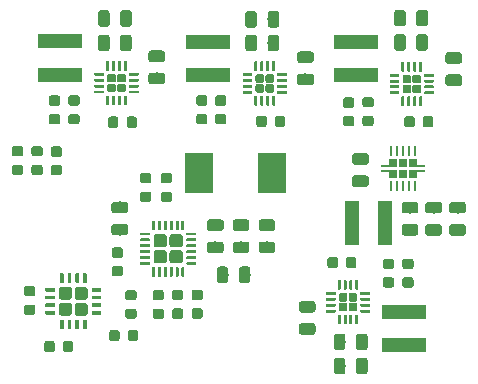
<source format=gbr>
G04 #@! TF.GenerationSoftware,KiCad,Pcbnew,(5.1.4)-1*
G04 #@! TF.CreationDate,2020-09-18T11:06:02-04:00*
G04 #@! TF.ProjectId,RVL-PMS HW2,52564c2d-504d-4532-9048-57322e6b6963,rev?*
G04 #@! TF.SameCoordinates,Original*
G04 #@! TF.FileFunction,Paste,Top*
G04 #@! TF.FilePolarity,Positive*
%FSLAX46Y46*%
G04 Gerber Fmt 4.6, Leading zero omitted, Abs format (unit mm)*
G04 Created by KiCad (PCBNEW (5.1.4)-1) date 2020-09-18 11:06:02*
%MOMM*%
%LPD*%
G04 APERTURE LIST*
%ADD10C,0.100000*%
%ADD11C,0.975000*%
%ADD12C,0.875000*%
%ADD13R,3.700000X1.200000*%
%ADD14R,1.200000X3.700000*%
%ADD15R,2.350000X3.400000*%
%ADD16C,0.250000*%
%ADD17C,0.730000*%
%ADD18R,0.280000X0.850000*%
%ADD19R,0.640000X0.640000*%
%ADD20R,0.700000X0.280000*%
%ADD21C,1.090000*%
%ADD22C,0.300000*%
%ADD23C,1.130000*%
G04 APERTURE END LIST*
D10*
G36*
X122530142Y-58688674D02*
G01*
X122553803Y-58692184D01*
X122577007Y-58697996D01*
X122599529Y-58706054D01*
X122621153Y-58716282D01*
X122641670Y-58728579D01*
X122660883Y-58742829D01*
X122678607Y-58758893D01*
X122694671Y-58776617D01*
X122708921Y-58795830D01*
X122721218Y-58816347D01*
X122731446Y-58837971D01*
X122739504Y-58860493D01*
X122745316Y-58883697D01*
X122748826Y-58907358D01*
X122750000Y-58931250D01*
X122750000Y-59418750D01*
X122748826Y-59442642D01*
X122745316Y-59466303D01*
X122739504Y-59489507D01*
X122731446Y-59512029D01*
X122721218Y-59533653D01*
X122708921Y-59554170D01*
X122694671Y-59573383D01*
X122678607Y-59591107D01*
X122660883Y-59607171D01*
X122641670Y-59621421D01*
X122621153Y-59633718D01*
X122599529Y-59643946D01*
X122577007Y-59652004D01*
X122553803Y-59657816D01*
X122530142Y-59661326D01*
X122506250Y-59662500D01*
X121593750Y-59662500D01*
X121569858Y-59661326D01*
X121546197Y-59657816D01*
X121522993Y-59652004D01*
X121500471Y-59643946D01*
X121478847Y-59633718D01*
X121458330Y-59621421D01*
X121439117Y-59607171D01*
X121421393Y-59591107D01*
X121405329Y-59573383D01*
X121391079Y-59554170D01*
X121378782Y-59533653D01*
X121368554Y-59512029D01*
X121360496Y-59489507D01*
X121354684Y-59466303D01*
X121351174Y-59442642D01*
X121350000Y-59418750D01*
X121350000Y-58931250D01*
X121351174Y-58907358D01*
X121354684Y-58883697D01*
X121360496Y-58860493D01*
X121368554Y-58837971D01*
X121378782Y-58816347D01*
X121391079Y-58795830D01*
X121405329Y-58776617D01*
X121421393Y-58758893D01*
X121439117Y-58742829D01*
X121458330Y-58728579D01*
X121478847Y-58716282D01*
X121500471Y-58706054D01*
X121522993Y-58697996D01*
X121546197Y-58692184D01*
X121569858Y-58688674D01*
X121593750Y-58687500D01*
X122506250Y-58687500D01*
X122530142Y-58688674D01*
X122530142Y-58688674D01*
G37*
D11*
X122050000Y-59175000D03*
D10*
G36*
X122530142Y-60563674D02*
G01*
X122553803Y-60567184D01*
X122577007Y-60572996D01*
X122599529Y-60581054D01*
X122621153Y-60591282D01*
X122641670Y-60603579D01*
X122660883Y-60617829D01*
X122678607Y-60633893D01*
X122694671Y-60651617D01*
X122708921Y-60670830D01*
X122721218Y-60691347D01*
X122731446Y-60712971D01*
X122739504Y-60735493D01*
X122745316Y-60758697D01*
X122748826Y-60782358D01*
X122750000Y-60806250D01*
X122750000Y-61293750D01*
X122748826Y-61317642D01*
X122745316Y-61341303D01*
X122739504Y-61364507D01*
X122731446Y-61387029D01*
X122721218Y-61408653D01*
X122708921Y-61429170D01*
X122694671Y-61448383D01*
X122678607Y-61466107D01*
X122660883Y-61482171D01*
X122641670Y-61496421D01*
X122621153Y-61508718D01*
X122599529Y-61518946D01*
X122577007Y-61527004D01*
X122553803Y-61532816D01*
X122530142Y-61536326D01*
X122506250Y-61537500D01*
X121593750Y-61537500D01*
X121569858Y-61536326D01*
X121546197Y-61532816D01*
X121522993Y-61527004D01*
X121500471Y-61518946D01*
X121478847Y-61508718D01*
X121458330Y-61496421D01*
X121439117Y-61482171D01*
X121421393Y-61466107D01*
X121405329Y-61448383D01*
X121391079Y-61429170D01*
X121378782Y-61408653D01*
X121368554Y-61387029D01*
X121360496Y-61364507D01*
X121354684Y-61341303D01*
X121351174Y-61317642D01*
X121350000Y-61293750D01*
X121350000Y-60806250D01*
X121351174Y-60782358D01*
X121354684Y-60758697D01*
X121360496Y-60735493D01*
X121368554Y-60712971D01*
X121378782Y-60691347D01*
X121391079Y-60670830D01*
X121405329Y-60651617D01*
X121421393Y-60633893D01*
X121439117Y-60617829D01*
X121458330Y-60603579D01*
X121478847Y-60591282D01*
X121500471Y-60581054D01*
X121522993Y-60572996D01*
X121546197Y-60567184D01*
X121569858Y-60563674D01*
X121593750Y-60562500D01*
X122506250Y-60562500D01*
X122530142Y-60563674D01*
X122530142Y-60563674D01*
G37*
D11*
X122050000Y-61050000D03*
D10*
G36*
X120190191Y-64276053D02*
G01*
X120211426Y-64279203D01*
X120232250Y-64284419D01*
X120252462Y-64291651D01*
X120271868Y-64300830D01*
X120290281Y-64311866D01*
X120307524Y-64324654D01*
X120323430Y-64339070D01*
X120337846Y-64354976D01*
X120350634Y-64372219D01*
X120361670Y-64390632D01*
X120370849Y-64410038D01*
X120378081Y-64430250D01*
X120383297Y-64451074D01*
X120386447Y-64472309D01*
X120387500Y-64493750D01*
X120387500Y-65006250D01*
X120386447Y-65027691D01*
X120383297Y-65048926D01*
X120378081Y-65069750D01*
X120370849Y-65089962D01*
X120361670Y-65109368D01*
X120350634Y-65127781D01*
X120337846Y-65145024D01*
X120323430Y-65160930D01*
X120307524Y-65175346D01*
X120290281Y-65188134D01*
X120271868Y-65199170D01*
X120252462Y-65208349D01*
X120232250Y-65215581D01*
X120211426Y-65220797D01*
X120190191Y-65223947D01*
X120168750Y-65225000D01*
X119731250Y-65225000D01*
X119709809Y-65223947D01*
X119688574Y-65220797D01*
X119667750Y-65215581D01*
X119647538Y-65208349D01*
X119628132Y-65199170D01*
X119609719Y-65188134D01*
X119592476Y-65175346D01*
X119576570Y-65160930D01*
X119562154Y-65145024D01*
X119549366Y-65127781D01*
X119538330Y-65109368D01*
X119529151Y-65089962D01*
X119521919Y-65069750D01*
X119516703Y-65048926D01*
X119513553Y-65027691D01*
X119512500Y-65006250D01*
X119512500Y-64493750D01*
X119513553Y-64472309D01*
X119516703Y-64451074D01*
X119521919Y-64430250D01*
X119529151Y-64410038D01*
X119538330Y-64390632D01*
X119549366Y-64372219D01*
X119562154Y-64354976D01*
X119576570Y-64339070D01*
X119592476Y-64324654D01*
X119609719Y-64311866D01*
X119628132Y-64300830D01*
X119647538Y-64291651D01*
X119667750Y-64284419D01*
X119688574Y-64279203D01*
X119709809Y-64276053D01*
X119731250Y-64275000D01*
X120168750Y-64275000D01*
X120190191Y-64276053D01*
X120190191Y-64276053D01*
G37*
D12*
X119950000Y-64750000D03*
D10*
G36*
X118615191Y-64276053D02*
G01*
X118636426Y-64279203D01*
X118657250Y-64284419D01*
X118677462Y-64291651D01*
X118696868Y-64300830D01*
X118715281Y-64311866D01*
X118732524Y-64324654D01*
X118748430Y-64339070D01*
X118762846Y-64354976D01*
X118775634Y-64372219D01*
X118786670Y-64390632D01*
X118795849Y-64410038D01*
X118803081Y-64430250D01*
X118808297Y-64451074D01*
X118811447Y-64472309D01*
X118812500Y-64493750D01*
X118812500Y-65006250D01*
X118811447Y-65027691D01*
X118808297Y-65048926D01*
X118803081Y-65069750D01*
X118795849Y-65089962D01*
X118786670Y-65109368D01*
X118775634Y-65127781D01*
X118762846Y-65145024D01*
X118748430Y-65160930D01*
X118732524Y-65175346D01*
X118715281Y-65188134D01*
X118696868Y-65199170D01*
X118677462Y-65208349D01*
X118657250Y-65215581D01*
X118636426Y-65220797D01*
X118615191Y-65223947D01*
X118593750Y-65225000D01*
X118156250Y-65225000D01*
X118134809Y-65223947D01*
X118113574Y-65220797D01*
X118092750Y-65215581D01*
X118072538Y-65208349D01*
X118053132Y-65199170D01*
X118034719Y-65188134D01*
X118017476Y-65175346D01*
X118001570Y-65160930D01*
X117987154Y-65145024D01*
X117974366Y-65127781D01*
X117963330Y-65109368D01*
X117954151Y-65089962D01*
X117946919Y-65069750D01*
X117941703Y-65048926D01*
X117938553Y-65027691D01*
X117937500Y-65006250D01*
X117937500Y-64493750D01*
X117938553Y-64472309D01*
X117941703Y-64451074D01*
X117946919Y-64430250D01*
X117954151Y-64410038D01*
X117963330Y-64390632D01*
X117974366Y-64372219D01*
X117987154Y-64354976D01*
X118001570Y-64339070D01*
X118017476Y-64324654D01*
X118034719Y-64311866D01*
X118053132Y-64300830D01*
X118072538Y-64291651D01*
X118092750Y-64284419D01*
X118113574Y-64279203D01*
X118134809Y-64276053D01*
X118156250Y-64275000D01*
X118593750Y-64275000D01*
X118615191Y-64276053D01*
X118615191Y-64276053D01*
G37*
D12*
X118375000Y-64750000D03*
D10*
G36*
X135130142Y-60638674D02*
G01*
X135153803Y-60642184D01*
X135177007Y-60647996D01*
X135199529Y-60656054D01*
X135221153Y-60666282D01*
X135241670Y-60678579D01*
X135260883Y-60692829D01*
X135278607Y-60708893D01*
X135294671Y-60726617D01*
X135308921Y-60745830D01*
X135321218Y-60766347D01*
X135331446Y-60787971D01*
X135339504Y-60810493D01*
X135345316Y-60833697D01*
X135348826Y-60857358D01*
X135350000Y-60881250D01*
X135350000Y-61368750D01*
X135348826Y-61392642D01*
X135345316Y-61416303D01*
X135339504Y-61439507D01*
X135331446Y-61462029D01*
X135321218Y-61483653D01*
X135308921Y-61504170D01*
X135294671Y-61523383D01*
X135278607Y-61541107D01*
X135260883Y-61557171D01*
X135241670Y-61571421D01*
X135221153Y-61583718D01*
X135199529Y-61593946D01*
X135177007Y-61602004D01*
X135153803Y-61607816D01*
X135130142Y-61611326D01*
X135106250Y-61612500D01*
X134193750Y-61612500D01*
X134169858Y-61611326D01*
X134146197Y-61607816D01*
X134122993Y-61602004D01*
X134100471Y-61593946D01*
X134078847Y-61583718D01*
X134058330Y-61571421D01*
X134039117Y-61557171D01*
X134021393Y-61541107D01*
X134005329Y-61523383D01*
X133991079Y-61504170D01*
X133978782Y-61483653D01*
X133968554Y-61462029D01*
X133960496Y-61439507D01*
X133954684Y-61416303D01*
X133951174Y-61392642D01*
X133950000Y-61368750D01*
X133950000Y-60881250D01*
X133951174Y-60857358D01*
X133954684Y-60833697D01*
X133960496Y-60810493D01*
X133968554Y-60787971D01*
X133978782Y-60766347D01*
X133991079Y-60745830D01*
X134005329Y-60726617D01*
X134021393Y-60708893D01*
X134039117Y-60692829D01*
X134058330Y-60678579D01*
X134078847Y-60666282D01*
X134100471Y-60656054D01*
X134122993Y-60647996D01*
X134146197Y-60642184D01*
X134169858Y-60638674D01*
X134193750Y-60637500D01*
X135106250Y-60637500D01*
X135130142Y-60638674D01*
X135130142Y-60638674D01*
G37*
D11*
X134650000Y-61125000D03*
D10*
G36*
X135130142Y-58763674D02*
G01*
X135153803Y-58767184D01*
X135177007Y-58772996D01*
X135199529Y-58781054D01*
X135221153Y-58791282D01*
X135241670Y-58803579D01*
X135260883Y-58817829D01*
X135278607Y-58833893D01*
X135294671Y-58851617D01*
X135308921Y-58870830D01*
X135321218Y-58891347D01*
X135331446Y-58912971D01*
X135339504Y-58935493D01*
X135345316Y-58958697D01*
X135348826Y-58982358D01*
X135350000Y-59006250D01*
X135350000Y-59493750D01*
X135348826Y-59517642D01*
X135345316Y-59541303D01*
X135339504Y-59564507D01*
X135331446Y-59587029D01*
X135321218Y-59608653D01*
X135308921Y-59629170D01*
X135294671Y-59648383D01*
X135278607Y-59666107D01*
X135260883Y-59682171D01*
X135241670Y-59696421D01*
X135221153Y-59708718D01*
X135199529Y-59718946D01*
X135177007Y-59727004D01*
X135153803Y-59732816D01*
X135130142Y-59736326D01*
X135106250Y-59737500D01*
X134193750Y-59737500D01*
X134169858Y-59736326D01*
X134146197Y-59732816D01*
X134122993Y-59727004D01*
X134100471Y-59718946D01*
X134078847Y-59708718D01*
X134058330Y-59696421D01*
X134039117Y-59682171D01*
X134021393Y-59666107D01*
X134005329Y-59648383D01*
X133991079Y-59629170D01*
X133978782Y-59608653D01*
X133968554Y-59587029D01*
X133960496Y-59564507D01*
X133954684Y-59541303D01*
X133951174Y-59517642D01*
X133950000Y-59493750D01*
X133950000Y-59006250D01*
X133951174Y-58982358D01*
X133954684Y-58958697D01*
X133960496Y-58935493D01*
X133968554Y-58912971D01*
X133978782Y-58891347D01*
X133991079Y-58870830D01*
X134005329Y-58851617D01*
X134021393Y-58833893D01*
X134039117Y-58817829D01*
X134058330Y-58803579D01*
X134078847Y-58791282D01*
X134100471Y-58781054D01*
X134122993Y-58772996D01*
X134146197Y-58767184D01*
X134169858Y-58763674D01*
X134193750Y-58762500D01*
X135106250Y-58762500D01*
X135130142Y-58763674D01*
X135130142Y-58763674D01*
G37*
D11*
X134650000Y-59250000D03*
D10*
G36*
X132740191Y-64201053D02*
G01*
X132761426Y-64204203D01*
X132782250Y-64209419D01*
X132802462Y-64216651D01*
X132821868Y-64225830D01*
X132840281Y-64236866D01*
X132857524Y-64249654D01*
X132873430Y-64264070D01*
X132887846Y-64279976D01*
X132900634Y-64297219D01*
X132911670Y-64315632D01*
X132920849Y-64335038D01*
X132928081Y-64355250D01*
X132933297Y-64376074D01*
X132936447Y-64397309D01*
X132937500Y-64418750D01*
X132937500Y-64931250D01*
X132936447Y-64952691D01*
X132933297Y-64973926D01*
X132928081Y-64994750D01*
X132920849Y-65014962D01*
X132911670Y-65034368D01*
X132900634Y-65052781D01*
X132887846Y-65070024D01*
X132873430Y-65085930D01*
X132857524Y-65100346D01*
X132840281Y-65113134D01*
X132821868Y-65124170D01*
X132802462Y-65133349D01*
X132782250Y-65140581D01*
X132761426Y-65145797D01*
X132740191Y-65148947D01*
X132718750Y-65150000D01*
X132281250Y-65150000D01*
X132259809Y-65148947D01*
X132238574Y-65145797D01*
X132217750Y-65140581D01*
X132197538Y-65133349D01*
X132178132Y-65124170D01*
X132159719Y-65113134D01*
X132142476Y-65100346D01*
X132126570Y-65085930D01*
X132112154Y-65070024D01*
X132099366Y-65052781D01*
X132088330Y-65034368D01*
X132079151Y-65014962D01*
X132071919Y-64994750D01*
X132066703Y-64973926D01*
X132063553Y-64952691D01*
X132062500Y-64931250D01*
X132062500Y-64418750D01*
X132063553Y-64397309D01*
X132066703Y-64376074D01*
X132071919Y-64355250D01*
X132079151Y-64335038D01*
X132088330Y-64315632D01*
X132099366Y-64297219D01*
X132112154Y-64279976D01*
X132126570Y-64264070D01*
X132142476Y-64249654D01*
X132159719Y-64236866D01*
X132178132Y-64225830D01*
X132197538Y-64216651D01*
X132217750Y-64209419D01*
X132238574Y-64204203D01*
X132259809Y-64201053D01*
X132281250Y-64200000D01*
X132718750Y-64200000D01*
X132740191Y-64201053D01*
X132740191Y-64201053D01*
G37*
D12*
X132500000Y-64675000D03*
D10*
G36*
X131165191Y-64201053D02*
G01*
X131186426Y-64204203D01*
X131207250Y-64209419D01*
X131227462Y-64216651D01*
X131246868Y-64225830D01*
X131265281Y-64236866D01*
X131282524Y-64249654D01*
X131298430Y-64264070D01*
X131312846Y-64279976D01*
X131325634Y-64297219D01*
X131336670Y-64315632D01*
X131345849Y-64335038D01*
X131353081Y-64355250D01*
X131358297Y-64376074D01*
X131361447Y-64397309D01*
X131362500Y-64418750D01*
X131362500Y-64931250D01*
X131361447Y-64952691D01*
X131358297Y-64973926D01*
X131353081Y-64994750D01*
X131345849Y-65014962D01*
X131336670Y-65034368D01*
X131325634Y-65052781D01*
X131312846Y-65070024D01*
X131298430Y-65085930D01*
X131282524Y-65100346D01*
X131265281Y-65113134D01*
X131246868Y-65124170D01*
X131227462Y-65133349D01*
X131207250Y-65140581D01*
X131186426Y-65145797D01*
X131165191Y-65148947D01*
X131143750Y-65150000D01*
X130706250Y-65150000D01*
X130684809Y-65148947D01*
X130663574Y-65145797D01*
X130642750Y-65140581D01*
X130622538Y-65133349D01*
X130603132Y-65124170D01*
X130584719Y-65113134D01*
X130567476Y-65100346D01*
X130551570Y-65085930D01*
X130537154Y-65070024D01*
X130524366Y-65052781D01*
X130513330Y-65034368D01*
X130504151Y-65014962D01*
X130496919Y-64994750D01*
X130491703Y-64973926D01*
X130488553Y-64952691D01*
X130487500Y-64931250D01*
X130487500Y-64418750D01*
X130488553Y-64397309D01*
X130491703Y-64376074D01*
X130496919Y-64355250D01*
X130504151Y-64335038D01*
X130513330Y-64315632D01*
X130524366Y-64297219D01*
X130537154Y-64279976D01*
X130551570Y-64264070D01*
X130567476Y-64249654D01*
X130584719Y-64236866D01*
X130603132Y-64225830D01*
X130622538Y-64216651D01*
X130642750Y-64209419D01*
X130663574Y-64204203D01*
X130684809Y-64201053D01*
X130706250Y-64200000D01*
X131143750Y-64200000D01*
X131165191Y-64201053D01*
X131165191Y-64201053D01*
G37*
D12*
X130925000Y-64675000D03*
D10*
G36*
X147680142Y-60713674D02*
G01*
X147703803Y-60717184D01*
X147727007Y-60722996D01*
X147749529Y-60731054D01*
X147771153Y-60741282D01*
X147791670Y-60753579D01*
X147810883Y-60767829D01*
X147828607Y-60783893D01*
X147844671Y-60801617D01*
X147858921Y-60820830D01*
X147871218Y-60841347D01*
X147881446Y-60862971D01*
X147889504Y-60885493D01*
X147895316Y-60908697D01*
X147898826Y-60932358D01*
X147900000Y-60956250D01*
X147900000Y-61443750D01*
X147898826Y-61467642D01*
X147895316Y-61491303D01*
X147889504Y-61514507D01*
X147881446Y-61537029D01*
X147871218Y-61558653D01*
X147858921Y-61579170D01*
X147844671Y-61598383D01*
X147828607Y-61616107D01*
X147810883Y-61632171D01*
X147791670Y-61646421D01*
X147771153Y-61658718D01*
X147749529Y-61668946D01*
X147727007Y-61677004D01*
X147703803Y-61682816D01*
X147680142Y-61686326D01*
X147656250Y-61687500D01*
X146743750Y-61687500D01*
X146719858Y-61686326D01*
X146696197Y-61682816D01*
X146672993Y-61677004D01*
X146650471Y-61668946D01*
X146628847Y-61658718D01*
X146608330Y-61646421D01*
X146589117Y-61632171D01*
X146571393Y-61616107D01*
X146555329Y-61598383D01*
X146541079Y-61579170D01*
X146528782Y-61558653D01*
X146518554Y-61537029D01*
X146510496Y-61514507D01*
X146504684Y-61491303D01*
X146501174Y-61467642D01*
X146500000Y-61443750D01*
X146500000Y-60956250D01*
X146501174Y-60932358D01*
X146504684Y-60908697D01*
X146510496Y-60885493D01*
X146518554Y-60862971D01*
X146528782Y-60841347D01*
X146541079Y-60820830D01*
X146555329Y-60801617D01*
X146571393Y-60783893D01*
X146589117Y-60767829D01*
X146608330Y-60753579D01*
X146628847Y-60741282D01*
X146650471Y-60731054D01*
X146672993Y-60722996D01*
X146696197Y-60717184D01*
X146719858Y-60713674D01*
X146743750Y-60712500D01*
X147656250Y-60712500D01*
X147680142Y-60713674D01*
X147680142Y-60713674D01*
G37*
D11*
X147200000Y-61200000D03*
D10*
G36*
X147680142Y-58838674D02*
G01*
X147703803Y-58842184D01*
X147727007Y-58847996D01*
X147749529Y-58856054D01*
X147771153Y-58866282D01*
X147791670Y-58878579D01*
X147810883Y-58892829D01*
X147828607Y-58908893D01*
X147844671Y-58926617D01*
X147858921Y-58945830D01*
X147871218Y-58966347D01*
X147881446Y-58987971D01*
X147889504Y-59010493D01*
X147895316Y-59033697D01*
X147898826Y-59057358D01*
X147900000Y-59081250D01*
X147900000Y-59568750D01*
X147898826Y-59592642D01*
X147895316Y-59616303D01*
X147889504Y-59639507D01*
X147881446Y-59662029D01*
X147871218Y-59683653D01*
X147858921Y-59704170D01*
X147844671Y-59723383D01*
X147828607Y-59741107D01*
X147810883Y-59757171D01*
X147791670Y-59771421D01*
X147771153Y-59783718D01*
X147749529Y-59793946D01*
X147727007Y-59802004D01*
X147703803Y-59807816D01*
X147680142Y-59811326D01*
X147656250Y-59812500D01*
X146743750Y-59812500D01*
X146719858Y-59811326D01*
X146696197Y-59807816D01*
X146672993Y-59802004D01*
X146650471Y-59793946D01*
X146628847Y-59783718D01*
X146608330Y-59771421D01*
X146589117Y-59757171D01*
X146571393Y-59741107D01*
X146555329Y-59723383D01*
X146541079Y-59704170D01*
X146528782Y-59683653D01*
X146518554Y-59662029D01*
X146510496Y-59639507D01*
X146504684Y-59616303D01*
X146501174Y-59592642D01*
X146500000Y-59568750D01*
X146500000Y-59081250D01*
X146501174Y-59057358D01*
X146504684Y-59033697D01*
X146510496Y-59010493D01*
X146518554Y-58987971D01*
X146528782Y-58966347D01*
X146541079Y-58945830D01*
X146555329Y-58926617D01*
X146571393Y-58908893D01*
X146589117Y-58892829D01*
X146608330Y-58878579D01*
X146628847Y-58866282D01*
X146650471Y-58856054D01*
X146672993Y-58847996D01*
X146696197Y-58842184D01*
X146719858Y-58838674D01*
X146743750Y-58837500D01*
X147656250Y-58837500D01*
X147680142Y-58838674D01*
X147680142Y-58838674D01*
G37*
D11*
X147200000Y-59325000D03*
D10*
G36*
X143690191Y-64251053D02*
G01*
X143711426Y-64254203D01*
X143732250Y-64259419D01*
X143752462Y-64266651D01*
X143771868Y-64275830D01*
X143790281Y-64286866D01*
X143807524Y-64299654D01*
X143823430Y-64314070D01*
X143837846Y-64329976D01*
X143850634Y-64347219D01*
X143861670Y-64365632D01*
X143870849Y-64385038D01*
X143878081Y-64405250D01*
X143883297Y-64426074D01*
X143886447Y-64447309D01*
X143887500Y-64468750D01*
X143887500Y-64981250D01*
X143886447Y-65002691D01*
X143883297Y-65023926D01*
X143878081Y-65044750D01*
X143870849Y-65064962D01*
X143861670Y-65084368D01*
X143850634Y-65102781D01*
X143837846Y-65120024D01*
X143823430Y-65135930D01*
X143807524Y-65150346D01*
X143790281Y-65163134D01*
X143771868Y-65174170D01*
X143752462Y-65183349D01*
X143732250Y-65190581D01*
X143711426Y-65195797D01*
X143690191Y-65198947D01*
X143668750Y-65200000D01*
X143231250Y-65200000D01*
X143209809Y-65198947D01*
X143188574Y-65195797D01*
X143167750Y-65190581D01*
X143147538Y-65183349D01*
X143128132Y-65174170D01*
X143109719Y-65163134D01*
X143092476Y-65150346D01*
X143076570Y-65135930D01*
X143062154Y-65120024D01*
X143049366Y-65102781D01*
X143038330Y-65084368D01*
X143029151Y-65064962D01*
X143021919Y-65044750D01*
X143016703Y-65023926D01*
X143013553Y-65002691D01*
X143012500Y-64981250D01*
X143012500Y-64468750D01*
X143013553Y-64447309D01*
X143016703Y-64426074D01*
X143021919Y-64405250D01*
X143029151Y-64385038D01*
X143038330Y-64365632D01*
X143049366Y-64347219D01*
X143062154Y-64329976D01*
X143076570Y-64314070D01*
X143092476Y-64299654D01*
X143109719Y-64286866D01*
X143128132Y-64275830D01*
X143147538Y-64266651D01*
X143167750Y-64259419D01*
X143188574Y-64254203D01*
X143209809Y-64251053D01*
X143231250Y-64250000D01*
X143668750Y-64250000D01*
X143690191Y-64251053D01*
X143690191Y-64251053D01*
G37*
D12*
X143450000Y-64725000D03*
D10*
G36*
X145265191Y-64251053D02*
G01*
X145286426Y-64254203D01*
X145307250Y-64259419D01*
X145327462Y-64266651D01*
X145346868Y-64275830D01*
X145365281Y-64286866D01*
X145382524Y-64299654D01*
X145398430Y-64314070D01*
X145412846Y-64329976D01*
X145425634Y-64347219D01*
X145436670Y-64365632D01*
X145445849Y-64385038D01*
X145453081Y-64405250D01*
X145458297Y-64426074D01*
X145461447Y-64447309D01*
X145462500Y-64468750D01*
X145462500Y-64981250D01*
X145461447Y-65002691D01*
X145458297Y-65023926D01*
X145453081Y-65044750D01*
X145445849Y-65064962D01*
X145436670Y-65084368D01*
X145425634Y-65102781D01*
X145412846Y-65120024D01*
X145398430Y-65135930D01*
X145382524Y-65150346D01*
X145365281Y-65163134D01*
X145346868Y-65174170D01*
X145327462Y-65183349D01*
X145307250Y-65190581D01*
X145286426Y-65195797D01*
X145265191Y-65198947D01*
X145243750Y-65200000D01*
X144806250Y-65200000D01*
X144784809Y-65198947D01*
X144763574Y-65195797D01*
X144742750Y-65190581D01*
X144722538Y-65183349D01*
X144703132Y-65174170D01*
X144684719Y-65163134D01*
X144667476Y-65150346D01*
X144651570Y-65135930D01*
X144637154Y-65120024D01*
X144624366Y-65102781D01*
X144613330Y-65084368D01*
X144604151Y-65064962D01*
X144596919Y-65044750D01*
X144591703Y-65023926D01*
X144588553Y-65002691D01*
X144587500Y-64981250D01*
X144587500Y-64468750D01*
X144588553Y-64447309D01*
X144591703Y-64426074D01*
X144596919Y-64405250D01*
X144604151Y-64385038D01*
X144613330Y-64365632D01*
X144624366Y-64347219D01*
X144637154Y-64329976D01*
X144651570Y-64314070D01*
X144667476Y-64299654D01*
X144684719Y-64286866D01*
X144703132Y-64275830D01*
X144722538Y-64266651D01*
X144742750Y-64259419D01*
X144763574Y-64254203D01*
X144784809Y-64251053D01*
X144806250Y-64250000D01*
X145243750Y-64250000D01*
X145265191Y-64251053D01*
X145265191Y-64251053D01*
G37*
D12*
X145025000Y-64725000D03*
D10*
G36*
X135280142Y-81776174D02*
G01*
X135303803Y-81779684D01*
X135327007Y-81785496D01*
X135349529Y-81793554D01*
X135371153Y-81803782D01*
X135391670Y-81816079D01*
X135410883Y-81830329D01*
X135428607Y-81846393D01*
X135444671Y-81864117D01*
X135458921Y-81883330D01*
X135471218Y-81903847D01*
X135481446Y-81925471D01*
X135489504Y-81947993D01*
X135495316Y-81971197D01*
X135498826Y-81994858D01*
X135500000Y-82018750D01*
X135500000Y-82506250D01*
X135498826Y-82530142D01*
X135495316Y-82553803D01*
X135489504Y-82577007D01*
X135481446Y-82599529D01*
X135471218Y-82621153D01*
X135458921Y-82641670D01*
X135444671Y-82660883D01*
X135428607Y-82678607D01*
X135410883Y-82694671D01*
X135391670Y-82708921D01*
X135371153Y-82721218D01*
X135349529Y-82731446D01*
X135327007Y-82739504D01*
X135303803Y-82745316D01*
X135280142Y-82748826D01*
X135256250Y-82750000D01*
X134343750Y-82750000D01*
X134319858Y-82748826D01*
X134296197Y-82745316D01*
X134272993Y-82739504D01*
X134250471Y-82731446D01*
X134228847Y-82721218D01*
X134208330Y-82708921D01*
X134189117Y-82694671D01*
X134171393Y-82678607D01*
X134155329Y-82660883D01*
X134141079Y-82641670D01*
X134128782Y-82621153D01*
X134118554Y-82599529D01*
X134110496Y-82577007D01*
X134104684Y-82553803D01*
X134101174Y-82530142D01*
X134100000Y-82506250D01*
X134100000Y-82018750D01*
X134101174Y-81994858D01*
X134104684Y-81971197D01*
X134110496Y-81947993D01*
X134118554Y-81925471D01*
X134128782Y-81903847D01*
X134141079Y-81883330D01*
X134155329Y-81864117D01*
X134171393Y-81846393D01*
X134189117Y-81830329D01*
X134208330Y-81816079D01*
X134228847Y-81803782D01*
X134250471Y-81793554D01*
X134272993Y-81785496D01*
X134296197Y-81779684D01*
X134319858Y-81776174D01*
X134343750Y-81775000D01*
X135256250Y-81775000D01*
X135280142Y-81776174D01*
X135280142Y-81776174D01*
G37*
D11*
X134800000Y-82262500D03*
D10*
G36*
X135280142Y-79901174D02*
G01*
X135303803Y-79904684D01*
X135327007Y-79910496D01*
X135349529Y-79918554D01*
X135371153Y-79928782D01*
X135391670Y-79941079D01*
X135410883Y-79955329D01*
X135428607Y-79971393D01*
X135444671Y-79989117D01*
X135458921Y-80008330D01*
X135471218Y-80028847D01*
X135481446Y-80050471D01*
X135489504Y-80072993D01*
X135495316Y-80096197D01*
X135498826Y-80119858D01*
X135500000Y-80143750D01*
X135500000Y-80631250D01*
X135498826Y-80655142D01*
X135495316Y-80678803D01*
X135489504Y-80702007D01*
X135481446Y-80724529D01*
X135471218Y-80746153D01*
X135458921Y-80766670D01*
X135444671Y-80785883D01*
X135428607Y-80803607D01*
X135410883Y-80819671D01*
X135391670Y-80833921D01*
X135371153Y-80846218D01*
X135349529Y-80856446D01*
X135327007Y-80864504D01*
X135303803Y-80870316D01*
X135280142Y-80873826D01*
X135256250Y-80875000D01*
X134343750Y-80875000D01*
X134319858Y-80873826D01*
X134296197Y-80870316D01*
X134272993Y-80864504D01*
X134250471Y-80856446D01*
X134228847Y-80846218D01*
X134208330Y-80833921D01*
X134189117Y-80819671D01*
X134171393Y-80803607D01*
X134155329Y-80785883D01*
X134141079Y-80766670D01*
X134128782Y-80746153D01*
X134118554Y-80724529D01*
X134110496Y-80702007D01*
X134104684Y-80678803D01*
X134101174Y-80655142D01*
X134100000Y-80631250D01*
X134100000Y-80143750D01*
X134101174Y-80119858D01*
X134104684Y-80096197D01*
X134110496Y-80072993D01*
X134118554Y-80050471D01*
X134128782Y-80028847D01*
X134141079Y-80008330D01*
X134155329Y-79989117D01*
X134171393Y-79971393D01*
X134189117Y-79955329D01*
X134208330Y-79941079D01*
X134228847Y-79928782D01*
X134250471Y-79918554D01*
X134272993Y-79910496D01*
X134296197Y-79904684D01*
X134319858Y-79901174D01*
X134343750Y-79900000D01*
X135256250Y-79900000D01*
X135280142Y-79901174D01*
X135280142Y-79901174D01*
G37*
D11*
X134800000Y-80387500D03*
D10*
G36*
X138765191Y-76176053D02*
G01*
X138786426Y-76179203D01*
X138807250Y-76184419D01*
X138827462Y-76191651D01*
X138846868Y-76200830D01*
X138865281Y-76211866D01*
X138882524Y-76224654D01*
X138898430Y-76239070D01*
X138912846Y-76254976D01*
X138925634Y-76272219D01*
X138936670Y-76290632D01*
X138945849Y-76310038D01*
X138953081Y-76330250D01*
X138958297Y-76351074D01*
X138961447Y-76372309D01*
X138962500Y-76393750D01*
X138962500Y-76906250D01*
X138961447Y-76927691D01*
X138958297Y-76948926D01*
X138953081Y-76969750D01*
X138945849Y-76989962D01*
X138936670Y-77009368D01*
X138925634Y-77027781D01*
X138912846Y-77045024D01*
X138898430Y-77060930D01*
X138882524Y-77075346D01*
X138865281Y-77088134D01*
X138846868Y-77099170D01*
X138827462Y-77108349D01*
X138807250Y-77115581D01*
X138786426Y-77120797D01*
X138765191Y-77123947D01*
X138743750Y-77125000D01*
X138306250Y-77125000D01*
X138284809Y-77123947D01*
X138263574Y-77120797D01*
X138242750Y-77115581D01*
X138222538Y-77108349D01*
X138203132Y-77099170D01*
X138184719Y-77088134D01*
X138167476Y-77075346D01*
X138151570Y-77060930D01*
X138137154Y-77045024D01*
X138124366Y-77027781D01*
X138113330Y-77009368D01*
X138104151Y-76989962D01*
X138096919Y-76969750D01*
X138091703Y-76948926D01*
X138088553Y-76927691D01*
X138087500Y-76906250D01*
X138087500Y-76393750D01*
X138088553Y-76372309D01*
X138091703Y-76351074D01*
X138096919Y-76330250D01*
X138104151Y-76310038D01*
X138113330Y-76290632D01*
X138124366Y-76272219D01*
X138137154Y-76254976D01*
X138151570Y-76239070D01*
X138167476Y-76224654D01*
X138184719Y-76211866D01*
X138203132Y-76200830D01*
X138222538Y-76191651D01*
X138242750Y-76184419D01*
X138263574Y-76179203D01*
X138284809Y-76176053D01*
X138306250Y-76175000D01*
X138743750Y-76175000D01*
X138765191Y-76176053D01*
X138765191Y-76176053D01*
G37*
D12*
X138525000Y-76650000D03*
D10*
G36*
X137190191Y-76176053D02*
G01*
X137211426Y-76179203D01*
X137232250Y-76184419D01*
X137252462Y-76191651D01*
X137271868Y-76200830D01*
X137290281Y-76211866D01*
X137307524Y-76224654D01*
X137323430Y-76239070D01*
X137337846Y-76254976D01*
X137350634Y-76272219D01*
X137361670Y-76290632D01*
X137370849Y-76310038D01*
X137378081Y-76330250D01*
X137383297Y-76351074D01*
X137386447Y-76372309D01*
X137387500Y-76393750D01*
X137387500Y-76906250D01*
X137386447Y-76927691D01*
X137383297Y-76948926D01*
X137378081Y-76969750D01*
X137370849Y-76989962D01*
X137361670Y-77009368D01*
X137350634Y-77027781D01*
X137337846Y-77045024D01*
X137323430Y-77060930D01*
X137307524Y-77075346D01*
X137290281Y-77088134D01*
X137271868Y-77099170D01*
X137252462Y-77108349D01*
X137232250Y-77115581D01*
X137211426Y-77120797D01*
X137190191Y-77123947D01*
X137168750Y-77125000D01*
X136731250Y-77125000D01*
X136709809Y-77123947D01*
X136688574Y-77120797D01*
X136667750Y-77115581D01*
X136647538Y-77108349D01*
X136628132Y-77099170D01*
X136609719Y-77088134D01*
X136592476Y-77075346D01*
X136576570Y-77060930D01*
X136562154Y-77045024D01*
X136549366Y-77027781D01*
X136538330Y-77009368D01*
X136529151Y-76989962D01*
X136521919Y-76969750D01*
X136516703Y-76948926D01*
X136513553Y-76927691D01*
X136512500Y-76906250D01*
X136512500Y-76393750D01*
X136513553Y-76372309D01*
X136516703Y-76351074D01*
X136521919Y-76330250D01*
X136529151Y-76310038D01*
X136538330Y-76290632D01*
X136549366Y-76272219D01*
X136562154Y-76254976D01*
X136576570Y-76239070D01*
X136592476Y-76224654D01*
X136609719Y-76211866D01*
X136628132Y-76200830D01*
X136647538Y-76191651D01*
X136667750Y-76184419D01*
X136688574Y-76179203D01*
X136709809Y-76176053D01*
X136731250Y-76175000D01*
X137168750Y-76175000D01*
X137190191Y-76176053D01*
X137190191Y-76176053D01*
G37*
D12*
X136950000Y-76650000D03*
D10*
G36*
X119717642Y-57351174D02*
G01*
X119741303Y-57354684D01*
X119764507Y-57360496D01*
X119787029Y-57368554D01*
X119808653Y-57378782D01*
X119829170Y-57391079D01*
X119848383Y-57405329D01*
X119866107Y-57421393D01*
X119882171Y-57439117D01*
X119896421Y-57458330D01*
X119908718Y-57478847D01*
X119918946Y-57500471D01*
X119927004Y-57522993D01*
X119932816Y-57546197D01*
X119936326Y-57569858D01*
X119937500Y-57593750D01*
X119937500Y-58506250D01*
X119936326Y-58530142D01*
X119932816Y-58553803D01*
X119927004Y-58577007D01*
X119918946Y-58599529D01*
X119908718Y-58621153D01*
X119896421Y-58641670D01*
X119882171Y-58660883D01*
X119866107Y-58678607D01*
X119848383Y-58694671D01*
X119829170Y-58708921D01*
X119808653Y-58721218D01*
X119787029Y-58731446D01*
X119764507Y-58739504D01*
X119741303Y-58745316D01*
X119717642Y-58748826D01*
X119693750Y-58750000D01*
X119206250Y-58750000D01*
X119182358Y-58748826D01*
X119158697Y-58745316D01*
X119135493Y-58739504D01*
X119112971Y-58731446D01*
X119091347Y-58721218D01*
X119070830Y-58708921D01*
X119051617Y-58694671D01*
X119033893Y-58678607D01*
X119017829Y-58660883D01*
X119003579Y-58641670D01*
X118991282Y-58621153D01*
X118981054Y-58599529D01*
X118972996Y-58577007D01*
X118967184Y-58553803D01*
X118963674Y-58530142D01*
X118962500Y-58506250D01*
X118962500Y-57593750D01*
X118963674Y-57569858D01*
X118967184Y-57546197D01*
X118972996Y-57522993D01*
X118981054Y-57500471D01*
X118991282Y-57478847D01*
X119003579Y-57458330D01*
X119017829Y-57439117D01*
X119033893Y-57421393D01*
X119051617Y-57405329D01*
X119070830Y-57391079D01*
X119091347Y-57378782D01*
X119112971Y-57368554D01*
X119135493Y-57360496D01*
X119158697Y-57354684D01*
X119182358Y-57351174D01*
X119206250Y-57350000D01*
X119693750Y-57350000D01*
X119717642Y-57351174D01*
X119717642Y-57351174D01*
G37*
D11*
X119450000Y-58050000D03*
D10*
G36*
X117842642Y-57351174D02*
G01*
X117866303Y-57354684D01*
X117889507Y-57360496D01*
X117912029Y-57368554D01*
X117933653Y-57378782D01*
X117954170Y-57391079D01*
X117973383Y-57405329D01*
X117991107Y-57421393D01*
X118007171Y-57439117D01*
X118021421Y-57458330D01*
X118033718Y-57478847D01*
X118043946Y-57500471D01*
X118052004Y-57522993D01*
X118057816Y-57546197D01*
X118061326Y-57569858D01*
X118062500Y-57593750D01*
X118062500Y-58506250D01*
X118061326Y-58530142D01*
X118057816Y-58553803D01*
X118052004Y-58577007D01*
X118043946Y-58599529D01*
X118033718Y-58621153D01*
X118021421Y-58641670D01*
X118007171Y-58660883D01*
X117991107Y-58678607D01*
X117973383Y-58694671D01*
X117954170Y-58708921D01*
X117933653Y-58721218D01*
X117912029Y-58731446D01*
X117889507Y-58739504D01*
X117866303Y-58745316D01*
X117842642Y-58748826D01*
X117818750Y-58750000D01*
X117331250Y-58750000D01*
X117307358Y-58748826D01*
X117283697Y-58745316D01*
X117260493Y-58739504D01*
X117237971Y-58731446D01*
X117216347Y-58721218D01*
X117195830Y-58708921D01*
X117176617Y-58694671D01*
X117158893Y-58678607D01*
X117142829Y-58660883D01*
X117128579Y-58641670D01*
X117116282Y-58621153D01*
X117106054Y-58599529D01*
X117097996Y-58577007D01*
X117092184Y-58553803D01*
X117088674Y-58530142D01*
X117087500Y-58506250D01*
X117087500Y-57593750D01*
X117088674Y-57569858D01*
X117092184Y-57546197D01*
X117097996Y-57522993D01*
X117106054Y-57500471D01*
X117116282Y-57478847D01*
X117128579Y-57458330D01*
X117142829Y-57439117D01*
X117158893Y-57421393D01*
X117176617Y-57405329D01*
X117195830Y-57391079D01*
X117216347Y-57378782D01*
X117237971Y-57368554D01*
X117260493Y-57360496D01*
X117283697Y-57354684D01*
X117307358Y-57351174D01*
X117331250Y-57350000D01*
X117818750Y-57350000D01*
X117842642Y-57351174D01*
X117842642Y-57351174D01*
G37*
D11*
X117575000Y-58050000D03*
D10*
G36*
X132192642Y-57351174D02*
G01*
X132216303Y-57354684D01*
X132239507Y-57360496D01*
X132262029Y-57368554D01*
X132283653Y-57378782D01*
X132304170Y-57391079D01*
X132323383Y-57405329D01*
X132341107Y-57421393D01*
X132357171Y-57439117D01*
X132371421Y-57458330D01*
X132383718Y-57478847D01*
X132393946Y-57500471D01*
X132402004Y-57522993D01*
X132407816Y-57546197D01*
X132411326Y-57569858D01*
X132412500Y-57593750D01*
X132412500Y-58506250D01*
X132411326Y-58530142D01*
X132407816Y-58553803D01*
X132402004Y-58577007D01*
X132393946Y-58599529D01*
X132383718Y-58621153D01*
X132371421Y-58641670D01*
X132357171Y-58660883D01*
X132341107Y-58678607D01*
X132323383Y-58694671D01*
X132304170Y-58708921D01*
X132283653Y-58721218D01*
X132262029Y-58731446D01*
X132239507Y-58739504D01*
X132216303Y-58745316D01*
X132192642Y-58748826D01*
X132168750Y-58750000D01*
X131681250Y-58750000D01*
X131657358Y-58748826D01*
X131633697Y-58745316D01*
X131610493Y-58739504D01*
X131587971Y-58731446D01*
X131566347Y-58721218D01*
X131545830Y-58708921D01*
X131526617Y-58694671D01*
X131508893Y-58678607D01*
X131492829Y-58660883D01*
X131478579Y-58641670D01*
X131466282Y-58621153D01*
X131456054Y-58599529D01*
X131447996Y-58577007D01*
X131442184Y-58553803D01*
X131438674Y-58530142D01*
X131437500Y-58506250D01*
X131437500Y-57593750D01*
X131438674Y-57569858D01*
X131442184Y-57546197D01*
X131447996Y-57522993D01*
X131456054Y-57500471D01*
X131466282Y-57478847D01*
X131478579Y-57458330D01*
X131492829Y-57439117D01*
X131508893Y-57421393D01*
X131526617Y-57405329D01*
X131545830Y-57391079D01*
X131566347Y-57378782D01*
X131587971Y-57368554D01*
X131610493Y-57360496D01*
X131633697Y-57354684D01*
X131657358Y-57351174D01*
X131681250Y-57350000D01*
X132168750Y-57350000D01*
X132192642Y-57351174D01*
X132192642Y-57351174D01*
G37*
D11*
X131925000Y-58050000D03*
D10*
G36*
X130317642Y-57351174D02*
G01*
X130341303Y-57354684D01*
X130364507Y-57360496D01*
X130387029Y-57368554D01*
X130408653Y-57378782D01*
X130429170Y-57391079D01*
X130448383Y-57405329D01*
X130466107Y-57421393D01*
X130482171Y-57439117D01*
X130496421Y-57458330D01*
X130508718Y-57478847D01*
X130518946Y-57500471D01*
X130527004Y-57522993D01*
X130532816Y-57546197D01*
X130536326Y-57569858D01*
X130537500Y-57593750D01*
X130537500Y-58506250D01*
X130536326Y-58530142D01*
X130532816Y-58553803D01*
X130527004Y-58577007D01*
X130518946Y-58599529D01*
X130508718Y-58621153D01*
X130496421Y-58641670D01*
X130482171Y-58660883D01*
X130466107Y-58678607D01*
X130448383Y-58694671D01*
X130429170Y-58708921D01*
X130408653Y-58721218D01*
X130387029Y-58731446D01*
X130364507Y-58739504D01*
X130341303Y-58745316D01*
X130317642Y-58748826D01*
X130293750Y-58750000D01*
X129806250Y-58750000D01*
X129782358Y-58748826D01*
X129758697Y-58745316D01*
X129735493Y-58739504D01*
X129712971Y-58731446D01*
X129691347Y-58721218D01*
X129670830Y-58708921D01*
X129651617Y-58694671D01*
X129633893Y-58678607D01*
X129617829Y-58660883D01*
X129603579Y-58641670D01*
X129591282Y-58621153D01*
X129581054Y-58599529D01*
X129572996Y-58577007D01*
X129567184Y-58553803D01*
X129563674Y-58530142D01*
X129562500Y-58506250D01*
X129562500Y-57593750D01*
X129563674Y-57569858D01*
X129567184Y-57546197D01*
X129572996Y-57522993D01*
X129581054Y-57500471D01*
X129591282Y-57478847D01*
X129603579Y-57458330D01*
X129617829Y-57439117D01*
X129633893Y-57421393D01*
X129651617Y-57405329D01*
X129670830Y-57391079D01*
X129691347Y-57378782D01*
X129712971Y-57368554D01*
X129735493Y-57360496D01*
X129758697Y-57354684D01*
X129782358Y-57351174D01*
X129806250Y-57350000D01*
X130293750Y-57350000D01*
X130317642Y-57351174D01*
X130317642Y-57351174D01*
G37*
D11*
X130050000Y-58050000D03*
D10*
G36*
X142917642Y-57301174D02*
G01*
X142941303Y-57304684D01*
X142964507Y-57310496D01*
X142987029Y-57318554D01*
X143008653Y-57328782D01*
X143029170Y-57341079D01*
X143048383Y-57355329D01*
X143066107Y-57371393D01*
X143082171Y-57389117D01*
X143096421Y-57408330D01*
X143108718Y-57428847D01*
X143118946Y-57450471D01*
X143127004Y-57472993D01*
X143132816Y-57496197D01*
X143136326Y-57519858D01*
X143137500Y-57543750D01*
X143137500Y-58456250D01*
X143136326Y-58480142D01*
X143132816Y-58503803D01*
X143127004Y-58527007D01*
X143118946Y-58549529D01*
X143108718Y-58571153D01*
X143096421Y-58591670D01*
X143082171Y-58610883D01*
X143066107Y-58628607D01*
X143048383Y-58644671D01*
X143029170Y-58658921D01*
X143008653Y-58671218D01*
X142987029Y-58681446D01*
X142964507Y-58689504D01*
X142941303Y-58695316D01*
X142917642Y-58698826D01*
X142893750Y-58700000D01*
X142406250Y-58700000D01*
X142382358Y-58698826D01*
X142358697Y-58695316D01*
X142335493Y-58689504D01*
X142312971Y-58681446D01*
X142291347Y-58671218D01*
X142270830Y-58658921D01*
X142251617Y-58644671D01*
X142233893Y-58628607D01*
X142217829Y-58610883D01*
X142203579Y-58591670D01*
X142191282Y-58571153D01*
X142181054Y-58549529D01*
X142172996Y-58527007D01*
X142167184Y-58503803D01*
X142163674Y-58480142D01*
X142162500Y-58456250D01*
X142162500Y-57543750D01*
X142163674Y-57519858D01*
X142167184Y-57496197D01*
X142172996Y-57472993D01*
X142181054Y-57450471D01*
X142191282Y-57428847D01*
X142203579Y-57408330D01*
X142217829Y-57389117D01*
X142233893Y-57371393D01*
X142251617Y-57355329D01*
X142270830Y-57341079D01*
X142291347Y-57328782D01*
X142312971Y-57318554D01*
X142335493Y-57310496D01*
X142358697Y-57304684D01*
X142382358Y-57301174D01*
X142406250Y-57300000D01*
X142893750Y-57300000D01*
X142917642Y-57301174D01*
X142917642Y-57301174D01*
G37*
D11*
X142650000Y-58000000D03*
D10*
G36*
X144792642Y-57301174D02*
G01*
X144816303Y-57304684D01*
X144839507Y-57310496D01*
X144862029Y-57318554D01*
X144883653Y-57328782D01*
X144904170Y-57341079D01*
X144923383Y-57355329D01*
X144941107Y-57371393D01*
X144957171Y-57389117D01*
X144971421Y-57408330D01*
X144983718Y-57428847D01*
X144993946Y-57450471D01*
X145002004Y-57472993D01*
X145007816Y-57496197D01*
X145011326Y-57519858D01*
X145012500Y-57543750D01*
X145012500Y-58456250D01*
X145011326Y-58480142D01*
X145007816Y-58503803D01*
X145002004Y-58527007D01*
X144993946Y-58549529D01*
X144983718Y-58571153D01*
X144971421Y-58591670D01*
X144957171Y-58610883D01*
X144941107Y-58628607D01*
X144923383Y-58644671D01*
X144904170Y-58658921D01*
X144883653Y-58671218D01*
X144862029Y-58681446D01*
X144839507Y-58689504D01*
X144816303Y-58695316D01*
X144792642Y-58698826D01*
X144768750Y-58700000D01*
X144281250Y-58700000D01*
X144257358Y-58698826D01*
X144233697Y-58695316D01*
X144210493Y-58689504D01*
X144187971Y-58681446D01*
X144166347Y-58671218D01*
X144145830Y-58658921D01*
X144126617Y-58644671D01*
X144108893Y-58628607D01*
X144092829Y-58610883D01*
X144078579Y-58591670D01*
X144066282Y-58571153D01*
X144056054Y-58549529D01*
X144047996Y-58527007D01*
X144042184Y-58503803D01*
X144038674Y-58480142D01*
X144037500Y-58456250D01*
X144037500Y-57543750D01*
X144038674Y-57519858D01*
X144042184Y-57496197D01*
X144047996Y-57472993D01*
X144056054Y-57450471D01*
X144066282Y-57428847D01*
X144078579Y-57408330D01*
X144092829Y-57389117D01*
X144108893Y-57371393D01*
X144126617Y-57355329D01*
X144145830Y-57341079D01*
X144166347Y-57328782D01*
X144187971Y-57318554D01*
X144210493Y-57310496D01*
X144233697Y-57304684D01*
X144257358Y-57301174D01*
X144281250Y-57300000D01*
X144768750Y-57300000D01*
X144792642Y-57301174D01*
X144792642Y-57301174D01*
G37*
D11*
X144525000Y-58000000D03*
D10*
G36*
X139692642Y-82651174D02*
G01*
X139716303Y-82654684D01*
X139739507Y-82660496D01*
X139762029Y-82668554D01*
X139783653Y-82678782D01*
X139804170Y-82691079D01*
X139823383Y-82705329D01*
X139841107Y-82721393D01*
X139857171Y-82739117D01*
X139871421Y-82758330D01*
X139883718Y-82778847D01*
X139893946Y-82800471D01*
X139902004Y-82822993D01*
X139907816Y-82846197D01*
X139911326Y-82869858D01*
X139912500Y-82893750D01*
X139912500Y-83806250D01*
X139911326Y-83830142D01*
X139907816Y-83853803D01*
X139902004Y-83877007D01*
X139893946Y-83899529D01*
X139883718Y-83921153D01*
X139871421Y-83941670D01*
X139857171Y-83960883D01*
X139841107Y-83978607D01*
X139823383Y-83994671D01*
X139804170Y-84008921D01*
X139783653Y-84021218D01*
X139762029Y-84031446D01*
X139739507Y-84039504D01*
X139716303Y-84045316D01*
X139692642Y-84048826D01*
X139668750Y-84050000D01*
X139181250Y-84050000D01*
X139157358Y-84048826D01*
X139133697Y-84045316D01*
X139110493Y-84039504D01*
X139087971Y-84031446D01*
X139066347Y-84021218D01*
X139045830Y-84008921D01*
X139026617Y-83994671D01*
X139008893Y-83978607D01*
X138992829Y-83960883D01*
X138978579Y-83941670D01*
X138966282Y-83921153D01*
X138956054Y-83899529D01*
X138947996Y-83877007D01*
X138942184Y-83853803D01*
X138938674Y-83830142D01*
X138937500Y-83806250D01*
X138937500Y-82893750D01*
X138938674Y-82869858D01*
X138942184Y-82846197D01*
X138947996Y-82822993D01*
X138956054Y-82800471D01*
X138966282Y-82778847D01*
X138978579Y-82758330D01*
X138992829Y-82739117D01*
X139008893Y-82721393D01*
X139026617Y-82705329D01*
X139045830Y-82691079D01*
X139066347Y-82678782D01*
X139087971Y-82668554D01*
X139110493Y-82660496D01*
X139133697Y-82654684D01*
X139157358Y-82651174D01*
X139181250Y-82650000D01*
X139668750Y-82650000D01*
X139692642Y-82651174D01*
X139692642Y-82651174D01*
G37*
D11*
X139425000Y-83350000D03*
D10*
G36*
X137817642Y-82651174D02*
G01*
X137841303Y-82654684D01*
X137864507Y-82660496D01*
X137887029Y-82668554D01*
X137908653Y-82678782D01*
X137929170Y-82691079D01*
X137948383Y-82705329D01*
X137966107Y-82721393D01*
X137982171Y-82739117D01*
X137996421Y-82758330D01*
X138008718Y-82778847D01*
X138018946Y-82800471D01*
X138027004Y-82822993D01*
X138032816Y-82846197D01*
X138036326Y-82869858D01*
X138037500Y-82893750D01*
X138037500Y-83806250D01*
X138036326Y-83830142D01*
X138032816Y-83853803D01*
X138027004Y-83877007D01*
X138018946Y-83899529D01*
X138008718Y-83921153D01*
X137996421Y-83941670D01*
X137982171Y-83960883D01*
X137966107Y-83978607D01*
X137948383Y-83994671D01*
X137929170Y-84008921D01*
X137908653Y-84021218D01*
X137887029Y-84031446D01*
X137864507Y-84039504D01*
X137841303Y-84045316D01*
X137817642Y-84048826D01*
X137793750Y-84050000D01*
X137306250Y-84050000D01*
X137282358Y-84048826D01*
X137258697Y-84045316D01*
X137235493Y-84039504D01*
X137212971Y-84031446D01*
X137191347Y-84021218D01*
X137170830Y-84008921D01*
X137151617Y-83994671D01*
X137133893Y-83978607D01*
X137117829Y-83960883D01*
X137103579Y-83941670D01*
X137091282Y-83921153D01*
X137081054Y-83899529D01*
X137072996Y-83877007D01*
X137067184Y-83853803D01*
X137063674Y-83830142D01*
X137062500Y-83806250D01*
X137062500Y-82893750D01*
X137063674Y-82869858D01*
X137067184Y-82846197D01*
X137072996Y-82822993D01*
X137081054Y-82800471D01*
X137091282Y-82778847D01*
X137103579Y-82758330D01*
X137117829Y-82739117D01*
X137133893Y-82721393D01*
X137151617Y-82705329D01*
X137170830Y-82691079D01*
X137191347Y-82678782D01*
X137212971Y-82668554D01*
X137235493Y-82660496D01*
X137258697Y-82654684D01*
X137282358Y-82651174D01*
X137306250Y-82650000D01*
X137793750Y-82650000D01*
X137817642Y-82651174D01*
X137817642Y-82651174D01*
G37*
D11*
X137550000Y-83350000D03*
D10*
G36*
X117842642Y-55276174D02*
G01*
X117866303Y-55279684D01*
X117889507Y-55285496D01*
X117912029Y-55293554D01*
X117933653Y-55303782D01*
X117954170Y-55316079D01*
X117973383Y-55330329D01*
X117991107Y-55346393D01*
X118007171Y-55364117D01*
X118021421Y-55383330D01*
X118033718Y-55403847D01*
X118043946Y-55425471D01*
X118052004Y-55447993D01*
X118057816Y-55471197D01*
X118061326Y-55494858D01*
X118062500Y-55518750D01*
X118062500Y-56431250D01*
X118061326Y-56455142D01*
X118057816Y-56478803D01*
X118052004Y-56502007D01*
X118043946Y-56524529D01*
X118033718Y-56546153D01*
X118021421Y-56566670D01*
X118007171Y-56585883D01*
X117991107Y-56603607D01*
X117973383Y-56619671D01*
X117954170Y-56633921D01*
X117933653Y-56646218D01*
X117912029Y-56656446D01*
X117889507Y-56664504D01*
X117866303Y-56670316D01*
X117842642Y-56673826D01*
X117818750Y-56675000D01*
X117331250Y-56675000D01*
X117307358Y-56673826D01*
X117283697Y-56670316D01*
X117260493Y-56664504D01*
X117237971Y-56656446D01*
X117216347Y-56646218D01*
X117195830Y-56633921D01*
X117176617Y-56619671D01*
X117158893Y-56603607D01*
X117142829Y-56585883D01*
X117128579Y-56566670D01*
X117116282Y-56546153D01*
X117106054Y-56524529D01*
X117097996Y-56502007D01*
X117092184Y-56478803D01*
X117088674Y-56455142D01*
X117087500Y-56431250D01*
X117087500Y-55518750D01*
X117088674Y-55494858D01*
X117092184Y-55471197D01*
X117097996Y-55447993D01*
X117106054Y-55425471D01*
X117116282Y-55403847D01*
X117128579Y-55383330D01*
X117142829Y-55364117D01*
X117158893Y-55346393D01*
X117176617Y-55330329D01*
X117195830Y-55316079D01*
X117216347Y-55303782D01*
X117237971Y-55293554D01*
X117260493Y-55285496D01*
X117283697Y-55279684D01*
X117307358Y-55276174D01*
X117331250Y-55275000D01*
X117818750Y-55275000D01*
X117842642Y-55276174D01*
X117842642Y-55276174D01*
G37*
D11*
X117575000Y-55975000D03*
D10*
G36*
X119717642Y-55276174D02*
G01*
X119741303Y-55279684D01*
X119764507Y-55285496D01*
X119787029Y-55293554D01*
X119808653Y-55303782D01*
X119829170Y-55316079D01*
X119848383Y-55330329D01*
X119866107Y-55346393D01*
X119882171Y-55364117D01*
X119896421Y-55383330D01*
X119908718Y-55403847D01*
X119918946Y-55425471D01*
X119927004Y-55447993D01*
X119932816Y-55471197D01*
X119936326Y-55494858D01*
X119937500Y-55518750D01*
X119937500Y-56431250D01*
X119936326Y-56455142D01*
X119932816Y-56478803D01*
X119927004Y-56502007D01*
X119918946Y-56524529D01*
X119908718Y-56546153D01*
X119896421Y-56566670D01*
X119882171Y-56585883D01*
X119866107Y-56603607D01*
X119848383Y-56619671D01*
X119829170Y-56633921D01*
X119808653Y-56646218D01*
X119787029Y-56656446D01*
X119764507Y-56664504D01*
X119741303Y-56670316D01*
X119717642Y-56673826D01*
X119693750Y-56675000D01*
X119206250Y-56675000D01*
X119182358Y-56673826D01*
X119158697Y-56670316D01*
X119135493Y-56664504D01*
X119112971Y-56656446D01*
X119091347Y-56646218D01*
X119070830Y-56633921D01*
X119051617Y-56619671D01*
X119033893Y-56603607D01*
X119017829Y-56585883D01*
X119003579Y-56566670D01*
X118991282Y-56546153D01*
X118981054Y-56524529D01*
X118972996Y-56502007D01*
X118967184Y-56478803D01*
X118963674Y-56455142D01*
X118962500Y-56431250D01*
X118962500Y-55518750D01*
X118963674Y-55494858D01*
X118967184Y-55471197D01*
X118972996Y-55447993D01*
X118981054Y-55425471D01*
X118991282Y-55403847D01*
X119003579Y-55383330D01*
X119017829Y-55364117D01*
X119033893Y-55346393D01*
X119051617Y-55330329D01*
X119070830Y-55316079D01*
X119091347Y-55303782D01*
X119112971Y-55293554D01*
X119135493Y-55285496D01*
X119158697Y-55279684D01*
X119182358Y-55276174D01*
X119206250Y-55275000D01*
X119693750Y-55275000D01*
X119717642Y-55276174D01*
X119717642Y-55276174D01*
G37*
D11*
X119450000Y-55975000D03*
D10*
G36*
X132192642Y-55351174D02*
G01*
X132216303Y-55354684D01*
X132239507Y-55360496D01*
X132262029Y-55368554D01*
X132283653Y-55378782D01*
X132304170Y-55391079D01*
X132323383Y-55405329D01*
X132341107Y-55421393D01*
X132357171Y-55439117D01*
X132371421Y-55458330D01*
X132383718Y-55478847D01*
X132393946Y-55500471D01*
X132402004Y-55522993D01*
X132407816Y-55546197D01*
X132411326Y-55569858D01*
X132412500Y-55593750D01*
X132412500Y-56506250D01*
X132411326Y-56530142D01*
X132407816Y-56553803D01*
X132402004Y-56577007D01*
X132393946Y-56599529D01*
X132383718Y-56621153D01*
X132371421Y-56641670D01*
X132357171Y-56660883D01*
X132341107Y-56678607D01*
X132323383Y-56694671D01*
X132304170Y-56708921D01*
X132283653Y-56721218D01*
X132262029Y-56731446D01*
X132239507Y-56739504D01*
X132216303Y-56745316D01*
X132192642Y-56748826D01*
X132168750Y-56750000D01*
X131681250Y-56750000D01*
X131657358Y-56748826D01*
X131633697Y-56745316D01*
X131610493Y-56739504D01*
X131587971Y-56731446D01*
X131566347Y-56721218D01*
X131545830Y-56708921D01*
X131526617Y-56694671D01*
X131508893Y-56678607D01*
X131492829Y-56660883D01*
X131478579Y-56641670D01*
X131466282Y-56621153D01*
X131456054Y-56599529D01*
X131447996Y-56577007D01*
X131442184Y-56553803D01*
X131438674Y-56530142D01*
X131437500Y-56506250D01*
X131437500Y-55593750D01*
X131438674Y-55569858D01*
X131442184Y-55546197D01*
X131447996Y-55522993D01*
X131456054Y-55500471D01*
X131466282Y-55478847D01*
X131478579Y-55458330D01*
X131492829Y-55439117D01*
X131508893Y-55421393D01*
X131526617Y-55405329D01*
X131545830Y-55391079D01*
X131566347Y-55378782D01*
X131587971Y-55368554D01*
X131610493Y-55360496D01*
X131633697Y-55354684D01*
X131657358Y-55351174D01*
X131681250Y-55350000D01*
X132168750Y-55350000D01*
X132192642Y-55351174D01*
X132192642Y-55351174D01*
G37*
D11*
X131925000Y-56050000D03*
D10*
G36*
X130317642Y-55351174D02*
G01*
X130341303Y-55354684D01*
X130364507Y-55360496D01*
X130387029Y-55368554D01*
X130408653Y-55378782D01*
X130429170Y-55391079D01*
X130448383Y-55405329D01*
X130466107Y-55421393D01*
X130482171Y-55439117D01*
X130496421Y-55458330D01*
X130508718Y-55478847D01*
X130518946Y-55500471D01*
X130527004Y-55522993D01*
X130532816Y-55546197D01*
X130536326Y-55569858D01*
X130537500Y-55593750D01*
X130537500Y-56506250D01*
X130536326Y-56530142D01*
X130532816Y-56553803D01*
X130527004Y-56577007D01*
X130518946Y-56599529D01*
X130508718Y-56621153D01*
X130496421Y-56641670D01*
X130482171Y-56660883D01*
X130466107Y-56678607D01*
X130448383Y-56694671D01*
X130429170Y-56708921D01*
X130408653Y-56721218D01*
X130387029Y-56731446D01*
X130364507Y-56739504D01*
X130341303Y-56745316D01*
X130317642Y-56748826D01*
X130293750Y-56750000D01*
X129806250Y-56750000D01*
X129782358Y-56748826D01*
X129758697Y-56745316D01*
X129735493Y-56739504D01*
X129712971Y-56731446D01*
X129691347Y-56721218D01*
X129670830Y-56708921D01*
X129651617Y-56694671D01*
X129633893Y-56678607D01*
X129617829Y-56660883D01*
X129603579Y-56641670D01*
X129591282Y-56621153D01*
X129581054Y-56599529D01*
X129572996Y-56577007D01*
X129567184Y-56553803D01*
X129563674Y-56530142D01*
X129562500Y-56506250D01*
X129562500Y-55593750D01*
X129563674Y-55569858D01*
X129567184Y-55546197D01*
X129572996Y-55522993D01*
X129581054Y-55500471D01*
X129591282Y-55478847D01*
X129603579Y-55458330D01*
X129617829Y-55439117D01*
X129633893Y-55421393D01*
X129651617Y-55405329D01*
X129670830Y-55391079D01*
X129691347Y-55378782D01*
X129712971Y-55368554D01*
X129735493Y-55360496D01*
X129758697Y-55354684D01*
X129782358Y-55351174D01*
X129806250Y-55350000D01*
X130293750Y-55350000D01*
X130317642Y-55351174D01*
X130317642Y-55351174D01*
G37*
D11*
X130050000Y-56050000D03*
D10*
G36*
X142917642Y-55251174D02*
G01*
X142941303Y-55254684D01*
X142964507Y-55260496D01*
X142987029Y-55268554D01*
X143008653Y-55278782D01*
X143029170Y-55291079D01*
X143048383Y-55305329D01*
X143066107Y-55321393D01*
X143082171Y-55339117D01*
X143096421Y-55358330D01*
X143108718Y-55378847D01*
X143118946Y-55400471D01*
X143127004Y-55422993D01*
X143132816Y-55446197D01*
X143136326Y-55469858D01*
X143137500Y-55493750D01*
X143137500Y-56406250D01*
X143136326Y-56430142D01*
X143132816Y-56453803D01*
X143127004Y-56477007D01*
X143118946Y-56499529D01*
X143108718Y-56521153D01*
X143096421Y-56541670D01*
X143082171Y-56560883D01*
X143066107Y-56578607D01*
X143048383Y-56594671D01*
X143029170Y-56608921D01*
X143008653Y-56621218D01*
X142987029Y-56631446D01*
X142964507Y-56639504D01*
X142941303Y-56645316D01*
X142917642Y-56648826D01*
X142893750Y-56650000D01*
X142406250Y-56650000D01*
X142382358Y-56648826D01*
X142358697Y-56645316D01*
X142335493Y-56639504D01*
X142312971Y-56631446D01*
X142291347Y-56621218D01*
X142270830Y-56608921D01*
X142251617Y-56594671D01*
X142233893Y-56578607D01*
X142217829Y-56560883D01*
X142203579Y-56541670D01*
X142191282Y-56521153D01*
X142181054Y-56499529D01*
X142172996Y-56477007D01*
X142167184Y-56453803D01*
X142163674Y-56430142D01*
X142162500Y-56406250D01*
X142162500Y-55493750D01*
X142163674Y-55469858D01*
X142167184Y-55446197D01*
X142172996Y-55422993D01*
X142181054Y-55400471D01*
X142191282Y-55378847D01*
X142203579Y-55358330D01*
X142217829Y-55339117D01*
X142233893Y-55321393D01*
X142251617Y-55305329D01*
X142270830Y-55291079D01*
X142291347Y-55278782D01*
X142312971Y-55268554D01*
X142335493Y-55260496D01*
X142358697Y-55254684D01*
X142382358Y-55251174D01*
X142406250Y-55250000D01*
X142893750Y-55250000D01*
X142917642Y-55251174D01*
X142917642Y-55251174D01*
G37*
D11*
X142650000Y-55950000D03*
D10*
G36*
X144792642Y-55251174D02*
G01*
X144816303Y-55254684D01*
X144839507Y-55260496D01*
X144862029Y-55268554D01*
X144883653Y-55278782D01*
X144904170Y-55291079D01*
X144923383Y-55305329D01*
X144941107Y-55321393D01*
X144957171Y-55339117D01*
X144971421Y-55358330D01*
X144983718Y-55378847D01*
X144993946Y-55400471D01*
X145002004Y-55422993D01*
X145007816Y-55446197D01*
X145011326Y-55469858D01*
X145012500Y-55493750D01*
X145012500Y-56406250D01*
X145011326Y-56430142D01*
X145007816Y-56453803D01*
X145002004Y-56477007D01*
X144993946Y-56499529D01*
X144983718Y-56521153D01*
X144971421Y-56541670D01*
X144957171Y-56560883D01*
X144941107Y-56578607D01*
X144923383Y-56594671D01*
X144904170Y-56608921D01*
X144883653Y-56621218D01*
X144862029Y-56631446D01*
X144839507Y-56639504D01*
X144816303Y-56645316D01*
X144792642Y-56648826D01*
X144768750Y-56650000D01*
X144281250Y-56650000D01*
X144257358Y-56648826D01*
X144233697Y-56645316D01*
X144210493Y-56639504D01*
X144187971Y-56631446D01*
X144166347Y-56621218D01*
X144145830Y-56608921D01*
X144126617Y-56594671D01*
X144108893Y-56578607D01*
X144092829Y-56560883D01*
X144078579Y-56541670D01*
X144066282Y-56521153D01*
X144056054Y-56499529D01*
X144047996Y-56477007D01*
X144042184Y-56453803D01*
X144038674Y-56430142D01*
X144037500Y-56406250D01*
X144037500Y-55493750D01*
X144038674Y-55469858D01*
X144042184Y-55446197D01*
X144047996Y-55422993D01*
X144056054Y-55400471D01*
X144066282Y-55378847D01*
X144078579Y-55358330D01*
X144092829Y-55339117D01*
X144108893Y-55321393D01*
X144126617Y-55305329D01*
X144145830Y-55291079D01*
X144166347Y-55278782D01*
X144187971Y-55268554D01*
X144210493Y-55260496D01*
X144233697Y-55254684D01*
X144257358Y-55251174D01*
X144281250Y-55250000D01*
X144768750Y-55250000D01*
X144792642Y-55251174D01*
X144792642Y-55251174D01*
G37*
D11*
X144525000Y-55950000D03*
D10*
G36*
X137817642Y-84701174D02*
G01*
X137841303Y-84704684D01*
X137864507Y-84710496D01*
X137887029Y-84718554D01*
X137908653Y-84728782D01*
X137929170Y-84741079D01*
X137948383Y-84755329D01*
X137966107Y-84771393D01*
X137982171Y-84789117D01*
X137996421Y-84808330D01*
X138008718Y-84828847D01*
X138018946Y-84850471D01*
X138027004Y-84872993D01*
X138032816Y-84896197D01*
X138036326Y-84919858D01*
X138037500Y-84943750D01*
X138037500Y-85856250D01*
X138036326Y-85880142D01*
X138032816Y-85903803D01*
X138027004Y-85927007D01*
X138018946Y-85949529D01*
X138008718Y-85971153D01*
X137996421Y-85991670D01*
X137982171Y-86010883D01*
X137966107Y-86028607D01*
X137948383Y-86044671D01*
X137929170Y-86058921D01*
X137908653Y-86071218D01*
X137887029Y-86081446D01*
X137864507Y-86089504D01*
X137841303Y-86095316D01*
X137817642Y-86098826D01*
X137793750Y-86100000D01*
X137306250Y-86100000D01*
X137282358Y-86098826D01*
X137258697Y-86095316D01*
X137235493Y-86089504D01*
X137212971Y-86081446D01*
X137191347Y-86071218D01*
X137170830Y-86058921D01*
X137151617Y-86044671D01*
X137133893Y-86028607D01*
X137117829Y-86010883D01*
X137103579Y-85991670D01*
X137091282Y-85971153D01*
X137081054Y-85949529D01*
X137072996Y-85927007D01*
X137067184Y-85903803D01*
X137063674Y-85880142D01*
X137062500Y-85856250D01*
X137062500Y-84943750D01*
X137063674Y-84919858D01*
X137067184Y-84896197D01*
X137072996Y-84872993D01*
X137081054Y-84850471D01*
X137091282Y-84828847D01*
X137103579Y-84808330D01*
X137117829Y-84789117D01*
X137133893Y-84771393D01*
X137151617Y-84755329D01*
X137170830Y-84741079D01*
X137191347Y-84728782D01*
X137212971Y-84718554D01*
X137235493Y-84710496D01*
X137258697Y-84704684D01*
X137282358Y-84701174D01*
X137306250Y-84700000D01*
X137793750Y-84700000D01*
X137817642Y-84701174D01*
X137817642Y-84701174D01*
G37*
D11*
X137550000Y-85400000D03*
D10*
G36*
X139692642Y-84701174D02*
G01*
X139716303Y-84704684D01*
X139739507Y-84710496D01*
X139762029Y-84718554D01*
X139783653Y-84728782D01*
X139804170Y-84741079D01*
X139823383Y-84755329D01*
X139841107Y-84771393D01*
X139857171Y-84789117D01*
X139871421Y-84808330D01*
X139883718Y-84828847D01*
X139893946Y-84850471D01*
X139902004Y-84872993D01*
X139907816Y-84896197D01*
X139911326Y-84919858D01*
X139912500Y-84943750D01*
X139912500Y-85856250D01*
X139911326Y-85880142D01*
X139907816Y-85903803D01*
X139902004Y-85927007D01*
X139893946Y-85949529D01*
X139883718Y-85971153D01*
X139871421Y-85991670D01*
X139857171Y-86010883D01*
X139841107Y-86028607D01*
X139823383Y-86044671D01*
X139804170Y-86058921D01*
X139783653Y-86071218D01*
X139762029Y-86081446D01*
X139739507Y-86089504D01*
X139716303Y-86095316D01*
X139692642Y-86098826D01*
X139668750Y-86100000D01*
X139181250Y-86100000D01*
X139157358Y-86098826D01*
X139133697Y-86095316D01*
X139110493Y-86089504D01*
X139087971Y-86081446D01*
X139066347Y-86071218D01*
X139045830Y-86058921D01*
X139026617Y-86044671D01*
X139008893Y-86028607D01*
X138992829Y-86010883D01*
X138978579Y-85991670D01*
X138966282Y-85971153D01*
X138956054Y-85949529D01*
X138947996Y-85927007D01*
X138942184Y-85903803D01*
X138938674Y-85880142D01*
X138937500Y-85856250D01*
X138937500Y-84943750D01*
X138938674Y-84919858D01*
X138942184Y-84896197D01*
X138947996Y-84872993D01*
X138956054Y-84850471D01*
X138966282Y-84828847D01*
X138978579Y-84808330D01*
X138992829Y-84789117D01*
X139008893Y-84771393D01*
X139026617Y-84755329D01*
X139045830Y-84741079D01*
X139066347Y-84728782D01*
X139087971Y-84718554D01*
X139110493Y-84710496D01*
X139133697Y-84704684D01*
X139157358Y-84701174D01*
X139181250Y-84700000D01*
X139668750Y-84700000D01*
X139692642Y-84701174D01*
X139692642Y-84701174D01*
G37*
D11*
X139425000Y-85400000D03*
D10*
G36*
X148005142Y-73388674D02*
G01*
X148028803Y-73392184D01*
X148052007Y-73397996D01*
X148074529Y-73406054D01*
X148096153Y-73416282D01*
X148116670Y-73428579D01*
X148135883Y-73442829D01*
X148153607Y-73458893D01*
X148169671Y-73476617D01*
X148183921Y-73495830D01*
X148196218Y-73516347D01*
X148206446Y-73537971D01*
X148214504Y-73560493D01*
X148220316Y-73583697D01*
X148223826Y-73607358D01*
X148225000Y-73631250D01*
X148225000Y-74118750D01*
X148223826Y-74142642D01*
X148220316Y-74166303D01*
X148214504Y-74189507D01*
X148206446Y-74212029D01*
X148196218Y-74233653D01*
X148183921Y-74254170D01*
X148169671Y-74273383D01*
X148153607Y-74291107D01*
X148135883Y-74307171D01*
X148116670Y-74321421D01*
X148096153Y-74333718D01*
X148074529Y-74343946D01*
X148052007Y-74352004D01*
X148028803Y-74357816D01*
X148005142Y-74361326D01*
X147981250Y-74362500D01*
X147068750Y-74362500D01*
X147044858Y-74361326D01*
X147021197Y-74357816D01*
X146997993Y-74352004D01*
X146975471Y-74343946D01*
X146953847Y-74333718D01*
X146933330Y-74321421D01*
X146914117Y-74307171D01*
X146896393Y-74291107D01*
X146880329Y-74273383D01*
X146866079Y-74254170D01*
X146853782Y-74233653D01*
X146843554Y-74212029D01*
X146835496Y-74189507D01*
X146829684Y-74166303D01*
X146826174Y-74142642D01*
X146825000Y-74118750D01*
X146825000Y-73631250D01*
X146826174Y-73607358D01*
X146829684Y-73583697D01*
X146835496Y-73560493D01*
X146843554Y-73537971D01*
X146853782Y-73516347D01*
X146866079Y-73495830D01*
X146880329Y-73476617D01*
X146896393Y-73458893D01*
X146914117Y-73442829D01*
X146933330Y-73428579D01*
X146953847Y-73416282D01*
X146975471Y-73406054D01*
X146997993Y-73397996D01*
X147021197Y-73392184D01*
X147044858Y-73388674D01*
X147068750Y-73387500D01*
X147981250Y-73387500D01*
X148005142Y-73388674D01*
X148005142Y-73388674D01*
G37*
D11*
X147525000Y-73875000D03*
D10*
G36*
X148005142Y-71513674D02*
G01*
X148028803Y-71517184D01*
X148052007Y-71522996D01*
X148074529Y-71531054D01*
X148096153Y-71541282D01*
X148116670Y-71553579D01*
X148135883Y-71567829D01*
X148153607Y-71583893D01*
X148169671Y-71601617D01*
X148183921Y-71620830D01*
X148196218Y-71641347D01*
X148206446Y-71662971D01*
X148214504Y-71685493D01*
X148220316Y-71708697D01*
X148223826Y-71732358D01*
X148225000Y-71756250D01*
X148225000Y-72243750D01*
X148223826Y-72267642D01*
X148220316Y-72291303D01*
X148214504Y-72314507D01*
X148206446Y-72337029D01*
X148196218Y-72358653D01*
X148183921Y-72379170D01*
X148169671Y-72398383D01*
X148153607Y-72416107D01*
X148135883Y-72432171D01*
X148116670Y-72446421D01*
X148096153Y-72458718D01*
X148074529Y-72468946D01*
X148052007Y-72477004D01*
X148028803Y-72482816D01*
X148005142Y-72486326D01*
X147981250Y-72487500D01*
X147068750Y-72487500D01*
X147044858Y-72486326D01*
X147021197Y-72482816D01*
X146997993Y-72477004D01*
X146975471Y-72468946D01*
X146953847Y-72458718D01*
X146933330Y-72446421D01*
X146914117Y-72432171D01*
X146896393Y-72416107D01*
X146880329Y-72398383D01*
X146866079Y-72379170D01*
X146853782Y-72358653D01*
X146843554Y-72337029D01*
X146835496Y-72314507D01*
X146829684Y-72291303D01*
X146826174Y-72267642D01*
X146825000Y-72243750D01*
X146825000Y-71756250D01*
X146826174Y-71732358D01*
X146829684Y-71708697D01*
X146835496Y-71685493D01*
X146843554Y-71662971D01*
X146853782Y-71641347D01*
X146866079Y-71620830D01*
X146880329Y-71601617D01*
X146896393Y-71583893D01*
X146914117Y-71567829D01*
X146933330Y-71553579D01*
X146953847Y-71541282D01*
X146975471Y-71531054D01*
X146997993Y-71522996D01*
X147021197Y-71517184D01*
X147044858Y-71513674D01*
X147068750Y-71512500D01*
X147981250Y-71512500D01*
X148005142Y-71513674D01*
X148005142Y-71513674D01*
G37*
D11*
X147525000Y-72000000D03*
D10*
G36*
X145980142Y-71513674D02*
G01*
X146003803Y-71517184D01*
X146027007Y-71522996D01*
X146049529Y-71531054D01*
X146071153Y-71541282D01*
X146091670Y-71553579D01*
X146110883Y-71567829D01*
X146128607Y-71583893D01*
X146144671Y-71601617D01*
X146158921Y-71620830D01*
X146171218Y-71641347D01*
X146181446Y-71662971D01*
X146189504Y-71685493D01*
X146195316Y-71708697D01*
X146198826Y-71732358D01*
X146200000Y-71756250D01*
X146200000Y-72243750D01*
X146198826Y-72267642D01*
X146195316Y-72291303D01*
X146189504Y-72314507D01*
X146181446Y-72337029D01*
X146171218Y-72358653D01*
X146158921Y-72379170D01*
X146144671Y-72398383D01*
X146128607Y-72416107D01*
X146110883Y-72432171D01*
X146091670Y-72446421D01*
X146071153Y-72458718D01*
X146049529Y-72468946D01*
X146027007Y-72477004D01*
X146003803Y-72482816D01*
X145980142Y-72486326D01*
X145956250Y-72487500D01*
X145043750Y-72487500D01*
X145019858Y-72486326D01*
X144996197Y-72482816D01*
X144972993Y-72477004D01*
X144950471Y-72468946D01*
X144928847Y-72458718D01*
X144908330Y-72446421D01*
X144889117Y-72432171D01*
X144871393Y-72416107D01*
X144855329Y-72398383D01*
X144841079Y-72379170D01*
X144828782Y-72358653D01*
X144818554Y-72337029D01*
X144810496Y-72314507D01*
X144804684Y-72291303D01*
X144801174Y-72267642D01*
X144800000Y-72243750D01*
X144800000Y-71756250D01*
X144801174Y-71732358D01*
X144804684Y-71708697D01*
X144810496Y-71685493D01*
X144818554Y-71662971D01*
X144828782Y-71641347D01*
X144841079Y-71620830D01*
X144855329Y-71601617D01*
X144871393Y-71583893D01*
X144889117Y-71567829D01*
X144908330Y-71553579D01*
X144928847Y-71541282D01*
X144950471Y-71531054D01*
X144972993Y-71522996D01*
X144996197Y-71517184D01*
X145019858Y-71513674D01*
X145043750Y-71512500D01*
X145956250Y-71512500D01*
X145980142Y-71513674D01*
X145980142Y-71513674D01*
G37*
D11*
X145500000Y-72000000D03*
D10*
G36*
X145980142Y-73388674D02*
G01*
X146003803Y-73392184D01*
X146027007Y-73397996D01*
X146049529Y-73406054D01*
X146071153Y-73416282D01*
X146091670Y-73428579D01*
X146110883Y-73442829D01*
X146128607Y-73458893D01*
X146144671Y-73476617D01*
X146158921Y-73495830D01*
X146171218Y-73516347D01*
X146181446Y-73537971D01*
X146189504Y-73560493D01*
X146195316Y-73583697D01*
X146198826Y-73607358D01*
X146200000Y-73631250D01*
X146200000Y-74118750D01*
X146198826Y-74142642D01*
X146195316Y-74166303D01*
X146189504Y-74189507D01*
X146181446Y-74212029D01*
X146171218Y-74233653D01*
X146158921Y-74254170D01*
X146144671Y-74273383D01*
X146128607Y-74291107D01*
X146110883Y-74307171D01*
X146091670Y-74321421D01*
X146071153Y-74333718D01*
X146049529Y-74343946D01*
X146027007Y-74352004D01*
X146003803Y-74357816D01*
X145980142Y-74361326D01*
X145956250Y-74362500D01*
X145043750Y-74362500D01*
X145019858Y-74361326D01*
X144996197Y-74357816D01*
X144972993Y-74352004D01*
X144950471Y-74343946D01*
X144928847Y-74333718D01*
X144908330Y-74321421D01*
X144889117Y-74307171D01*
X144871393Y-74291107D01*
X144855329Y-74273383D01*
X144841079Y-74254170D01*
X144828782Y-74233653D01*
X144818554Y-74212029D01*
X144810496Y-74189507D01*
X144804684Y-74166303D01*
X144801174Y-74142642D01*
X144800000Y-74118750D01*
X144800000Y-73631250D01*
X144801174Y-73607358D01*
X144804684Y-73583697D01*
X144810496Y-73560493D01*
X144818554Y-73537971D01*
X144828782Y-73516347D01*
X144841079Y-73495830D01*
X144855329Y-73476617D01*
X144871393Y-73458893D01*
X144889117Y-73442829D01*
X144908330Y-73428579D01*
X144928847Y-73416282D01*
X144950471Y-73406054D01*
X144972993Y-73397996D01*
X144996197Y-73392184D01*
X145019858Y-73388674D01*
X145043750Y-73387500D01*
X145956250Y-73387500D01*
X145980142Y-73388674D01*
X145980142Y-73388674D01*
G37*
D11*
X145500000Y-73875000D03*
D10*
G36*
X143980142Y-73388674D02*
G01*
X144003803Y-73392184D01*
X144027007Y-73397996D01*
X144049529Y-73406054D01*
X144071153Y-73416282D01*
X144091670Y-73428579D01*
X144110883Y-73442829D01*
X144128607Y-73458893D01*
X144144671Y-73476617D01*
X144158921Y-73495830D01*
X144171218Y-73516347D01*
X144181446Y-73537971D01*
X144189504Y-73560493D01*
X144195316Y-73583697D01*
X144198826Y-73607358D01*
X144200000Y-73631250D01*
X144200000Y-74118750D01*
X144198826Y-74142642D01*
X144195316Y-74166303D01*
X144189504Y-74189507D01*
X144181446Y-74212029D01*
X144171218Y-74233653D01*
X144158921Y-74254170D01*
X144144671Y-74273383D01*
X144128607Y-74291107D01*
X144110883Y-74307171D01*
X144091670Y-74321421D01*
X144071153Y-74333718D01*
X144049529Y-74343946D01*
X144027007Y-74352004D01*
X144003803Y-74357816D01*
X143980142Y-74361326D01*
X143956250Y-74362500D01*
X143043750Y-74362500D01*
X143019858Y-74361326D01*
X142996197Y-74357816D01*
X142972993Y-74352004D01*
X142950471Y-74343946D01*
X142928847Y-74333718D01*
X142908330Y-74321421D01*
X142889117Y-74307171D01*
X142871393Y-74291107D01*
X142855329Y-74273383D01*
X142841079Y-74254170D01*
X142828782Y-74233653D01*
X142818554Y-74212029D01*
X142810496Y-74189507D01*
X142804684Y-74166303D01*
X142801174Y-74142642D01*
X142800000Y-74118750D01*
X142800000Y-73631250D01*
X142801174Y-73607358D01*
X142804684Y-73583697D01*
X142810496Y-73560493D01*
X142818554Y-73537971D01*
X142828782Y-73516347D01*
X142841079Y-73495830D01*
X142855329Y-73476617D01*
X142871393Y-73458893D01*
X142889117Y-73442829D01*
X142908330Y-73428579D01*
X142928847Y-73416282D01*
X142950471Y-73406054D01*
X142972993Y-73397996D01*
X142996197Y-73392184D01*
X143019858Y-73388674D01*
X143043750Y-73387500D01*
X143956250Y-73387500D01*
X143980142Y-73388674D01*
X143980142Y-73388674D01*
G37*
D11*
X143500000Y-73875000D03*
D10*
G36*
X143980142Y-71513674D02*
G01*
X144003803Y-71517184D01*
X144027007Y-71522996D01*
X144049529Y-71531054D01*
X144071153Y-71541282D01*
X144091670Y-71553579D01*
X144110883Y-71567829D01*
X144128607Y-71583893D01*
X144144671Y-71601617D01*
X144158921Y-71620830D01*
X144171218Y-71641347D01*
X144181446Y-71662971D01*
X144189504Y-71685493D01*
X144195316Y-71708697D01*
X144198826Y-71732358D01*
X144200000Y-71756250D01*
X144200000Y-72243750D01*
X144198826Y-72267642D01*
X144195316Y-72291303D01*
X144189504Y-72314507D01*
X144181446Y-72337029D01*
X144171218Y-72358653D01*
X144158921Y-72379170D01*
X144144671Y-72398383D01*
X144128607Y-72416107D01*
X144110883Y-72432171D01*
X144091670Y-72446421D01*
X144071153Y-72458718D01*
X144049529Y-72468946D01*
X144027007Y-72477004D01*
X144003803Y-72482816D01*
X143980142Y-72486326D01*
X143956250Y-72487500D01*
X143043750Y-72487500D01*
X143019858Y-72486326D01*
X142996197Y-72482816D01*
X142972993Y-72477004D01*
X142950471Y-72468946D01*
X142928847Y-72458718D01*
X142908330Y-72446421D01*
X142889117Y-72432171D01*
X142871393Y-72416107D01*
X142855329Y-72398383D01*
X142841079Y-72379170D01*
X142828782Y-72358653D01*
X142818554Y-72337029D01*
X142810496Y-72314507D01*
X142804684Y-72291303D01*
X142801174Y-72267642D01*
X142800000Y-72243750D01*
X142800000Y-71756250D01*
X142801174Y-71732358D01*
X142804684Y-71708697D01*
X142810496Y-71685493D01*
X142818554Y-71662971D01*
X142828782Y-71641347D01*
X142841079Y-71620830D01*
X142855329Y-71601617D01*
X142871393Y-71583893D01*
X142889117Y-71567829D01*
X142908330Y-71553579D01*
X142928847Y-71541282D01*
X142950471Y-71531054D01*
X142972993Y-71522996D01*
X142996197Y-71517184D01*
X143019858Y-71513674D01*
X143043750Y-71512500D01*
X143956250Y-71512500D01*
X143980142Y-71513674D01*
X143980142Y-71513674D01*
G37*
D11*
X143500000Y-72000000D03*
D10*
G36*
X139780142Y-69263674D02*
G01*
X139803803Y-69267184D01*
X139827007Y-69272996D01*
X139849529Y-69281054D01*
X139871153Y-69291282D01*
X139891670Y-69303579D01*
X139910883Y-69317829D01*
X139928607Y-69333893D01*
X139944671Y-69351617D01*
X139958921Y-69370830D01*
X139971218Y-69391347D01*
X139981446Y-69412971D01*
X139989504Y-69435493D01*
X139995316Y-69458697D01*
X139998826Y-69482358D01*
X140000000Y-69506250D01*
X140000000Y-69993750D01*
X139998826Y-70017642D01*
X139995316Y-70041303D01*
X139989504Y-70064507D01*
X139981446Y-70087029D01*
X139971218Y-70108653D01*
X139958921Y-70129170D01*
X139944671Y-70148383D01*
X139928607Y-70166107D01*
X139910883Y-70182171D01*
X139891670Y-70196421D01*
X139871153Y-70208718D01*
X139849529Y-70218946D01*
X139827007Y-70227004D01*
X139803803Y-70232816D01*
X139780142Y-70236326D01*
X139756250Y-70237500D01*
X138843750Y-70237500D01*
X138819858Y-70236326D01*
X138796197Y-70232816D01*
X138772993Y-70227004D01*
X138750471Y-70218946D01*
X138728847Y-70208718D01*
X138708330Y-70196421D01*
X138689117Y-70182171D01*
X138671393Y-70166107D01*
X138655329Y-70148383D01*
X138641079Y-70129170D01*
X138628782Y-70108653D01*
X138618554Y-70087029D01*
X138610496Y-70064507D01*
X138604684Y-70041303D01*
X138601174Y-70017642D01*
X138600000Y-69993750D01*
X138600000Y-69506250D01*
X138601174Y-69482358D01*
X138604684Y-69458697D01*
X138610496Y-69435493D01*
X138618554Y-69412971D01*
X138628782Y-69391347D01*
X138641079Y-69370830D01*
X138655329Y-69351617D01*
X138671393Y-69333893D01*
X138689117Y-69317829D01*
X138708330Y-69303579D01*
X138728847Y-69291282D01*
X138750471Y-69281054D01*
X138772993Y-69272996D01*
X138796197Y-69267184D01*
X138819858Y-69263674D01*
X138843750Y-69262500D01*
X139756250Y-69262500D01*
X139780142Y-69263674D01*
X139780142Y-69263674D01*
G37*
D11*
X139300000Y-69750000D03*
D10*
G36*
X139780142Y-67388674D02*
G01*
X139803803Y-67392184D01*
X139827007Y-67397996D01*
X139849529Y-67406054D01*
X139871153Y-67416282D01*
X139891670Y-67428579D01*
X139910883Y-67442829D01*
X139928607Y-67458893D01*
X139944671Y-67476617D01*
X139958921Y-67495830D01*
X139971218Y-67516347D01*
X139981446Y-67537971D01*
X139989504Y-67560493D01*
X139995316Y-67583697D01*
X139998826Y-67607358D01*
X140000000Y-67631250D01*
X140000000Y-68118750D01*
X139998826Y-68142642D01*
X139995316Y-68166303D01*
X139989504Y-68189507D01*
X139981446Y-68212029D01*
X139971218Y-68233653D01*
X139958921Y-68254170D01*
X139944671Y-68273383D01*
X139928607Y-68291107D01*
X139910883Y-68307171D01*
X139891670Y-68321421D01*
X139871153Y-68333718D01*
X139849529Y-68343946D01*
X139827007Y-68352004D01*
X139803803Y-68357816D01*
X139780142Y-68361326D01*
X139756250Y-68362500D01*
X138843750Y-68362500D01*
X138819858Y-68361326D01*
X138796197Y-68357816D01*
X138772993Y-68352004D01*
X138750471Y-68343946D01*
X138728847Y-68333718D01*
X138708330Y-68321421D01*
X138689117Y-68307171D01*
X138671393Y-68291107D01*
X138655329Y-68273383D01*
X138641079Y-68254170D01*
X138628782Y-68233653D01*
X138618554Y-68212029D01*
X138610496Y-68189507D01*
X138604684Y-68166303D01*
X138601174Y-68142642D01*
X138600000Y-68118750D01*
X138600000Y-67631250D01*
X138601174Y-67607358D01*
X138604684Y-67583697D01*
X138610496Y-67560493D01*
X138618554Y-67537971D01*
X138628782Y-67516347D01*
X138641079Y-67495830D01*
X138655329Y-67476617D01*
X138671393Y-67458893D01*
X138689117Y-67442829D01*
X138708330Y-67428579D01*
X138728847Y-67416282D01*
X138750471Y-67406054D01*
X138772993Y-67397996D01*
X138796197Y-67392184D01*
X138819858Y-67388674D01*
X138843750Y-67387500D01*
X139756250Y-67387500D01*
X139780142Y-67388674D01*
X139780142Y-67388674D01*
G37*
D11*
X139300000Y-67875000D03*
D10*
G36*
X119405142Y-73363674D02*
G01*
X119428803Y-73367184D01*
X119452007Y-73372996D01*
X119474529Y-73381054D01*
X119496153Y-73391282D01*
X119516670Y-73403579D01*
X119535883Y-73417829D01*
X119553607Y-73433893D01*
X119569671Y-73451617D01*
X119583921Y-73470830D01*
X119596218Y-73491347D01*
X119606446Y-73512971D01*
X119614504Y-73535493D01*
X119620316Y-73558697D01*
X119623826Y-73582358D01*
X119625000Y-73606250D01*
X119625000Y-74093750D01*
X119623826Y-74117642D01*
X119620316Y-74141303D01*
X119614504Y-74164507D01*
X119606446Y-74187029D01*
X119596218Y-74208653D01*
X119583921Y-74229170D01*
X119569671Y-74248383D01*
X119553607Y-74266107D01*
X119535883Y-74282171D01*
X119516670Y-74296421D01*
X119496153Y-74308718D01*
X119474529Y-74318946D01*
X119452007Y-74327004D01*
X119428803Y-74332816D01*
X119405142Y-74336326D01*
X119381250Y-74337500D01*
X118468750Y-74337500D01*
X118444858Y-74336326D01*
X118421197Y-74332816D01*
X118397993Y-74327004D01*
X118375471Y-74318946D01*
X118353847Y-74308718D01*
X118333330Y-74296421D01*
X118314117Y-74282171D01*
X118296393Y-74266107D01*
X118280329Y-74248383D01*
X118266079Y-74229170D01*
X118253782Y-74208653D01*
X118243554Y-74187029D01*
X118235496Y-74164507D01*
X118229684Y-74141303D01*
X118226174Y-74117642D01*
X118225000Y-74093750D01*
X118225000Y-73606250D01*
X118226174Y-73582358D01*
X118229684Y-73558697D01*
X118235496Y-73535493D01*
X118243554Y-73512971D01*
X118253782Y-73491347D01*
X118266079Y-73470830D01*
X118280329Y-73451617D01*
X118296393Y-73433893D01*
X118314117Y-73417829D01*
X118333330Y-73403579D01*
X118353847Y-73391282D01*
X118375471Y-73381054D01*
X118397993Y-73372996D01*
X118421197Y-73367184D01*
X118444858Y-73363674D01*
X118468750Y-73362500D01*
X119381250Y-73362500D01*
X119405142Y-73363674D01*
X119405142Y-73363674D01*
G37*
D11*
X118925000Y-73850000D03*
D10*
G36*
X119405142Y-71488674D02*
G01*
X119428803Y-71492184D01*
X119452007Y-71497996D01*
X119474529Y-71506054D01*
X119496153Y-71516282D01*
X119516670Y-71528579D01*
X119535883Y-71542829D01*
X119553607Y-71558893D01*
X119569671Y-71576617D01*
X119583921Y-71595830D01*
X119596218Y-71616347D01*
X119606446Y-71637971D01*
X119614504Y-71660493D01*
X119620316Y-71683697D01*
X119623826Y-71707358D01*
X119625000Y-71731250D01*
X119625000Y-72218750D01*
X119623826Y-72242642D01*
X119620316Y-72266303D01*
X119614504Y-72289507D01*
X119606446Y-72312029D01*
X119596218Y-72333653D01*
X119583921Y-72354170D01*
X119569671Y-72373383D01*
X119553607Y-72391107D01*
X119535883Y-72407171D01*
X119516670Y-72421421D01*
X119496153Y-72433718D01*
X119474529Y-72443946D01*
X119452007Y-72452004D01*
X119428803Y-72457816D01*
X119405142Y-72461326D01*
X119381250Y-72462500D01*
X118468750Y-72462500D01*
X118444858Y-72461326D01*
X118421197Y-72457816D01*
X118397993Y-72452004D01*
X118375471Y-72443946D01*
X118353847Y-72433718D01*
X118333330Y-72421421D01*
X118314117Y-72407171D01*
X118296393Y-72391107D01*
X118280329Y-72373383D01*
X118266079Y-72354170D01*
X118253782Y-72333653D01*
X118243554Y-72312029D01*
X118235496Y-72289507D01*
X118229684Y-72266303D01*
X118226174Y-72242642D01*
X118225000Y-72218750D01*
X118225000Y-71731250D01*
X118226174Y-71707358D01*
X118229684Y-71683697D01*
X118235496Y-71660493D01*
X118243554Y-71637971D01*
X118253782Y-71616347D01*
X118266079Y-71595830D01*
X118280329Y-71576617D01*
X118296393Y-71558893D01*
X118314117Y-71542829D01*
X118333330Y-71528579D01*
X118353847Y-71516282D01*
X118375471Y-71506054D01*
X118397993Y-71497996D01*
X118421197Y-71492184D01*
X118444858Y-71488674D01*
X118468750Y-71487500D01*
X119381250Y-71487500D01*
X119405142Y-71488674D01*
X119405142Y-71488674D01*
G37*
D11*
X118925000Y-71975000D03*
D10*
G36*
X111577691Y-78638553D02*
G01*
X111598926Y-78641703D01*
X111619750Y-78646919D01*
X111639962Y-78654151D01*
X111659368Y-78663330D01*
X111677781Y-78674366D01*
X111695024Y-78687154D01*
X111710930Y-78701570D01*
X111725346Y-78717476D01*
X111738134Y-78734719D01*
X111749170Y-78753132D01*
X111758349Y-78772538D01*
X111765581Y-78792750D01*
X111770797Y-78813574D01*
X111773947Y-78834809D01*
X111775000Y-78856250D01*
X111775000Y-79293750D01*
X111773947Y-79315191D01*
X111770797Y-79336426D01*
X111765581Y-79357250D01*
X111758349Y-79377462D01*
X111749170Y-79396868D01*
X111738134Y-79415281D01*
X111725346Y-79432524D01*
X111710930Y-79448430D01*
X111695024Y-79462846D01*
X111677781Y-79475634D01*
X111659368Y-79486670D01*
X111639962Y-79495849D01*
X111619750Y-79503081D01*
X111598926Y-79508297D01*
X111577691Y-79511447D01*
X111556250Y-79512500D01*
X111043750Y-79512500D01*
X111022309Y-79511447D01*
X111001074Y-79508297D01*
X110980250Y-79503081D01*
X110960038Y-79495849D01*
X110940632Y-79486670D01*
X110922219Y-79475634D01*
X110904976Y-79462846D01*
X110889070Y-79448430D01*
X110874654Y-79432524D01*
X110861866Y-79415281D01*
X110850830Y-79396868D01*
X110841651Y-79377462D01*
X110834419Y-79357250D01*
X110829203Y-79336426D01*
X110826053Y-79315191D01*
X110825000Y-79293750D01*
X110825000Y-78856250D01*
X110826053Y-78834809D01*
X110829203Y-78813574D01*
X110834419Y-78792750D01*
X110841651Y-78772538D01*
X110850830Y-78753132D01*
X110861866Y-78734719D01*
X110874654Y-78717476D01*
X110889070Y-78701570D01*
X110904976Y-78687154D01*
X110922219Y-78674366D01*
X110940632Y-78663330D01*
X110960038Y-78654151D01*
X110980250Y-78646919D01*
X111001074Y-78641703D01*
X111022309Y-78638553D01*
X111043750Y-78637500D01*
X111556250Y-78637500D01*
X111577691Y-78638553D01*
X111577691Y-78638553D01*
G37*
D12*
X111300000Y-79075000D03*
D10*
G36*
X111577691Y-80213553D02*
G01*
X111598926Y-80216703D01*
X111619750Y-80221919D01*
X111639962Y-80229151D01*
X111659368Y-80238330D01*
X111677781Y-80249366D01*
X111695024Y-80262154D01*
X111710930Y-80276570D01*
X111725346Y-80292476D01*
X111738134Y-80309719D01*
X111749170Y-80328132D01*
X111758349Y-80347538D01*
X111765581Y-80367750D01*
X111770797Y-80388574D01*
X111773947Y-80409809D01*
X111775000Y-80431250D01*
X111775000Y-80868750D01*
X111773947Y-80890191D01*
X111770797Y-80911426D01*
X111765581Y-80932250D01*
X111758349Y-80952462D01*
X111749170Y-80971868D01*
X111738134Y-80990281D01*
X111725346Y-81007524D01*
X111710930Y-81023430D01*
X111695024Y-81037846D01*
X111677781Y-81050634D01*
X111659368Y-81061670D01*
X111639962Y-81070849D01*
X111619750Y-81078081D01*
X111598926Y-81083297D01*
X111577691Y-81086447D01*
X111556250Y-81087500D01*
X111043750Y-81087500D01*
X111022309Y-81086447D01*
X111001074Y-81083297D01*
X110980250Y-81078081D01*
X110960038Y-81070849D01*
X110940632Y-81061670D01*
X110922219Y-81050634D01*
X110904976Y-81037846D01*
X110889070Y-81023430D01*
X110874654Y-81007524D01*
X110861866Y-80990281D01*
X110850830Y-80971868D01*
X110841651Y-80952462D01*
X110834419Y-80932250D01*
X110829203Y-80911426D01*
X110826053Y-80890191D01*
X110825000Y-80868750D01*
X110825000Y-80431250D01*
X110826053Y-80409809D01*
X110829203Y-80388574D01*
X110834419Y-80367750D01*
X110841651Y-80347538D01*
X110850830Y-80328132D01*
X110861866Y-80309719D01*
X110874654Y-80292476D01*
X110889070Y-80276570D01*
X110904976Y-80262154D01*
X110922219Y-80249366D01*
X110940632Y-80238330D01*
X110960038Y-80229151D01*
X110980250Y-80221919D01*
X111001074Y-80216703D01*
X111022309Y-80213553D01*
X111043750Y-80212500D01*
X111556250Y-80212500D01*
X111577691Y-80213553D01*
X111577691Y-80213553D01*
G37*
D12*
X111300000Y-80650000D03*
D10*
G36*
X123152691Y-69063553D02*
G01*
X123173926Y-69066703D01*
X123194750Y-69071919D01*
X123214962Y-69079151D01*
X123234368Y-69088330D01*
X123252781Y-69099366D01*
X123270024Y-69112154D01*
X123285930Y-69126570D01*
X123300346Y-69142476D01*
X123313134Y-69159719D01*
X123324170Y-69178132D01*
X123333349Y-69197538D01*
X123340581Y-69217750D01*
X123345797Y-69238574D01*
X123348947Y-69259809D01*
X123350000Y-69281250D01*
X123350000Y-69718750D01*
X123348947Y-69740191D01*
X123345797Y-69761426D01*
X123340581Y-69782250D01*
X123333349Y-69802462D01*
X123324170Y-69821868D01*
X123313134Y-69840281D01*
X123300346Y-69857524D01*
X123285930Y-69873430D01*
X123270024Y-69887846D01*
X123252781Y-69900634D01*
X123234368Y-69911670D01*
X123214962Y-69920849D01*
X123194750Y-69928081D01*
X123173926Y-69933297D01*
X123152691Y-69936447D01*
X123131250Y-69937500D01*
X122618750Y-69937500D01*
X122597309Y-69936447D01*
X122576074Y-69933297D01*
X122555250Y-69928081D01*
X122535038Y-69920849D01*
X122515632Y-69911670D01*
X122497219Y-69900634D01*
X122479976Y-69887846D01*
X122464070Y-69873430D01*
X122449654Y-69857524D01*
X122436866Y-69840281D01*
X122425830Y-69821868D01*
X122416651Y-69802462D01*
X122409419Y-69782250D01*
X122404203Y-69761426D01*
X122401053Y-69740191D01*
X122400000Y-69718750D01*
X122400000Y-69281250D01*
X122401053Y-69259809D01*
X122404203Y-69238574D01*
X122409419Y-69217750D01*
X122416651Y-69197538D01*
X122425830Y-69178132D01*
X122436866Y-69159719D01*
X122449654Y-69142476D01*
X122464070Y-69126570D01*
X122479976Y-69112154D01*
X122497219Y-69099366D01*
X122515632Y-69088330D01*
X122535038Y-69079151D01*
X122555250Y-69071919D01*
X122576074Y-69066703D01*
X122597309Y-69063553D01*
X122618750Y-69062500D01*
X123131250Y-69062500D01*
X123152691Y-69063553D01*
X123152691Y-69063553D01*
G37*
D12*
X122875000Y-69500000D03*
D10*
G36*
X123152691Y-70638553D02*
G01*
X123173926Y-70641703D01*
X123194750Y-70646919D01*
X123214962Y-70654151D01*
X123234368Y-70663330D01*
X123252781Y-70674366D01*
X123270024Y-70687154D01*
X123285930Y-70701570D01*
X123300346Y-70717476D01*
X123313134Y-70734719D01*
X123324170Y-70753132D01*
X123333349Y-70772538D01*
X123340581Y-70792750D01*
X123345797Y-70813574D01*
X123348947Y-70834809D01*
X123350000Y-70856250D01*
X123350000Y-71293750D01*
X123348947Y-71315191D01*
X123345797Y-71336426D01*
X123340581Y-71357250D01*
X123333349Y-71377462D01*
X123324170Y-71396868D01*
X123313134Y-71415281D01*
X123300346Y-71432524D01*
X123285930Y-71448430D01*
X123270024Y-71462846D01*
X123252781Y-71475634D01*
X123234368Y-71486670D01*
X123214962Y-71495849D01*
X123194750Y-71503081D01*
X123173926Y-71508297D01*
X123152691Y-71511447D01*
X123131250Y-71512500D01*
X122618750Y-71512500D01*
X122597309Y-71511447D01*
X122576074Y-71508297D01*
X122555250Y-71503081D01*
X122535038Y-71495849D01*
X122515632Y-71486670D01*
X122497219Y-71475634D01*
X122479976Y-71462846D01*
X122464070Y-71448430D01*
X122449654Y-71432524D01*
X122436866Y-71415281D01*
X122425830Y-71396868D01*
X122416651Y-71377462D01*
X122409419Y-71357250D01*
X122404203Y-71336426D01*
X122401053Y-71315191D01*
X122400000Y-71293750D01*
X122400000Y-70856250D01*
X122401053Y-70834809D01*
X122404203Y-70813574D01*
X122409419Y-70792750D01*
X122416651Y-70772538D01*
X122425830Y-70753132D01*
X122436866Y-70734719D01*
X122449654Y-70717476D01*
X122464070Y-70701570D01*
X122479976Y-70687154D01*
X122497219Y-70674366D01*
X122515632Y-70663330D01*
X122535038Y-70654151D01*
X122555250Y-70646919D01*
X122576074Y-70641703D01*
X122597309Y-70638553D01*
X122618750Y-70637500D01*
X123131250Y-70637500D01*
X123152691Y-70638553D01*
X123152691Y-70638553D01*
G37*
D12*
X122875000Y-71075000D03*
D10*
G36*
X127892642Y-76976174D02*
G01*
X127916303Y-76979684D01*
X127939507Y-76985496D01*
X127962029Y-76993554D01*
X127983653Y-77003782D01*
X128004170Y-77016079D01*
X128023383Y-77030329D01*
X128041107Y-77046393D01*
X128057171Y-77064117D01*
X128071421Y-77083330D01*
X128083718Y-77103847D01*
X128093946Y-77125471D01*
X128102004Y-77147993D01*
X128107816Y-77171197D01*
X128111326Y-77194858D01*
X128112500Y-77218750D01*
X128112500Y-78131250D01*
X128111326Y-78155142D01*
X128107816Y-78178803D01*
X128102004Y-78202007D01*
X128093946Y-78224529D01*
X128083718Y-78246153D01*
X128071421Y-78266670D01*
X128057171Y-78285883D01*
X128041107Y-78303607D01*
X128023383Y-78319671D01*
X128004170Y-78333921D01*
X127983653Y-78346218D01*
X127962029Y-78356446D01*
X127939507Y-78364504D01*
X127916303Y-78370316D01*
X127892642Y-78373826D01*
X127868750Y-78375000D01*
X127381250Y-78375000D01*
X127357358Y-78373826D01*
X127333697Y-78370316D01*
X127310493Y-78364504D01*
X127287971Y-78356446D01*
X127266347Y-78346218D01*
X127245830Y-78333921D01*
X127226617Y-78319671D01*
X127208893Y-78303607D01*
X127192829Y-78285883D01*
X127178579Y-78266670D01*
X127166282Y-78246153D01*
X127156054Y-78224529D01*
X127147996Y-78202007D01*
X127142184Y-78178803D01*
X127138674Y-78155142D01*
X127137500Y-78131250D01*
X127137500Y-77218750D01*
X127138674Y-77194858D01*
X127142184Y-77171197D01*
X127147996Y-77147993D01*
X127156054Y-77125471D01*
X127166282Y-77103847D01*
X127178579Y-77083330D01*
X127192829Y-77064117D01*
X127208893Y-77046393D01*
X127226617Y-77030329D01*
X127245830Y-77016079D01*
X127266347Y-77003782D01*
X127287971Y-76993554D01*
X127310493Y-76985496D01*
X127333697Y-76979684D01*
X127357358Y-76976174D01*
X127381250Y-76975000D01*
X127868750Y-76975000D01*
X127892642Y-76976174D01*
X127892642Y-76976174D01*
G37*
D11*
X127625000Y-77675000D03*
D10*
G36*
X129767642Y-76976174D02*
G01*
X129791303Y-76979684D01*
X129814507Y-76985496D01*
X129837029Y-76993554D01*
X129858653Y-77003782D01*
X129879170Y-77016079D01*
X129898383Y-77030329D01*
X129916107Y-77046393D01*
X129932171Y-77064117D01*
X129946421Y-77083330D01*
X129958718Y-77103847D01*
X129968946Y-77125471D01*
X129977004Y-77147993D01*
X129982816Y-77171197D01*
X129986326Y-77194858D01*
X129987500Y-77218750D01*
X129987500Y-78131250D01*
X129986326Y-78155142D01*
X129982816Y-78178803D01*
X129977004Y-78202007D01*
X129968946Y-78224529D01*
X129958718Y-78246153D01*
X129946421Y-78266670D01*
X129932171Y-78285883D01*
X129916107Y-78303607D01*
X129898383Y-78319671D01*
X129879170Y-78333921D01*
X129858653Y-78346218D01*
X129837029Y-78356446D01*
X129814507Y-78364504D01*
X129791303Y-78370316D01*
X129767642Y-78373826D01*
X129743750Y-78375000D01*
X129256250Y-78375000D01*
X129232358Y-78373826D01*
X129208697Y-78370316D01*
X129185493Y-78364504D01*
X129162971Y-78356446D01*
X129141347Y-78346218D01*
X129120830Y-78333921D01*
X129101617Y-78319671D01*
X129083893Y-78303607D01*
X129067829Y-78285883D01*
X129053579Y-78266670D01*
X129041282Y-78246153D01*
X129031054Y-78224529D01*
X129022996Y-78202007D01*
X129017184Y-78178803D01*
X129013674Y-78155142D01*
X129012500Y-78131250D01*
X129012500Y-77218750D01*
X129013674Y-77194858D01*
X129017184Y-77171197D01*
X129022996Y-77147993D01*
X129031054Y-77125471D01*
X129041282Y-77103847D01*
X129053579Y-77083330D01*
X129067829Y-77064117D01*
X129083893Y-77046393D01*
X129101617Y-77030329D01*
X129120830Y-77016079D01*
X129141347Y-77003782D01*
X129162971Y-76993554D01*
X129185493Y-76985496D01*
X129208697Y-76979684D01*
X129232358Y-76976174D01*
X129256250Y-76975000D01*
X129743750Y-76975000D01*
X129767642Y-76976174D01*
X129767642Y-76976174D01*
G37*
D11*
X129500000Y-77675000D03*
D10*
G36*
X121402691Y-69063553D02*
G01*
X121423926Y-69066703D01*
X121444750Y-69071919D01*
X121464962Y-69079151D01*
X121484368Y-69088330D01*
X121502781Y-69099366D01*
X121520024Y-69112154D01*
X121535930Y-69126570D01*
X121550346Y-69142476D01*
X121563134Y-69159719D01*
X121574170Y-69178132D01*
X121583349Y-69197538D01*
X121590581Y-69217750D01*
X121595797Y-69238574D01*
X121598947Y-69259809D01*
X121600000Y-69281250D01*
X121600000Y-69718750D01*
X121598947Y-69740191D01*
X121595797Y-69761426D01*
X121590581Y-69782250D01*
X121583349Y-69802462D01*
X121574170Y-69821868D01*
X121563134Y-69840281D01*
X121550346Y-69857524D01*
X121535930Y-69873430D01*
X121520024Y-69887846D01*
X121502781Y-69900634D01*
X121484368Y-69911670D01*
X121464962Y-69920849D01*
X121444750Y-69928081D01*
X121423926Y-69933297D01*
X121402691Y-69936447D01*
X121381250Y-69937500D01*
X120868750Y-69937500D01*
X120847309Y-69936447D01*
X120826074Y-69933297D01*
X120805250Y-69928081D01*
X120785038Y-69920849D01*
X120765632Y-69911670D01*
X120747219Y-69900634D01*
X120729976Y-69887846D01*
X120714070Y-69873430D01*
X120699654Y-69857524D01*
X120686866Y-69840281D01*
X120675830Y-69821868D01*
X120666651Y-69802462D01*
X120659419Y-69782250D01*
X120654203Y-69761426D01*
X120651053Y-69740191D01*
X120650000Y-69718750D01*
X120650000Y-69281250D01*
X120651053Y-69259809D01*
X120654203Y-69238574D01*
X120659419Y-69217750D01*
X120666651Y-69197538D01*
X120675830Y-69178132D01*
X120686866Y-69159719D01*
X120699654Y-69142476D01*
X120714070Y-69126570D01*
X120729976Y-69112154D01*
X120747219Y-69099366D01*
X120765632Y-69088330D01*
X120785038Y-69079151D01*
X120805250Y-69071919D01*
X120826074Y-69066703D01*
X120847309Y-69063553D01*
X120868750Y-69062500D01*
X121381250Y-69062500D01*
X121402691Y-69063553D01*
X121402691Y-69063553D01*
G37*
D12*
X121125000Y-69500000D03*
D10*
G36*
X121402691Y-70638553D02*
G01*
X121423926Y-70641703D01*
X121444750Y-70646919D01*
X121464962Y-70654151D01*
X121484368Y-70663330D01*
X121502781Y-70674366D01*
X121520024Y-70687154D01*
X121535930Y-70701570D01*
X121550346Y-70717476D01*
X121563134Y-70734719D01*
X121574170Y-70753132D01*
X121583349Y-70772538D01*
X121590581Y-70792750D01*
X121595797Y-70813574D01*
X121598947Y-70834809D01*
X121600000Y-70856250D01*
X121600000Y-71293750D01*
X121598947Y-71315191D01*
X121595797Y-71336426D01*
X121590581Y-71357250D01*
X121583349Y-71377462D01*
X121574170Y-71396868D01*
X121563134Y-71415281D01*
X121550346Y-71432524D01*
X121535930Y-71448430D01*
X121520024Y-71462846D01*
X121502781Y-71475634D01*
X121484368Y-71486670D01*
X121464962Y-71495849D01*
X121444750Y-71503081D01*
X121423926Y-71508297D01*
X121402691Y-71511447D01*
X121381250Y-71512500D01*
X120868750Y-71512500D01*
X120847309Y-71511447D01*
X120826074Y-71508297D01*
X120805250Y-71503081D01*
X120785038Y-71495849D01*
X120765632Y-71486670D01*
X120747219Y-71475634D01*
X120729976Y-71462846D01*
X120714070Y-71448430D01*
X120699654Y-71432524D01*
X120686866Y-71415281D01*
X120675830Y-71396868D01*
X120666651Y-71377462D01*
X120659419Y-71357250D01*
X120654203Y-71336426D01*
X120651053Y-71315191D01*
X120650000Y-71293750D01*
X120650000Y-70856250D01*
X120651053Y-70834809D01*
X120654203Y-70813574D01*
X120659419Y-70792750D01*
X120666651Y-70772538D01*
X120675830Y-70753132D01*
X120686866Y-70734719D01*
X120699654Y-70717476D01*
X120714070Y-70701570D01*
X120729976Y-70687154D01*
X120747219Y-70674366D01*
X120765632Y-70663330D01*
X120785038Y-70654151D01*
X120805250Y-70646919D01*
X120826074Y-70641703D01*
X120847309Y-70638553D01*
X120868750Y-70637500D01*
X121381250Y-70637500D01*
X121402691Y-70638553D01*
X121402691Y-70638553D01*
G37*
D12*
X121125000Y-71075000D03*
D10*
G36*
X127505142Y-74863674D02*
G01*
X127528803Y-74867184D01*
X127552007Y-74872996D01*
X127574529Y-74881054D01*
X127596153Y-74891282D01*
X127616670Y-74903579D01*
X127635883Y-74917829D01*
X127653607Y-74933893D01*
X127669671Y-74951617D01*
X127683921Y-74970830D01*
X127696218Y-74991347D01*
X127706446Y-75012971D01*
X127714504Y-75035493D01*
X127720316Y-75058697D01*
X127723826Y-75082358D01*
X127725000Y-75106250D01*
X127725000Y-75593750D01*
X127723826Y-75617642D01*
X127720316Y-75641303D01*
X127714504Y-75664507D01*
X127706446Y-75687029D01*
X127696218Y-75708653D01*
X127683921Y-75729170D01*
X127669671Y-75748383D01*
X127653607Y-75766107D01*
X127635883Y-75782171D01*
X127616670Y-75796421D01*
X127596153Y-75808718D01*
X127574529Y-75818946D01*
X127552007Y-75827004D01*
X127528803Y-75832816D01*
X127505142Y-75836326D01*
X127481250Y-75837500D01*
X126568750Y-75837500D01*
X126544858Y-75836326D01*
X126521197Y-75832816D01*
X126497993Y-75827004D01*
X126475471Y-75818946D01*
X126453847Y-75808718D01*
X126433330Y-75796421D01*
X126414117Y-75782171D01*
X126396393Y-75766107D01*
X126380329Y-75748383D01*
X126366079Y-75729170D01*
X126353782Y-75708653D01*
X126343554Y-75687029D01*
X126335496Y-75664507D01*
X126329684Y-75641303D01*
X126326174Y-75617642D01*
X126325000Y-75593750D01*
X126325000Y-75106250D01*
X126326174Y-75082358D01*
X126329684Y-75058697D01*
X126335496Y-75035493D01*
X126343554Y-75012971D01*
X126353782Y-74991347D01*
X126366079Y-74970830D01*
X126380329Y-74951617D01*
X126396393Y-74933893D01*
X126414117Y-74917829D01*
X126433330Y-74903579D01*
X126453847Y-74891282D01*
X126475471Y-74881054D01*
X126497993Y-74872996D01*
X126521197Y-74867184D01*
X126544858Y-74863674D01*
X126568750Y-74862500D01*
X127481250Y-74862500D01*
X127505142Y-74863674D01*
X127505142Y-74863674D01*
G37*
D11*
X127025000Y-75350000D03*
D10*
G36*
X127505142Y-72988674D02*
G01*
X127528803Y-72992184D01*
X127552007Y-72997996D01*
X127574529Y-73006054D01*
X127596153Y-73016282D01*
X127616670Y-73028579D01*
X127635883Y-73042829D01*
X127653607Y-73058893D01*
X127669671Y-73076617D01*
X127683921Y-73095830D01*
X127696218Y-73116347D01*
X127706446Y-73137971D01*
X127714504Y-73160493D01*
X127720316Y-73183697D01*
X127723826Y-73207358D01*
X127725000Y-73231250D01*
X127725000Y-73718750D01*
X127723826Y-73742642D01*
X127720316Y-73766303D01*
X127714504Y-73789507D01*
X127706446Y-73812029D01*
X127696218Y-73833653D01*
X127683921Y-73854170D01*
X127669671Y-73873383D01*
X127653607Y-73891107D01*
X127635883Y-73907171D01*
X127616670Y-73921421D01*
X127596153Y-73933718D01*
X127574529Y-73943946D01*
X127552007Y-73952004D01*
X127528803Y-73957816D01*
X127505142Y-73961326D01*
X127481250Y-73962500D01*
X126568750Y-73962500D01*
X126544858Y-73961326D01*
X126521197Y-73957816D01*
X126497993Y-73952004D01*
X126475471Y-73943946D01*
X126453847Y-73933718D01*
X126433330Y-73921421D01*
X126414117Y-73907171D01*
X126396393Y-73891107D01*
X126380329Y-73873383D01*
X126366079Y-73854170D01*
X126353782Y-73833653D01*
X126343554Y-73812029D01*
X126335496Y-73789507D01*
X126329684Y-73766303D01*
X126326174Y-73742642D01*
X126325000Y-73718750D01*
X126325000Y-73231250D01*
X126326174Y-73207358D01*
X126329684Y-73183697D01*
X126335496Y-73160493D01*
X126343554Y-73137971D01*
X126353782Y-73116347D01*
X126366079Y-73095830D01*
X126380329Y-73076617D01*
X126396393Y-73058893D01*
X126414117Y-73042829D01*
X126433330Y-73028579D01*
X126453847Y-73016282D01*
X126475471Y-73006054D01*
X126497993Y-72997996D01*
X126521197Y-72992184D01*
X126544858Y-72988674D01*
X126568750Y-72987500D01*
X127481250Y-72987500D01*
X127505142Y-72988674D01*
X127505142Y-72988674D01*
G37*
D11*
X127025000Y-73475000D03*
D10*
G36*
X129680142Y-72988674D02*
G01*
X129703803Y-72992184D01*
X129727007Y-72997996D01*
X129749529Y-73006054D01*
X129771153Y-73016282D01*
X129791670Y-73028579D01*
X129810883Y-73042829D01*
X129828607Y-73058893D01*
X129844671Y-73076617D01*
X129858921Y-73095830D01*
X129871218Y-73116347D01*
X129881446Y-73137971D01*
X129889504Y-73160493D01*
X129895316Y-73183697D01*
X129898826Y-73207358D01*
X129900000Y-73231250D01*
X129900000Y-73718750D01*
X129898826Y-73742642D01*
X129895316Y-73766303D01*
X129889504Y-73789507D01*
X129881446Y-73812029D01*
X129871218Y-73833653D01*
X129858921Y-73854170D01*
X129844671Y-73873383D01*
X129828607Y-73891107D01*
X129810883Y-73907171D01*
X129791670Y-73921421D01*
X129771153Y-73933718D01*
X129749529Y-73943946D01*
X129727007Y-73952004D01*
X129703803Y-73957816D01*
X129680142Y-73961326D01*
X129656250Y-73962500D01*
X128743750Y-73962500D01*
X128719858Y-73961326D01*
X128696197Y-73957816D01*
X128672993Y-73952004D01*
X128650471Y-73943946D01*
X128628847Y-73933718D01*
X128608330Y-73921421D01*
X128589117Y-73907171D01*
X128571393Y-73891107D01*
X128555329Y-73873383D01*
X128541079Y-73854170D01*
X128528782Y-73833653D01*
X128518554Y-73812029D01*
X128510496Y-73789507D01*
X128504684Y-73766303D01*
X128501174Y-73742642D01*
X128500000Y-73718750D01*
X128500000Y-73231250D01*
X128501174Y-73207358D01*
X128504684Y-73183697D01*
X128510496Y-73160493D01*
X128518554Y-73137971D01*
X128528782Y-73116347D01*
X128541079Y-73095830D01*
X128555329Y-73076617D01*
X128571393Y-73058893D01*
X128589117Y-73042829D01*
X128608330Y-73028579D01*
X128628847Y-73016282D01*
X128650471Y-73006054D01*
X128672993Y-72997996D01*
X128696197Y-72992184D01*
X128719858Y-72988674D01*
X128743750Y-72987500D01*
X129656250Y-72987500D01*
X129680142Y-72988674D01*
X129680142Y-72988674D01*
G37*
D11*
X129200000Y-73475000D03*
D10*
G36*
X129680142Y-74863674D02*
G01*
X129703803Y-74867184D01*
X129727007Y-74872996D01*
X129749529Y-74881054D01*
X129771153Y-74891282D01*
X129791670Y-74903579D01*
X129810883Y-74917829D01*
X129828607Y-74933893D01*
X129844671Y-74951617D01*
X129858921Y-74970830D01*
X129871218Y-74991347D01*
X129881446Y-75012971D01*
X129889504Y-75035493D01*
X129895316Y-75058697D01*
X129898826Y-75082358D01*
X129900000Y-75106250D01*
X129900000Y-75593750D01*
X129898826Y-75617642D01*
X129895316Y-75641303D01*
X129889504Y-75664507D01*
X129881446Y-75687029D01*
X129871218Y-75708653D01*
X129858921Y-75729170D01*
X129844671Y-75748383D01*
X129828607Y-75766107D01*
X129810883Y-75782171D01*
X129791670Y-75796421D01*
X129771153Y-75808718D01*
X129749529Y-75818946D01*
X129727007Y-75827004D01*
X129703803Y-75832816D01*
X129680142Y-75836326D01*
X129656250Y-75837500D01*
X128743750Y-75837500D01*
X128719858Y-75836326D01*
X128696197Y-75832816D01*
X128672993Y-75827004D01*
X128650471Y-75818946D01*
X128628847Y-75808718D01*
X128608330Y-75796421D01*
X128589117Y-75782171D01*
X128571393Y-75766107D01*
X128555329Y-75748383D01*
X128541079Y-75729170D01*
X128528782Y-75708653D01*
X128518554Y-75687029D01*
X128510496Y-75664507D01*
X128504684Y-75641303D01*
X128501174Y-75617642D01*
X128500000Y-75593750D01*
X128500000Y-75106250D01*
X128501174Y-75082358D01*
X128504684Y-75058697D01*
X128510496Y-75035493D01*
X128518554Y-75012971D01*
X128528782Y-74991347D01*
X128541079Y-74970830D01*
X128555329Y-74951617D01*
X128571393Y-74933893D01*
X128589117Y-74917829D01*
X128608330Y-74903579D01*
X128628847Y-74891282D01*
X128650471Y-74881054D01*
X128672993Y-74872996D01*
X128696197Y-74867184D01*
X128719858Y-74863674D01*
X128743750Y-74862500D01*
X129656250Y-74862500D01*
X129680142Y-74863674D01*
X129680142Y-74863674D01*
G37*
D11*
X129200000Y-75350000D03*
D10*
G36*
X131855142Y-74863674D02*
G01*
X131878803Y-74867184D01*
X131902007Y-74872996D01*
X131924529Y-74881054D01*
X131946153Y-74891282D01*
X131966670Y-74903579D01*
X131985883Y-74917829D01*
X132003607Y-74933893D01*
X132019671Y-74951617D01*
X132033921Y-74970830D01*
X132046218Y-74991347D01*
X132056446Y-75012971D01*
X132064504Y-75035493D01*
X132070316Y-75058697D01*
X132073826Y-75082358D01*
X132075000Y-75106250D01*
X132075000Y-75593750D01*
X132073826Y-75617642D01*
X132070316Y-75641303D01*
X132064504Y-75664507D01*
X132056446Y-75687029D01*
X132046218Y-75708653D01*
X132033921Y-75729170D01*
X132019671Y-75748383D01*
X132003607Y-75766107D01*
X131985883Y-75782171D01*
X131966670Y-75796421D01*
X131946153Y-75808718D01*
X131924529Y-75818946D01*
X131902007Y-75827004D01*
X131878803Y-75832816D01*
X131855142Y-75836326D01*
X131831250Y-75837500D01*
X130918750Y-75837500D01*
X130894858Y-75836326D01*
X130871197Y-75832816D01*
X130847993Y-75827004D01*
X130825471Y-75818946D01*
X130803847Y-75808718D01*
X130783330Y-75796421D01*
X130764117Y-75782171D01*
X130746393Y-75766107D01*
X130730329Y-75748383D01*
X130716079Y-75729170D01*
X130703782Y-75708653D01*
X130693554Y-75687029D01*
X130685496Y-75664507D01*
X130679684Y-75641303D01*
X130676174Y-75617642D01*
X130675000Y-75593750D01*
X130675000Y-75106250D01*
X130676174Y-75082358D01*
X130679684Y-75058697D01*
X130685496Y-75035493D01*
X130693554Y-75012971D01*
X130703782Y-74991347D01*
X130716079Y-74970830D01*
X130730329Y-74951617D01*
X130746393Y-74933893D01*
X130764117Y-74917829D01*
X130783330Y-74903579D01*
X130803847Y-74891282D01*
X130825471Y-74881054D01*
X130847993Y-74872996D01*
X130871197Y-74867184D01*
X130894858Y-74863674D01*
X130918750Y-74862500D01*
X131831250Y-74862500D01*
X131855142Y-74863674D01*
X131855142Y-74863674D01*
G37*
D11*
X131375000Y-75350000D03*
D10*
G36*
X131855142Y-72988674D02*
G01*
X131878803Y-72992184D01*
X131902007Y-72997996D01*
X131924529Y-73006054D01*
X131946153Y-73016282D01*
X131966670Y-73028579D01*
X131985883Y-73042829D01*
X132003607Y-73058893D01*
X132019671Y-73076617D01*
X132033921Y-73095830D01*
X132046218Y-73116347D01*
X132056446Y-73137971D01*
X132064504Y-73160493D01*
X132070316Y-73183697D01*
X132073826Y-73207358D01*
X132075000Y-73231250D01*
X132075000Y-73718750D01*
X132073826Y-73742642D01*
X132070316Y-73766303D01*
X132064504Y-73789507D01*
X132056446Y-73812029D01*
X132046218Y-73833653D01*
X132033921Y-73854170D01*
X132019671Y-73873383D01*
X132003607Y-73891107D01*
X131985883Y-73907171D01*
X131966670Y-73921421D01*
X131946153Y-73933718D01*
X131924529Y-73943946D01*
X131902007Y-73952004D01*
X131878803Y-73957816D01*
X131855142Y-73961326D01*
X131831250Y-73962500D01*
X130918750Y-73962500D01*
X130894858Y-73961326D01*
X130871197Y-73957816D01*
X130847993Y-73952004D01*
X130825471Y-73943946D01*
X130803847Y-73933718D01*
X130783330Y-73921421D01*
X130764117Y-73907171D01*
X130746393Y-73891107D01*
X130730329Y-73873383D01*
X130716079Y-73854170D01*
X130703782Y-73833653D01*
X130693554Y-73812029D01*
X130685496Y-73789507D01*
X130679684Y-73766303D01*
X130676174Y-73742642D01*
X130675000Y-73718750D01*
X130675000Y-73231250D01*
X130676174Y-73207358D01*
X130679684Y-73183697D01*
X130685496Y-73160493D01*
X130693554Y-73137971D01*
X130703782Y-73116347D01*
X130716079Y-73095830D01*
X130730329Y-73076617D01*
X130746393Y-73058893D01*
X130764117Y-73042829D01*
X130783330Y-73028579D01*
X130803847Y-73016282D01*
X130825471Y-73006054D01*
X130847993Y-72997996D01*
X130871197Y-72992184D01*
X130894858Y-72988674D01*
X130918750Y-72987500D01*
X131831250Y-72987500D01*
X131855142Y-72988674D01*
X131855142Y-72988674D01*
G37*
D11*
X131375000Y-73475000D03*
D13*
X113850000Y-60725000D03*
X113850000Y-57925000D03*
X126425000Y-57950000D03*
X126425000Y-60750000D03*
X138950000Y-58000000D03*
X138950000Y-60800000D03*
X143025000Y-83625000D03*
X143025000Y-80825000D03*
D14*
X141350000Y-73300000D03*
X138550000Y-73300000D03*
D15*
X131775000Y-69025000D03*
X125675000Y-69025000D03*
D10*
G36*
X113677691Y-64063553D02*
G01*
X113698926Y-64066703D01*
X113719750Y-64071919D01*
X113739962Y-64079151D01*
X113759368Y-64088330D01*
X113777781Y-64099366D01*
X113795024Y-64112154D01*
X113810930Y-64126570D01*
X113825346Y-64142476D01*
X113838134Y-64159719D01*
X113849170Y-64178132D01*
X113858349Y-64197538D01*
X113865581Y-64217750D01*
X113870797Y-64238574D01*
X113873947Y-64259809D01*
X113875000Y-64281250D01*
X113875000Y-64718750D01*
X113873947Y-64740191D01*
X113870797Y-64761426D01*
X113865581Y-64782250D01*
X113858349Y-64802462D01*
X113849170Y-64821868D01*
X113838134Y-64840281D01*
X113825346Y-64857524D01*
X113810930Y-64873430D01*
X113795024Y-64887846D01*
X113777781Y-64900634D01*
X113759368Y-64911670D01*
X113739962Y-64920849D01*
X113719750Y-64928081D01*
X113698926Y-64933297D01*
X113677691Y-64936447D01*
X113656250Y-64937500D01*
X113143750Y-64937500D01*
X113122309Y-64936447D01*
X113101074Y-64933297D01*
X113080250Y-64928081D01*
X113060038Y-64920849D01*
X113040632Y-64911670D01*
X113022219Y-64900634D01*
X113004976Y-64887846D01*
X112989070Y-64873430D01*
X112974654Y-64857524D01*
X112961866Y-64840281D01*
X112950830Y-64821868D01*
X112941651Y-64802462D01*
X112934419Y-64782250D01*
X112929203Y-64761426D01*
X112926053Y-64740191D01*
X112925000Y-64718750D01*
X112925000Y-64281250D01*
X112926053Y-64259809D01*
X112929203Y-64238574D01*
X112934419Y-64217750D01*
X112941651Y-64197538D01*
X112950830Y-64178132D01*
X112961866Y-64159719D01*
X112974654Y-64142476D01*
X112989070Y-64126570D01*
X113004976Y-64112154D01*
X113022219Y-64099366D01*
X113040632Y-64088330D01*
X113060038Y-64079151D01*
X113080250Y-64071919D01*
X113101074Y-64066703D01*
X113122309Y-64063553D01*
X113143750Y-64062500D01*
X113656250Y-64062500D01*
X113677691Y-64063553D01*
X113677691Y-64063553D01*
G37*
D12*
X113400000Y-64500000D03*
D10*
G36*
X113677691Y-62488553D02*
G01*
X113698926Y-62491703D01*
X113719750Y-62496919D01*
X113739962Y-62504151D01*
X113759368Y-62513330D01*
X113777781Y-62524366D01*
X113795024Y-62537154D01*
X113810930Y-62551570D01*
X113825346Y-62567476D01*
X113838134Y-62584719D01*
X113849170Y-62603132D01*
X113858349Y-62622538D01*
X113865581Y-62642750D01*
X113870797Y-62663574D01*
X113873947Y-62684809D01*
X113875000Y-62706250D01*
X113875000Y-63143750D01*
X113873947Y-63165191D01*
X113870797Y-63186426D01*
X113865581Y-63207250D01*
X113858349Y-63227462D01*
X113849170Y-63246868D01*
X113838134Y-63265281D01*
X113825346Y-63282524D01*
X113810930Y-63298430D01*
X113795024Y-63312846D01*
X113777781Y-63325634D01*
X113759368Y-63336670D01*
X113739962Y-63345849D01*
X113719750Y-63353081D01*
X113698926Y-63358297D01*
X113677691Y-63361447D01*
X113656250Y-63362500D01*
X113143750Y-63362500D01*
X113122309Y-63361447D01*
X113101074Y-63358297D01*
X113080250Y-63353081D01*
X113060038Y-63345849D01*
X113040632Y-63336670D01*
X113022219Y-63325634D01*
X113004976Y-63312846D01*
X112989070Y-63298430D01*
X112974654Y-63282524D01*
X112961866Y-63265281D01*
X112950830Y-63246868D01*
X112941651Y-63227462D01*
X112934419Y-63207250D01*
X112929203Y-63186426D01*
X112926053Y-63165191D01*
X112925000Y-63143750D01*
X112925000Y-62706250D01*
X112926053Y-62684809D01*
X112929203Y-62663574D01*
X112934419Y-62642750D01*
X112941651Y-62622538D01*
X112950830Y-62603132D01*
X112961866Y-62584719D01*
X112974654Y-62567476D01*
X112989070Y-62551570D01*
X113004976Y-62537154D01*
X113022219Y-62524366D01*
X113040632Y-62513330D01*
X113060038Y-62504151D01*
X113080250Y-62496919D01*
X113101074Y-62491703D01*
X113122309Y-62488553D01*
X113143750Y-62487500D01*
X113656250Y-62487500D01*
X113677691Y-62488553D01*
X113677691Y-62488553D01*
G37*
D12*
X113400000Y-62925000D03*
D10*
G36*
X115327691Y-62488553D02*
G01*
X115348926Y-62491703D01*
X115369750Y-62496919D01*
X115389962Y-62504151D01*
X115409368Y-62513330D01*
X115427781Y-62524366D01*
X115445024Y-62537154D01*
X115460930Y-62551570D01*
X115475346Y-62567476D01*
X115488134Y-62584719D01*
X115499170Y-62603132D01*
X115508349Y-62622538D01*
X115515581Y-62642750D01*
X115520797Y-62663574D01*
X115523947Y-62684809D01*
X115525000Y-62706250D01*
X115525000Y-63143750D01*
X115523947Y-63165191D01*
X115520797Y-63186426D01*
X115515581Y-63207250D01*
X115508349Y-63227462D01*
X115499170Y-63246868D01*
X115488134Y-63265281D01*
X115475346Y-63282524D01*
X115460930Y-63298430D01*
X115445024Y-63312846D01*
X115427781Y-63325634D01*
X115409368Y-63336670D01*
X115389962Y-63345849D01*
X115369750Y-63353081D01*
X115348926Y-63358297D01*
X115327691Y-63361447D01*
X115306250Y-63362500D01*
X114793750Y-63362500D01*
X114772309Y-63361447D01*
X114751074Y-63358297D01*
X114730250Y-63353081D01*
X114710038Y-63345849D01*
X114690632Y-63336670D01*
X114672219Y-63325634D01*
X114654976Y-63312846D01*
X114639070Y-63298430D01*
X114624654Y-63282524D01*
X114611866Y-63265281D01*
X114600830Y-63246868D01*
X114591651Y-63227462D01*
X114584419Y-63207250D01*
X114579203Y-63186426D01*
X114576053Y-63165191D01*
X114575000Y-63143750D01*
X114575000Y-62706250D01*
X114576053Y-62684809D01*
X114579203Y-62663574D01*
X114584419Y-62642750D01*
X114591651Y-62622538D01*
X114600830Y-62603132D01*
X114611866Y-62584719D01*
X114624654Y-62567476D01*
X114639070Y-62551570D01*
X114654976Y-62537154D01*
X114672219Y-62524366D01*
X114690632Y-62513330D01*
X114710038Y-62504151D01*
X114730250Y-62496919D01*
X114751074Y-62491703D01*
X114772309Y-62488553D01*
X114793750Y-62487500D01*
X115306250Y-62487500D01*
X115327691Y-62488553D01*
X115327691Y-62488553D01*
G37*
D12*
X115050000Y-62925000D03*
D10*
G36*
X115327691Y-64063553D02*
G01*
X115348926Y-64066703D01*
X115369750Y-64071919D01*
X115389962Y-64079151D01*
X115409368Y-64088330D01*
X115427781Y-64099366D01*
X115445024Y-64112154D01*
X115460930Y-64126570D01*
X115475346Y-64142476D01*
X115488134Y-64159719D01*
X115499170Y-64178132D01*
X115508349Y-64197538D01*
X115515581Y-64217750D01*
X115520797Y-64238574D01*
X115523947Y-64259809D01*
X115525000Y-64281250D01*
X115525000Y-64718750D01*
X115523947Y-64740191D01*
X115520797Y-64761426D01*
X115515581Y-64782250D01*
X115508349Y-64802462D01*
X115499170Y-64821868D01*
X115488134Y-64840281D01*
X115475346Y-64857524D01*
X115460930Y-64873430D01*
X115445024Y-64887846D01*
X115427781Y-64900634D01*
X115409368Y-64911670D01*
X115389962Y-64920849D01*
X115369750Y-64928081D01*
X115348926Y-64933297D01*
X115327691Y-64936447D01*
X115306250Y-64937500D01*
X114793750Y-64937500D01*
X114772309Y-64936447D01*
X114751074Y-64933297D01*
X114730250Y-64928081D01*
X114710038Y-64920849D01*
X114690632Y-64911670D01*
X114672219Y-64900634D01*
X114654976Y-64887846D01*
X114639070Y-64873430D01*
X114624654Y-64857524D01*
X114611866Y-64840281D01*
X114600830Y-64821868D01*
X114591651Y-64802462D01*
X114584419Y-64782250D01*
X114579203Y-64761426D01*
X114576053Y-64740191D01*
X114575000Y-64718750D01*
X114575000Y-64281250D01*
X114576053Y-64259809D01*
X114579203Y-64238574D01*
X114584419Y-64217750D01*
X114591651Y-64197538D01*
X114600830Y-64178132D01*
X114611866Y-64159719D01*
X114624654Y-64142476D01*
X114639070Y-64126570D01*
X114654976Y-64112154D01*
X114672219Y-64099366D01*
X114690632Y-64088330D01*
X114710038Y-64079151D01*
X114730250Y-64071919D01*
X114751074Y-64066703D01*
X114772309Y-64063553D01*
X114793750Y-64062500D01*
X115306250Y-64062500D01*
X115327691Y-64063553D01*
X115327691Y-64063553D01*
G37*
D12*
X115050000Y-64500000D03*
D10*
G36*
X126152691Y-64063553D02*
G01*
X126173926Y-64066703D01*
X126194750Y-64071919D01*
X126214962Y-64079151D01*
X126234368Y-64088330D01*
X126252781Y-64099366D01*
X126270024Y-64112154D01*
X126285930Y-64126570D01*
X126300346Y-64142476D01*
X126313134Y-64159719D01*
X126324170Y-64178132D01*
X126333349Y-64197538D01*
X126340581Y-64217750D01*
X126345797Y-64238574D01*
X126348947Y-64259809D01*
X126350000Y-64281250D01*
X126350000Y-64718750D01*
X126348947Y-64740191D01*
X126345797Y-64761426D01*
X126340581Y-64782250D01*
X126333349Y-64802462D01*
X126324170Y-64821868D01*
X126313134Y-64840281D01*
X126300346Y-64857524D01*
X126285930Y-64873430D01*
X126270024Y-64887846D01*
X126252781Y-64900634D01*
X126234368Y-64911670D01*
X126214962Y-64920849D01*
X126194750Y-64928081D01*
X126173926Y-64933297D01*
X126152691Y-64936447D01*
X126131250Y-64937500D01*
X125618750Y-64937500D01*
X125597309Y-64936447D01*
X125576074Y-64933297D01*
X125555250Y-64928081D01*
X125535038Y-64920849D01*
X125515632Y-64911670D01*
X125497219Y-64900634D01*
X125479976Y-64887846D01*
X125464070Y-64873430D01*
X125449654Y-64857524D01*
X125436866Y-64840281D01*
X125425830Y-64821868D01*
X125416651Y-64802462D01*
X125409419Y-64782250D01*
X125404203Y-64761426D01*
X125401053Y-64740191D01*
X125400000Y-64718750D01*
X125400000Y-64281250D01*
X125401053Y-64259809D01*
X125404203Y-64238574D01*
X125409419Y-64217750D01*
X125416651Y-64197538D01*
X125425830Y-64178132D01*
X125436866Y-64159719D01*
X125449654Y-64142476D01*
X125464070Y-64126570D01*
X125479976Y-64112154D01*
X125497219Y-64099366D01*
X125515632Y-64088330D01*
X125535038Y-64079151D01*
X125555250Y-64071919D01*
X125576074Y-64066703D01*
X125597309Y-64063553D01*
X125618750Y-64062500D01*
X126131250Y-64062500D01*
X126152691Y-64063553D01*
X126152691Y-64063553D01*
G37*
D12*
X125875000Y-64500000D03*
D10*
G36*
X126152691Y-62488553D02*
G01*
X126173926Y-62491703D01*
X126194750Y-62496919D01*
X126214962Y-62504151D01*
X126234368Y-62513330D01*
X126252781Y-62524366D01*
X126270024Y-62537154D01*
X126285930Y-62551570D01*
X126300346Y-62567476D01*
X126313134Y-62584719D01*
X126324170Y-62603132D01*
X126333349Y-62622538D01*
X126340581Y-62642750D01*
X126345797Y-62663574D01*
X126348947Y-62684809D01*
X126350000Y-62706250D01*
X126350000Y-63143750D01*
X126348947Y-63165191D01*
X126345797Y-63186426D01*
X126340581Y-63207250D01*
X126333349Y-63227462D01*
X126324170Y-63246868D01*
X126313134Y-63265281D01*
X126300346Y-63282524D01*
X126285930Y-63298430D01*
X126270024Y-63312846D01*
X126252781Y-63325634D01*
X126234368Y-63336670D01*
X126214962Y-63345849D01*
X126194750Y-63353081D01*
X126173926Y-63358297D01*
X126152691Y-63361447D01*
X126131250Y-63362500D01*
X125618750Y-63362500D01*
X125597309Y-63361447D01*
X125576074Y-63358297D01*
X125555250Y-63353081D01*
X125535038Y-63345849D01*
X125515632Y-63336670D01*
X125497219Y-63325634D01*
X125479976Y-63312846D01*
X125464070Y-63298430D01*
X125449654Y-63282524D01*
X125436866Y-63265281D01*
X125425830Y-63246868D01*
X125416651Y-63227462D01*
X125409419Y-63207250D01*
X125404203Y-63186426D01*
X125401053Y-63165191D01*
X125400000Y-63143750D01*
X125400000Y-62706250D01*
X125401053Y-62684809D01*
X125404203Y-62663574D01*
X125409419Y-62642750D01*
X125416651Y-62622538D01*
X125425830Y-62603132D01*
X125436866Y-62584719D01*
X125449654Y-62567476D01*
X125464070Y-62551570D01*
X125479976Y-62537154D01*
X125497219Y-62524366D01*
X125515632Y-62513330D01*
X125535038Y-62504151D01*
X125555250Y-62496919D01*
X125576074Y-62491703D01*
X125597309Y-62488553D01*
X125618750Y-62487500D01*
X126131250Y-62487500D01*
X126152691Y-62488553D01*
X126152691Y-62488553D01*
G37*
D12*
X125875000Y-62925000D03*
D10*
G36*
X127752691Y-62488553D02*
G01*
X127773926Y-62491703D01*
X127794750Y-62496919D01*
X127814962Y-62504151D01*
X127834368Y-62513330D01*
X127852781Y-62524366D01*
X127870024Y-62537154D01*
X127885930Y-62551570D01*
X127900346Y-62567476D01*
X127913134Y-62584719D01*
X127924170Y-62603132D01*
X127933349Y-62622538D01*
X127940581Y-62642750D01*
X127945797Y-62663574D01*
X127948947Y-62684809D01*
X127950000Y-62706250D01*
X127950000Y-63143750D01*
X127948947Y-63165191D01*
X127945797Y-63186426D01*
X127940581Y-63207250D01*
X127933349Y-63227462D01*
X127924170Y-63246868D01*
X127913134Y-63265281D01*
X127900346Y-63282524D01*
X127885930Y-63298430D01*
X127870024Y-63312846D01*
X127852781Y-63325634D01*
X127834368Y-63336670D01*
X127814962Y-63345849D01*
X127794750Y-63353081D01*
X127773926Y-63358297D01*
X127752691Y-63361447D01*
X127731250Y-63362500D01*
X127218750Y-63362500D01*
X127197309Y-63361447D01*
X127176074Y-63358297D01*
X127155250Y-63353081D01*
X127135038Y-63345849D01*
X127115632Y-63336670D01*
X127097219Y-63325634D01*
X127079976Y-63312846D01*
X127064070Y-63298430D01*
X127049654Y-63282524D01*
X127036866Y-63265281D01*
X127025830Y-63246868D01*
X127016651Y-63227462D01*
X127009419Y-63207250D01*
X127004203Y-63186426D01*
X127001053Y-63165191D01*
X127000000Y-63143750D01*
X127000000Y-62706250D01*
X127001053Y-62684809D01*
X127004203Y-62663574D01*
X127009419Y-62642750D01*
X127016651Y-62622538D01*
X127025830Y-62603132D01*
X127036866Y-62584719D01*
X127049654Y-62567476D01*
X127064070Y-62551570D01*
X127079976Y-62537154D01*
X127097219Y-62524366D01*
X127115632Y-62513330D01*
X127135038Y-62504151D01*
X127155250Y-62496919D01*
X127176074Y-62491703D01*
X127197309Y-62488553D01*
X127218750Y-62487500D01*
X127731250Y-62487500D01*
X127752691Y-62488553D01*
X127752691Y-62488553D01*
G37*
D12*
X127475000Y-62925000D03*
D10*
G36*
X127752691Y-64063553D02*
G01*
X127773926Y-64066703D01*
X127794750Y-64071919D01*
X127814962Y-64079151D01*
X127834368Y-64088330D01*
X127852781Y-64099366D01*
X127870024Y-64112154D01*
X127885930Y-64126570D01*
X127900346Y-64142476D01*
X127913134Y-64159719D01*
X127924170Y-64178132D01*
X127933349Y-64197538D01*
X127940581Y-64217750D01*
X127945797Y-64238574D01*
X127948947Y-64259809D01*
X127950000Y-64281250D01*
X127950000Y-64718750D01*
X127948947Y-64740191D01*
X127945797Y-64761426D01*
X127940581Y-64782250D01*
X127933349Y-64802462D01*
X127924170Y-64821868D01*
X127913134Y-64840281D01*
X127900346Y-64857524D01*
X127885930Y-64873430D01*
X127870024Y-64887846D01*
X127852781Y-64900634D01*
X127834368Y-64911670D01*
X127814962Y-64920849D01*
X127794750Y-64928081D01*
X127773926Y-64933297D01*
X127752691Y-64936447D01*
X127731250Y-64937500D01*
X127218750Y-64937500D01*
X127197309Y-64936447D01*
X127176074Y-64933297D01*
X127155250Y-64928081D01*
X127135038Y-64920849D01*
X127115632Y-64911670D01*
X127097219Y-64900634D01*
X127079976Y-64887846D01*
X127064070Y-64873430D01*
X127049654Y-64857524D01*
X127036866Y-64840281D01*
X127025830Y-64821868D01*
X127016651Y-64802462D01*
X127009419Y-64782250D01*
X127004203Y-64761426D01*
X127001053Y-64740191D01*
X127000000Y-64718750D01*
X127000000Y-64281250D01*
X127001053Y-64259809D01*
X127004203Y-64238574D01*
X127009419Y-64217750D01*
X127016651Y-64197538D01*
X127025830Y-64178132D01*
X127036866Y-64159719D01*
X127049654Y-64142476D01*
X127064070Y-64126570D01*
X127079976Y-64112154D01*
X127097219Y-64099366D01*
X127115632Y-64088330D01*
X127135038Y-64079151D01*
X127155250Y-64071919D01*
X127176074Y-64066703D01*
X127197309Y-64063553D01*
X127218750Y-64062500D01*
X127731250Y-64062500D01*
X127752691Y-64063553D01*
X127752691Y-64063553D01*
G37*
D12*
X127475000Y-64500000D03*
D10*
G36*
X138577691Y-64238553D02*
G01*
X138598926Y-64241703D01*
X138619750Y-64246919D01*
X138639962Y-64254151D01*
X138659368Y-64263330D01*
X138677781Y-64274366D01*
X138695024Y-64287154D01*
X138710930Y-64301570D01*
X138725346Y-64317476D01*
X138738134Y-64334719D01*
X138749170Y-64353132D01*
X138758349Y-64372538D01*
X138765581Y-64392750D01*
X138770797Y-64413574D01*
X138773947Y-64434809D01*
X138775000Y-64456250D01*
X138775000Y-64893750D01*
X138773947Y-64915191D01*
X138770797Y-64936426D01*
X138765581Y-64957250D01*
X138758349Y-64977462D01*
X138749170Y-64996868D01*
X138738134Y-65015281D01*
X138725346Y-65032524D01*
X138710930Y-65048430D01*
X138695024Y-65062846D01*
X138677781Y-65075634D01*
X138659368Y-65086670D01*
X138639962Y-65095849D01*
X138619750Y-65103081D01*
X138598926Y-65108297D01*
X138577691Y-65111447D01*
X138556250Y-65112500D01*
X138043750Y-65112500D01*
X138022309Y-65111447D01*
X138001074Y-65108297D01*
X137980250Y-65103081D01*
X137960038Y-65095849D01*
X137940632Y-65086670D01*
X137922219Y-65075634D01*
X137904976Y-65062846D01*
X137889070Y-65048430D01*
X137874654Y-65032524D01*
X137861866Y-65015281D01*
X137850830Y-64996868D01*
X137841651Y-64977462D01*
X137834419Y-64957250D01*
X137829203Y-64936426D01*
X137826053Y-64915191D01*
X137825000Y-64893750D01*
X137825000Y-64456250D01*
X137826053Y-64434809D01*
X137829203Y-64413574D01*
X137834419Y-64392750D01*
X137841651Y-64372538D01*
X137850830Y-64353132D01*
X137861866Y-64334719D01*
X137874654Y-64317476D01*
X137889070Y-64301570D01*
X137904976Y-64287154D01*
X137922219Y-64274366D01*
X137940632Y-64263330D01*
X137960038Y-64254151D01*
X137980250Y-64246919D01*
X138001074Y-64241703D01*
X138022309Y-64238553D01*
X138043750Y-64237500D01*
X138556250Y-64237500D01*
X138577691Y-64238553D01*
X138577691Y-64238553D01*
G37*
D12*
X138300000Y-64675000D03*
D10*
G36*
X138577691Y-62663553D02*
G01*
X138598926Y-62666703D01*
X138619750Y-62671919D01*
X138639962Y-62679151D01*
X138659368Y-62688330D01*
X138677781Y-62699366D01*
X138695024Y-62712154D01*
X138710930Y-62726570D01*
X138725346Y-62742476D01*
X138738134Y-62759719D01*
X138749170Y-62778132D01*
X138758349Y-62797538D01*
X138765581Y-62817750D01*
X138770797Y-62838574D01*
X138773947Y-62859809D01*
X138775000Y-62881250D01*
X138775000Y-63318750D01*
X138773947Y-63340191D01*
X138770797Y-63361426D01*
X138765581Y-63382250D01*
X138758349Y-63402462D01*
X138749170Y-63421868D01*
X138738134Y-63440281D01*
X138725346Y-63457524D01*
X138710930Y-63473430D01*
X138695024Y-63487846D01*
X138677781Y-63500634D01*
X138659368Y-63511670D01*
X138639962Y-63520849D01*
X138619750Y-63528081D01*
X138598926Y-63533297D01*
X138577691Y-63536447D01*
X138556250Y-63537500D01*
X138043750Y-63537500D01*
X138022309Y-63536447D01*
X138001074Y-63533297D01*
X137980250Y-63528081D01*
X137960038Y-63520849D01*
X137940632Y-63511670D01*
X137922219Y-63500634D01*
X137904976Y-63487846D01*
X137889070Y-63473430D01*
X137874654Y-63457524D01*
X137861866Y-63440281D01*
X137850830Y-63421868D01*
X137841651Y-63402462D01*
X137834419Y-63382250D01*
X137829203Y-63361426D01*
X137826053Y-63340191D01*
X137825000Y-63318750D01*
X137825000Y-62881250D01*
X137826053Y-62859809D01*
X137829203Y-62838574D01*
X137834419Y-62817750D01*
X137841651Y-62797538D01*
X137850830Y-62778132D01*
X137861866Y-62759719D01*
X137874654Y-62742476D01*
X137889070Y-62726570D01*
X137904976Y-62712154D01*
X137922219Y-62699366D01*
X137940632Y-62688330D01*
X137960038Y-62679151D01*
X137980250Y-62671919D01*
X138001074Y-62666703D01*
X138022309Y-62663553D01*
X138043750Y-62662500D01*
X138556250Y-62662500D01*
X138577691Y-62663553D01*
X138577691Y-62663553D01*
G37*
D12*
X138300000Y-63100000D03*
D10*
G36*
X140227691Y-62638553D02*
G01*
X140248926Y-62641703D01*
X140269750Y-62646919D01*
X140289962Y-62654151D01*
X140309368Y-62663330D01*
X140327781Y-62674366D01*
X140345024Y-62687154D01*
X140360930Y-62701570D01*
X140375346Y-62717476D01*
X140388134Y-62734719D01*
X140399170Y-62753132D01*
X140408349Y-62772538D01*
X140415581Y-62792750D01*
X140420797Y-62813574D01*
X140423947Y-62834809D01*
X140425000Y-62856250D01*
X140425000Y-63293750D01*
X140423947Y-63315191D01*
X140420797Y-63336426D01*
X140415581Y-63357250D01*
X140408349Y-63377462D01*
X140399170Y-63396868D01*
X140388134Y-63415281D01*
X140375346Y-63432524D01*
X140360930Y-63448430D01*
X140345024Y-63462846D01*
X140327781Y-63475634D01*
X140309368Y-63486670D01*
X140289962Y-63495849D01*
X140269750Y-63503081D01*
X140248926Y-63508297D01*
X140227691Y-63511447D01*
X140206250Y-63512500D01*
X139693750Y-63512500D01*
X139672309Y-63511447D01*
X139651074Y-63508297D01*
X139630250Y-63503081D01*
X139610038Y-63495849D01*
X139590632Y-63486670D01*
X139572219Y-63475634D01*
X139554976Y-63462846D01*
X139539070Y-63448430D01*
X139524654Y-63432524D01*
X139511866Y-63415281D01*
X139500830Y-63396868D01*
X139491651Y-63377462D01*
X139484419Y-63357250D01*
X139479203Y-63336426D01*
X139476053Y-63315191D01*
X139475000Y-63293750D01*
X139475000Y-62856250D01*
X139476053Y-62834809D01*
X139479203Y-62813574D01*
X139484419Y-62792750D01*
X139491651Y-62772538D01*
X139500830Y-62753132D01*
X139511866Y-62734719D01*
X139524654Y-62717476D01*
X139539070Y-62701570D01*
X139554976Y-62687154D01*
X139572219Y-62674366D01*
X139590632Y-62663330D01*
X139610038Y-62654151D01*
X139630250Y-62646919D01*
X139651074Y-62641703D01*
X139672309Y-62638553D01*
X139693750Y-62637500D01*
X140206250Y-62637500D01*
X140227691Y-62638553D01*
X140227691Y-62638553D01*
G37*
D12*
X139950000Y-63075000D03*
D10*
G36*
X140227691Y-64213553D02*
G01*
X140248926Y-64216703D01*
X140269750Y-64221919D01*
X140289962Y-64229151D01*
X140309368Y-64238330D01*
X140327781Y-64249366D01*
X140345024Y-64262154D01*
X140360930Y-64276570D01*
X140375346Y-64292476D01*
X140388134Y-64309719D01*
X140399170Y-64328132D01*
X140408349Y-64347538D01*
X140415581Y-64367750D01*
X140420797Y-64388574D01*
X140423947Y-64409809D01*
X140425000Y-64431250D01*
X140425000Y-64868750D01*
X140423947Y-64890191D01*
X140420797Y-64911426D01*
X140415581Y-64932250D01*
X140408349Y-64952462D01*
X140399170Y-64971868D01*
X140388134Y-64990281D01*
X140375346Y-65007524D01*
X140360930Y-65023430D01*
X140345024Y-65037846D01*
X140327781Y-65050634D01*
X140309368Y-65061670D01*
X140289962Y-65070849D01*
X140269750Y-65078081D01*
X140248926Y-65083297D01*
X140227691Y-65086447D01*
X140206250Y-65087500D01*
X139693750Y-65087500D01*
X139672309Y-65086447D01*
X139651074Y-65083297D01*
X139630250Y-65078081D01*
X139610038Y-65070849D01*
X139590632Y-65061670D01*
X139572219Y-65050634D01*
X139554976Y-65037846D01*
X139539070Y-65023430D01*
X139524654Y-65007524D01*
X139511866Y-64990281D01*
X139500830Y-64971868D01*
X139491651Y-64952462D01*
X139484419Y-64932250D01*
X139479203Y-64911426D01*
X139476053Y-64890191D01*
X139475000Y-64868750D01*
X139475000Y-64431250D01*
X139476053Y-64409809D01*
X139479203Y-64388574D01*
X139484419Y-64367750D01*
X139491651Y-64347538D01*
X139500830Y-64328132D01*
X139511866Y-64309719D01*
X139524654Y-64292476D01*
X139539070Y-64276570D01*
X139554976Y-64262154D01*
X139572219Y-64249366D01*
X139590632Y-64238330D01*
X139610038Y-64229151D01*
X139630250Y-64221919D01*
X139651074Y-64216703D01*
X139672309Y-64213553D01*
X139693750Y-64212500D01*
X140206250Y-64212500D01*
X140227691Y-64213553D01*
X140227691Y-64213553D01*
G37*
D12*
X139950000Y-64650000D03*
D10*
G36*
X143602691Y-77888553D02*
G01*
X143623926Y-77891703D01*
X143644750Y-77896919D01*
X143664962Y-77904151D01*
X143684368Y-77913330D01*
X143702781Y-77924366D01*
X143720024Y-77937154D01*
X143735930Y-77951570D01*
X143750346Y-77967476D01*
X143763134Y-77984719D01*
X143774170Y-78003132D01*
X143783349Y-78022538D01*
X143790581Y-78042750D01*
X143795797Y-78063574D01*
X143798947Y-78084809D01*
X143800000Y-78106250D01*
X143800000Y-78543750D01*
X143798947Y-78565191D01*
X143795797Y-78586426D01*
X143790581Y-78607250D01*
X143783349Y-78627462D01*
X143774170Y-78646868D01*
X143763134Y-78665281D01*
X143750346Y-78682524D01*
X143735930Y-78698430D01*
X143720024Y-78712846D01*
X143702781Y-78725634D01*
X143684368Y-78736670D01*
X143664962Y-78745849D01*
X143644750Y-78753081D01*
X143623926Y-78758297D01*
X143602691Y-78761447D01*
X143581250Y-78762500D01*
X143068750Y-78762500D01*
X143047309Y-78761447D01*
X143026074Y-78758297D01*
X143005250Y-78753081D01*
X142985038Y-78745849D01*
X142965632Y-78736670D01*
X142947219Y-78725634D01*
X142929976Y-78712846D01*
X142914070Y-78698430D01*
X142899654Y-78682524D01*
X142886866Y-78665281D01*
X142875830Y-78646868D01*
X142866651Y-78627462D01*
X142859419Y-78607250D01*
X142854203Y-78586426D01*
X142851053Y-78565191D01*
X142850000Y-78543750D01*
X142850000Y-78106250D01*
X142851053Y-78084809D01*
X142854203Y-78063574D01*
X142859419Y-78042750D01*
X142866651Y-78022538D01*
X142875830Y-78003132D01*
X142886866Y-77984719D01*
X142899654Y-77967476D01*
X142914070Y-77951570D01*
X142929976Y-77937154D01*
X142947219Y-77924366D01*
X142965632Y-77913330D01*
X142985038Y-77904151D01*
X143005250Y-77896919D01*
X143026074Y-77891703D01*
X143047309Y-77888553D01*
X143068750Y-77887500D01*
X143581250Y-77887500D01*
X143602691Y-77888553D01*
X143602691Y-77888553D01*
G37*
D12*
X143325000Y-78325000D03*
D10*
G36*
X143602691Y-76313553D02*
G01*
X143623926Y-76316703D01*
X143644750Y-76321919D01*
X143664962Y-76329151D01*
X143684368Y-76338330D01*
X143702781Y-76349366D01*
X143720024Y-76362154D01*
X143735930Y-76376570D01*
X143750346Y-76392476D01*
X143763134Y-76409719D01*
X143774170Y-76428132D01*
X143783349Y-76447538D01*
X143790581Y-76467750D01*
X143795797Y-76488574D01*
X143798947Y-76509809D01*
X143800000Y-76531250D01*
X143800000Y-76968750D01*
X143798947Y-76990191D01*
X143795797Y-77011426D01*
X143790581Y-77032250D01*
X143783349Y-77052462D01*
X143774170Y-77071868D01*
X143763134Y-77090281D01*
X143750346Y-77107524D01*
X143735930Y-77123430D01*
X143720024Y-77137846D01*
X143702781Y-77150634D01*
X143684368Y-77161670D01*
X143664962Y-77170849D01*
X143644750Y-77178081D01*
X143623926Y-77183297D01*
X143602691Y-77186447D01*
X143581250Y-77187500D01*
X143068750Y-77187500D01*
X143047309Y-77186447D01*
X143026074Y-77183297D01*
X143005250Y-77178081D01*
X142985038Y-77170849D01*
X142965632Y-77161670D01*
X142947219Y-77150634D01*
X142929976Y-77137846D01*
X142914070Y-77123430D01*
X142899654Y-77107524D01*
X142886866Y-77090281D01*
X142875830Y-77071868D01*
X142866651Y-77052462D01*
X142859419Y-77032250D01*
X142854203Y-77011426D01*
X142851053Y-76990191D01*
X142850000Y-76968750D01*
X142850000Y-76531250D01*
X142851053Y-76509809D01*
X142854203Y-76488574D01*
X142859419Y-76467750D01*
X142866651Y-76447538D01*
X142875830Y-76428132D01*
X142886866Y-76409719D01*
X142899654Y-76392476D01*
X142914070Y-76376570D01*
X142929976Y-76362154D01*
X142947219Y-76349366D01*
X142965632Y-76338330D01*
X142985038Y-76329151D01*
X143005250Y-76321919D01*
X143026074Y-76316703D01*
X143047309Y-76313553D01*
X143068750Y-76312500D01*
X143581250Y-76312500D01*
X143602691Y-76313553D01*
X143602691Y-76313553D01*
G37*
D12*
X143325000Y-76750000D03*
D10*
G36*
X141952691Y-76313553D02*
G01*
X141973926Y-76316703D01*
X141994750Y-76321919D01*
X142014962Y-76329151D01*
X142034368Y-76338330D01*
X142052781Y-76349366D01*
X142070024Y-76362154D01*
X142085930Y-76376570D01*
X142100346Y-76392476D01*
X142113134Y-76409719D01*
X142124170Y-76428132D01*
X142133349Y-76447538D01*
X142140581Y-76467750D01*
X142145797Y-76488574D01*
X142148947Y-76509809D01*
X142150000Y-76531250D01*
X142150000Y-76968750D01*
X142148947Y-76990191D01*
X142145797Y-77011426D01*
X142140581Y-77032250D01*
X142133349Y-77052462D01*
X142124170Y-77071868D01*
X142113134Y-77090281D01*
X142100346Y-77107524D01*
X142085930Y-77123430D01*
X142070024Y-77137846D01*
X142052781Y-77150634D01*
X142034368Y-77161670D01*
X142014962Y-77170849D01*
X141994750Y-77178081D01*
X141973926Y-77183297D01*
X141952691Y-77186447D01*
X141931250Y-77187500D01*
X141418750Y-77187500D01*
X141397309Y-77186447D01*
X141376074Y-77183297D01*
X141355250Y-77178081D01*
X141335038Y-77170849D01*
X141315632Y-77161670D01*
X141297219Y-77150634D01*
X141279976Y-77137846D01*
X141264070Y-77123430D01*
X141249654Y-77107524D01*
X141236866Y-77090281D01*
X141225830Y-77071868D01*
X141216651Y-77052462D01*
X141209419Y-77032250D01*
X141204203Y-77011426D01*
X141201053Y-76990191D01*
X141200000Y-76968750D01*
X141200000Y-76531250D01*
X141201053Y-76509809D01*
X141204203Y-76488574D01*
X141209419Y-76467750D01*
X141216651Y-76447538D01*
X141225830Y-76428132D01*
X141236866Y-76409719D01*
X141249654Y-76392476D01*
X141264070Y-76376570D01*
X141279976Y-76362154D01*
X141297219Y-76349366D01*
X141315632Y-76338330D01*
X141335038Y-76329151D01*
X141355250Y-76321919D01*
X141376074Y-76316703D01*
X141397309Y-76313553D01*
X141418750Y-76312500D01*
X141931250Y-76312500D01*
X141952691Y-76313553D01*
X141952691Y-76313553D01*
G37*
D12*
X141675000Y-76750000D03*
D10*
G36*
X141952691Y-77888553D02*
G01*
X141973926Y-77891703D01*
X141994750Y-77896919D01*
X142014962Y-77904151D01*
X142034368Y-77913330D01*
X142052781Y-77924366D01*
X142070024Y-77937154D01*
X142085930Y-77951570D01*
X142100346Y-77967476D01*
X142113134Y-77984719D01*
X142124170Y-78003132D01*
X142133349Y-78022538D01*
X142140581Y-78042750D01*
X142145797Y-78063574D01*
X142148947Y-78084809D01*
X142150000Y-78106250D01*
X142150000Y-78543750D01*
X142148947Y-78565191D01*
X142145797Y-78586426D01*
X142140581Y-78607250D01*
X142133349Y-78627462D01*
X142124170Y-78646868D01*
X142113134Y-78665281D01*
X142100346Y-78682524D01*
X142085930Y-78698430D01*
X142070024Y-78712846D01*
X142052781Y-78725634D01*
X142034368Y-78736670D01*
X142014962Y-78745849D01*
X141994750Y-78753081D01*
X141973926Y-78758297D01*
X141952691Y-78761447D01*
X141931250Y-78762500D01*
X141418750Y-78762500D01*
X141397309Y-78761447D01*
X141376074Y-78758297D01*
X141355250Y-78753081D01*
X141335038Y-78745849D01*
X141315632Y-78736670D01*
X141297219Y-78725634D01*
X141279976Y-78712846D01*
X141264070Y-78698430D01*
X141249654Y-78682524D01*
X141236866Y-78665281D01*
X141225830Y-78646868D01*
X141216651Y-78627462D01*
X141209419Y-78607250D01*
X141204203Y-78586426D01*
X141201053Y-78565191D01*
X141200000Y-78543750D01*
X141200000Y-78106250D01*
X141201053Y-78084809D01*
X141204203Y-78063574D01*
X141209419Y-78042750D01*
X141216651Y-78022538D01*
X141225830Y-78003132D01*
X141236866Y-77984719D01*
X141249654Y-77967476D01*
X141264070Y-77951570D01*
X141279976Y-77937154D01*
X141297219Y-77924366D01*
X141315632Y-77913330D01*
X141335038Y-77904151D01*
X141355250Y-77896919D01*
X141376074Y-77891703D01*
X141397309Y-77888553D01*
X141418750Y-77887500D01*
X141931250Y-77887500D01*
X141952691Y-77888553D01*
X141952691Y-77888553D01*
G37*
D12*
X141675000Y-78325000D03*
D10*
G36*
X110552691Y-66788553D02*
G01*
X110573926Y-66791703D01*
X110594750Y-66796919D01*
X110614962Y-66804151D01*
X110634368Y-66813330D01*
X110652781Y-66824366D01*
X110670024Y-66837154D01*
X110685930Y-66851570D01*
X110700346Y-66867476D01*
X110713134Y-66884719D01*
X110724170Y-66903132D01*
X110733349Y-66922538D01*
X110740581Y-66942750D01*
X110745797Y-66963574D01*
X110748947Y-66984809D01*
X110750000Y-67006250D01*
X110750000Y-67443750D01*
X110748947Y-67465191D01*
X110745797Y-67486426D01*
X110740581Y-67507250D01*
X110733349Y-67527462D01*
X110724170Y-67546868D01*
X110713134Y-67565281D01*
X110700346Y-67582524D01*
X110685930Y-67598430D01*
X110670024Y-67612846D01*
X110652781Y-67625634D01*
X110634368Y-67636670D01*
X110614962Y-67645849D01*
X110594750Y-67653081D01*
X110573926Y-67658297D01*
X110552691Y-67661447D01*
X110531250Y-67662500D01*
X110018750Y-67662500D01*
X109997309Y-67661447D01*
X109976074Y-67658297D01*
X109955250Y-67653081D01*
X109935038Y-67645849D01*
X109915632Y-67636670D01*
X109897219Y-67625634D01*
X109879976Y-67612846D01*
X109864070Y-67598430D01*
X109849654Y-67582524D01*
X109836866Y-67565281D01*
X109825830Y-67546868D01*
X109816651Y-67527462D01*
X109809419Y-67507250D01*
X109804203Y-67486426D01*
X109801053Y-67465191D01*
X109800000Y-67443750D01*
X109800000Y-67006250D01*
X109801053Y-66984809D01*
X109804203Y-66963574D01*
X109809419Y-66942750D01*
X109816651Y-66922538D01*
X109825830Y-66903132D01*
X109836866Y-66884719D01*
X109849654Y-66867476D01*
X109864070Y-66851570D01*
X109879976Y-66837154D01*
X109897219Y-66824366D01*
X109915632Y-66813330D01*
X109935038Y-66804151D01*
X109955250Y-66796919D01*
X109976074Y-66791703D01*
X109997309Y-66788553D01*
X110018750Y-66787500D01*
X110531250Y-66787500D01*
X110552691Y-66788553D01*
X110552691Y-66788553D01*
G37*
D12*
X110275000Y-67225000D03*
D10*
G36*
X110552691Y-68363553D02*
G01*
X110573926Y-68366703D01*
X110594750Y-68371919D01*
X110614962Y-68379151D01*
X110634368Y-68388330D01*
X110652781Y-68399366D01*
X110670024Y-68412154D01*
X110685930Y-68426570D01*
X110700346Y-68442476D01*
X110713134Y-68459719D01*
X110724170Y-68478132D01*
X110733349Y-68497538D01*
X110740581Y-68517750D01*
X110745797Y-68538574D01*
X110748947Y-68559809D01*
X110750000Y-68581250D01*
X110750000Y-69018750D01*
X110748947Y-69040191D01*
X110745797Y-69061426D01*
X110740581Y-69082250D01*
X110733349Y-69102462D01*
X110724170Y-69121868D01*
X110713134Y-69140281D01*
X110700346Y-69157524D01*
X110685930Y-69173430D01*
X110670024Y-69187846D01*
X110652781Y-69200634D01*
X110634368Y-69211670D01*
X110614962Y-69220849D01*
X110594750Y-69228081D01*
X110573926Y-69233297D01*
X110552691Y-69236447D01*
X110531250Y-69237500D01*
X110018750Y-69237500D01*
X109997309Y-69236447D01*
X109976074Y-69233297D01*
X109955250Y-69228081D01*
X109935038Y-69220849D01*
X109915632Y-69211670D01*
X109897219Y-69200634D01*
X109879976Y-69187846D01*
X109864070Y-69173430D01*
X109849654Y-69157524D01*
X109836866Y-69140281D01*
X109825830Y-69121868D01*
X109816651Y-69102462D01*
X109809419Y-69082250D01*
X109804203Y-69061426D01*
X109801053Y-69040191D01*
X109800000Y-69018750D01*
X109800000Y-68581250D01*
X109801053Y-68559809D01*
X109804203Y-68538574D01*
X109809419Y-68517750D01*
X109816651Y-68497538D01*
X109825830Y-68478132D01*
X109836866Y-68459719D01*
X109849654Y-68442476D01*
X109864070Y-68426570D01*
X109879976Y-68412154D01*
X109897219Y-68399366D01*
X109915632Y-68388330D01*
X109935038Y-68379151D01*
X109955250Y-68371919D01*
X109976074Y-68366703D01*
X109997309Y-68363553D01*
X110018750Y-68362500D01*
X110531250Y-68362500D01*
X110552691Y-68363553D01*
X110552691Y-68363553D01*
G37*
D12*
X110275000Y-68800000D03*
D10*
G36*
X112202691Y-68363553D02*
G01*
X112223926Y-68366703D01*
X112244750Y-68371919D01*
X112264962Y-68379151D01*
X112284368Y-68388330D01*
X112302781Y-68399366D01*
X112320024Y-68412154D01*
X112335930Y-68426570D01*
X112350346Y-68442476D01*
X112363134Y-68459719D01*
X112374170Y-68478132D01*
X112383349Y-68497538D01*
X112390581Y-68517750D01*
X112395797Y-68538574D01*
X112398947Y-68559809D01*
X112400000Y-68581250D01*
X112400000Y-69018750D01*
X112398947Y-69040191D01*
X112395797Y-69061426D01*
X112390581Y-69082250D01*
X112383349Y-69102462D01*
X112374170Y-69121868D01*
X112363134Y-69140281D01*
X112350346Y-69157524D01*
X112335930Y-69173430D01*
X112320024Y-69187846D01*
X112302781Y-69200634D01*
X112284368Y-69211670D01*
X112264962Y-69220849D01*
X112244750Y-69228081D01*
X112223926Y-69233297D01*
X112202691Y-69236447D01*
X112181250Y-69237500D01*
X111668750Y-69237500D01*
X111647309Y-69236447D01*
X111626074Y-69233297D01*
X111605250Y-69228081D01*
X111585038Y-69220849D01*
X111565632Y-69211670D01*
X111547219Y-69200634D01*
X111529976Y-69187846D01*
X111514070Y-69173430D01*
X111499654Y-69157524D01*
X111486866Y-69140281D01*
X111475830Y-69121868D01*
X111466651Y-69102462D01*
X111459419Y-69082250D01*
X111454203Y-69061426D01*
X111451053Y-69040191D01*
X111450000Y-69018750D01*
X111450000Y-68581250D01*
X111451053Y-68559809D01*
X111454203Y-68538574D01*
X111459419Y-68517750D01*
X111466651Y-68497538D01*
X111475830Y-68478132D01*
X111486866Y-68459719D01*
X111499654Y-68442476D01*
X111514070Y-68426570D01*
X111529976Y-68412154D01*
X111547219Y-68399366D01*
X111565632Y-68388330D01*
X111585038Y-68379151D01*
X111605250Y-68371919D01*
X111626074Y-68366703D01*
X111647309Y-68363553D01*
X111668750Y-68362500D01*
X112181250Y-68362500D01*
X112202691Y-68363553D01*
X112202691Y-68363553D01*
G37*
D12*
X111925000Y-68800000D03*
D10*
G36*
X112202691Y-66788553D02*
G01*
X112223926Y-66791703D01*
X112244750Y-66796919D01*
X112264962Y-66804151D01*
X112284368Y-66813330D01*
X112302781Y-66824366D01*
X112320024Y-66837154D01*
X112335930Y-66851570D01*
X112350346Y-66867476D01*
X112363134Y-66884719D01*
X112374170Y-66903132D01*
X112383349Y-66922538D01*
X112390581Y-66942750D01*
X112395797Y-66963574D01*
X112398947Y-66984809D01*
X112400000Y-67006250D01*
X112400000Y-67443750D01*
X112398947Y-67465191D01*
X112395797Y-67486426D01*
X112390581Y-67507250D01*
X112383349Y-67527462D01*
X112374170Y-67546868D01*
X112363134Y-67565281D01*
X112350346Y-67582524D01*
X112335930Y-67598430D01*
X112320024Y-67612846D01*
X112302781Y-67625634D01*
X112284368Y-67636670D01*
X112264962Y-67645849D01*
X112244750Y-67653081D01*
X112223926Y-67658297D01*
X112202691Y-67661447D01*
X112181250Y-67662500D01*
X111668750Y-67662500D01*
X111647309Y-67661447D01*
X111626074Y-67658297D01*
X111605250Y-67653081D01*
X111585038Y-67645849D01*
X111565632Y-67636670D01*
X111547219Y-67625634D01*
X111529976Y-67612846D01*
X111514070Y-67598430D01*
X111499654Y-67582524D01*
X111486866Y-67565281D01*
X111475830Y-67546868D01*
X111466651Y-67527462D01*
X111459419Y-67507250D01*
X111454203Y-67486426D01*
X111451053Y-67465191D01*
X111450000Y-67443750D01*
X111450000Y-67006250D01*
X111451053Y-66984809D01*
X111454203Y-66963574D01*
X111459419Y-66942750D01*
X111466651Y-66922538D01*
X111475830Y-66903132D01*
X111486866Y-66884719D01*
X111499654Y-66867476D01*
X111514070Y-66851570D01*
X111529976Y-66837154D01*
X111547219Y-66824366D01*
X111565632Y-66813330D01*
X111585038Y-66804151D01*
X111605250Y-66796919D01*
X111626074Y-66791703D01*
X111647309Y-66788553D01*
X111668750Y-66787500D01*
X112181250Y-66787500D01*
X112202691Y-66788553D01*
X112202691Y-66788553D01*
G37*
D12*
X111925000Y-67225000D03*
D10*
G36*
X113827691Y-66813553D02*
G01*
X113848926Y-66816703D01*
X113869750Y-66821919D01*
X113889962Y-66829151D01*
X113909368Y-66838330D01*
X113927781Y-66849366D01*
X113945024Y-66862154D01*
X113960930Y-66876570D01*
X113975346Y-66892476D01*
X113988134Y-66909719D01*
X113999170Y-66928132D01*
X114008349Y-66947538D01*
X114015581Y-66967750D01*
X114020797Y-66988574D01*
X114023947Y-67009809D01*
X114025000Y-67031250D01*
X114025000Y-67468750D01*
X114023947Y-67490191D01*
X114020797Y-67511426D01*
X114015581Y-67532250D01*
X114008349Y-67552462D01*
X113999170Y-67571868D01*
X113988134Y-67590281D01*
X113975346Y-67607524D01*
X113960930Y-67623430D01*
X113945024Y-67637846D01*
X113927781Y-67650634D01*
X113909368Y-67661670D01*
X113889962Y-67670849D01*
X113869750Y-67678081D01*
X113848926Y-67683297D01*
X113827691Y-67686447D01*
X113806250Y-67687500D01*
X113293750Y-67687500D01*
X113272309Y-67686447D01*
X113251074Y-67683297D01*
X113230250Y-67678081D01*
X113210038Y-67670849D01*
X113190632Y-67661670D01*
X113172219Y-67650634D01*
X113154976Y-67637846D01*
X113139070Y-67623430D01*
X113124654Y-67607524D01*
X113111866Y-67590281D01*
X113100830Y-67571868D01*
X113091651Y-67552462D01*
X113084419Y-67532250D01*
X113079203Y-67511426D01*
X113076053Y-67490191D01*
X113075000Y-67468750D01*
X113075000Y-67031250D01*
X113076053Y-67009809D01*
X113079203Y-66988574D01*
X113084419Y-66967750D01*
X113091651Y-66947538D01*
X113100830Y-66928132D01*
X113111866Y-66909719D01*
X113124654Y-66892476D01*
X113139070Y-66876570D01*
X113154976Y-66862154D01*
X113172219Y-66849366D01*
X113190632Y-66838330D01*
X113210038Y-66829151D01*
X113230250Y-66821919D01*
X113251074Y-66816703D01*
X113272309Y-66813553D01*
X113293750Y-66812500D01*
X113806250Y-66812500D01*
X113827691Y-66813553D01*
X113827691Y-66813553D01*
G37*
D12*
X113550000Y-67250000D03*
D10*
G36*
X113827691Y-68388553D02*
G01*
X113848926Y-68391703D01*
X113869750Y-68396919D01*
X113889962Y-68404151D01*
X113909368Y-68413330D01*
X113927781Y-68424366D01*
X113945024Y-68437154D01*
X113960930Y-68451570D01*
X113975346Y-68467476D01*
X113988134Y-68484719D01*
X113999170Y-68503132D01*
X114008349Y-68522538D01*
X114015581Y-68542750D01*
X114020797Y-68563574D01*
X114023947Y-68584809D01*
X114025000Y-68606250D01*
X114025000Y-69043750D01*
X114023947Y-69065191D01*
X114020797Y-69086426D01*
X114015581Y-69107250D01*
X114008349Y-69127462D01*
X113999170Y-69146868D01*
X113988134Y-69165281D01*
X113975346Y-69182524D01*
X113960930Y-69198430D01*
X113945024Y-69212846D01*
X113927781Y-69225634D01*
X113909368Y-69236670D01*
X113889962Y-69245849D01*
X113869750Y-69253081D01*
X113848926Y-69258297D01*
X113827691Y-69261447D01*
X113806250Y-69262500D01*
X113293750Y-69262500D01*
X113272309Y-69261447D01*
X113251074Y-69258297D01*
X113230250Y-69253081D01*
X113210038Y-69245849D01*
X113190632Y-69236670D01*
X113172219Y-69225634D01*
X113154976Y-69212846D01*
X113139070Y-69198430D01*
X113124654Y-69182524D01*
X113111866Y-69165281D01*
X113100830Y-69146868D01*
X113091651Y-69127462D01*
X113084419Y-69107250D01*
X113079203Y-69086426D01*
X113076053Y-69065191D01*
X113075000Y-69043750D01*
X113075000Y-68606250D01*
X113076053Y-68584809D01*
X113079203Y-68563574D01*
X113084419Y-68542750D01*
X113091651Y-68522538D01*
X113100830Y-68503132D01*
X113111866Y-68484719D01*
X113124654Y-68467476D01*
X113139070Y-68451570D01*
X113154976Y-68437154D01*
X113172219Y-68424366D01*
X113190632Y-68413330D01*
X113210038Y-68404151D01*
X113230250Y-68396919D01*
X113251074Y-68391703D01*
X113272309Y-68388553D01*
X113293750Y-68387500D01*
X113806250Y-68387500D01*
X113827691Y-68388553D01*
X113827691Y-68388553D01*
G37*
D12*
X113550000Y-68825000D03*
D10*
G36*
X113215191Y-83276053D02*
G01*
X113236426Y-83279203D01*
X113257250Y-83284419D01*
X113277462Y-83291651D01*
X113296868Y-83300830D01*
X113315281Y-83311866D01*
X113332524Y-83324654D01*
X113348430Y-83339070D01*
X113362846Y-83354976D01*
X113375634Y-83372219D01*
X113386670Y-83390632D01*
X113395849Y-83410038D01*
X113403081Y-83430250D01*
X113408297Y-83451074D01*
X113411447Y-83472309D01*
X113412500Y-83493750D01*
X113412500Y-84006250D01*
X113411447Y-84027691D01*
X113408297Y-84048926D01*
X113403081Y-84069750D01*
X113395849Y-84089962D01*
X113386670Y-84109368D01*
X113375634Y-84127781D01*
X113362846Y-84145024D01*
X113348430Y-84160930D01*
X113332524Y-84175346D01*
X113315281Y-84188134D01*
X113296868Y-84199170D01*
X113277462Y-84208349D01*
X113257250Y-84215581D01*
X113236426Y-84220797D01*
X113215191Y-84223947D01*
X113193750Y-84225000D01*
X112756250Y-84225000D01*
X112734809Y-84223947D01*
X112713574Y-84220797D01*
X112692750Y-84215581D01*
X112672538Y-84208349D01*
X112653132Y-84199170D01*
X112634719Y-84188134D01*
X112617476Y-84175346D01*
X112601570Y-84160930D01*
X112587154Y-84145024D01*
X112574366Y-84127781D01*
X112563330Y-84109368D01*
X112554151Y-84089962D01*
X112546919Y-84069750D01*
X112541703Y-84048926D01*
X112538553Y-84027691D01*
X112537500Y-84006250D01*
X112537500Y-83493750D01*
X112538553Y-83472309D01*
X112541703Y-83451074D01*
X112546919Y-83430250D01*
X112554151Y-83410038D01*
X112563330Y-83390632D01*
X112574366Y-83372219D01*
X112587154Y-83354976D01*
X112601570Y-83339070D01*
X112617476Y-83324654D01*
X112634719Y-83311866D01*
X112653132Y-83300830D01*
X112672538Y-83291651D01*
X112692750Y-83284419D01*
X112713574Y-83279203D01*
X112734809Y-83276053D01*
X112756250Y-83275000D01*
X113193750Y-83275000D01*
X113215191Y-83276053D01*
X113215191Y-83276053D01*
G37*
D12*
X112975000Y-83750000D03*
D10*
G36*
X114790191Y-83276053D02*
G01*
X114811426Y-83279203D01*
X114832250Y-83284419D01*
X114852462Y-83291651D01*
X114871868Y-83300830D01*
X114890281Y-83311866D01*
X114907524Y-83324654D01*
X114923430Y-83339070D01*
X114937846Y-83354976D01*
X114950634Y-83372219D01*
X114961670Y-83390632D01*
X114970849Y-83410038D01*
X114978081Y-83430250D01*
X114983297Y-83451074D01*
X114986447Y-83472309D01*
X114987500Y-83493750D01*
X114987500Y-84006250D01*
X114986447Y-84027691D01*
X114983297Y-84048926D01*
X114978081Y-84069750D01*
X114970849Y-84089962D01*
X114961670Y-84109368D01*
X114950634Y-84127781D01*
X114937846Y-84145024D01*
X114923430Y-84160930D01*
X114907524Y-84175346D01*
X114890281Y-84188134D01*
X114871868Y-84199170D01*
X114852462Y-84208349D01*
X114832250Y-84215581D01*
X114811426Y-84220797D01*
X114790191Y-84223947D01*
X114768750Y-84225000D01*
X114331250Y-84225000D01*
X114309809Y-84223947D01*
X114288574Y-84220797D01*
X114267750Y-84215581D01*
X114247538Y-84208349D01*
X114228132Y-84199170D01*
X114209719Y-84188134D01*
X114192476Y-84175346D01*
X114176570Y-84160930D01*
X114162154Y-84145024D01*
X114149366Y-84127781D01*
X114138330Y-84109368D01*
X114129151Y-84089962D01*
X114121919Y-84069750D01*
X114116703Y-84048926D01*
X114113553Y-84027691D01*
X114112500Y-84006250D01*
X114112500Y-83493750D01*
X114113553Y-83472309D01*
X114116703Y-83451074D01*
X114121919Y-83430250D01*
X114129151Y-83410038D01*
X114138330Y-83390632D01*
X114149366Y-83372219D01*
X114162154Y-83354976D01*
X114176570Y-83339070D01*
X114192476Y-83324654D01*
X114209719Y-83311866D01*
X114228132Y-83300830D01*
X114247538Y-83291651D01*
X114267750Y-83284419D01*
X114288574Y-83279203D01*
X114309809Y-83276053D01*
X114331250Y-83275000D01*
X114768750Y-83275000D01*
X114790191Y-83276053D01*
X114790191Y-83276053D01*
G37*
D12*
X114550000Y-83750000D03*
D10*
G36*
X118715191Y-82351053D02*
G01*
X118736426Y-82354203D01*
X118757250Y-82359419D01*
X118777462Y-82366651D01*
X118796868Y-82375830D01*
X118815281Y-82386866D01*
X118832524Y-82399654D01*
X118848430Y-82414070D01*
X118862846Y-82429976D01*
X118875634Y-82447219D01*
X118886670Y-82465632D01*
X118895849Y-82485038D01*
X118903081Y-82505250D01*
X118908297Y-82526074D01*
X118911447Y-82547309D01*
X118912500Y-82568750D01*
X118912500Y-83081250D01*
X118911447Y-83102691D01*
X118908297Y-83123926D01*
X118903081Y-83144750D01*
X118895849Y-83164962D01*
X118886670Y-83184368D01*
X118875634Y-83202781D01*
X118862846Y-83220024D01*
X118848430Y-83235930D01*
X118832524Y-83250346D01*
X118815281Y-83263134D01*
X118796868Y-83274170D01*
X118777462Y-83283349D01*
X118757250Y-83290581D01*
X118736426Y-83295797D01*
X118715191Y-83298947D01*
X118693750Y-83300000D01*
X118256250Y-83300000D01*
X118234809Y-83298947D01*
X118213574Y-83295797D01*
X118192750Y-83290581D01*
X118172538Y-83283349D01*
X118153132Y-83274170D01*
X118134719Y-83263134D01*
X118117476Y-83250346D01*
X118101570Y-83235930D01*
X118087154Y-83220024D01*
X118074366Y-83202781D01*
X118063330Y-83184368D01*
X118054151Y-83164962D01*
X118046919Y-83144750D01*
X118041703Y-83123926D01*
X118038553Y-83102691D01*
X118037500Y-83081250D01*
X118037500Y-82568750D01*
X118038553Y-82547309D01*
X118041703Y-82526074D01*
X118046919Y-82505250D01*
X118054151Y-82485038D01*
X118063330Y-82465632D01*
X118074366Y-82447219D01*
X118087154Y-82429976D01*
X118101570Y-82414070D01*
X118117476Y-82399654D01*
X118134719Y-82386866D01*
X118153132Y-82375830D01*
X118172538Y-82366651D01*
X118192750Y-82359419D01*
X118213574Y-82354203D01*
X118234809Y-82351053D01*
X118256250Y-82350000D01*
X118693750Y-82350000D01*
X118715191Y-82351053D01*
X118715191Y-82351053D01*
G37*
D12*
X118475000Y-82825000D03*
D10*
G36*
X120290191Y-82351053D02*
G01*
X120311426Y-82354203D01*
X120332250Y-82359419D01*
X120352462Y-82366651D01*
X120371868Y-82375830D01*
X120390281Y-82386866D01*
X120407524Y-82399654D01*
X120423430Y-82414070D01*
X120437846Y-82429976D01*
X120450634Y-82447219D01*
X120461670Y-82465632D01*
X120470849Y-82485038D01*
X120478081Y-82505250D01*
X120483297Y-82526074D01*
X120486447Y-82547309D01*
X120487500Y-82568750D01*
X120487500Y-83081250D01*
X120486447Y-83102691D01*
X120483297Y-83123926D01*
X120478081Y-83144750D01*
X120470849Y-83164962D01*
X120461670Y-83184368D01*
X120450634Y-83202781D01*
X120437846Y-83220024D01*
X120423430Y-83235930D01*
X120407524Y-83250346D01*
X120390281Y-83263134D01*
X120371868Y-83274170D01*
X120352462Y-83283349D01*
X120332250Y-83290581D01*
X120311426Y-83295797D01*
X120290191Y-83298947D01*
X120268750Y-83300000D01*
X119831250Y-83300000D01*
X119809809Y-83298947D01*
X119788574Y-83295797D01*
X119767750Y-83290581D01*
X119747538Y-83283349D01*
X119728132Y-83274170D01*
X119709719Y-83263134D01*
X119692476Y-83250346D01*
X119676570Y-83235930D01*
X119662154Y-83220024D01*
X119649366Y-83202781D01*
X119638330Y-83184368D01*
X119629151Y-83164962D01*
X119621919Y-83144750D01*
X119616703Y-83123926D01*
X119613553Y-83102691D01*
X119612500Y-83081250D01*
X119612500Y-82568750D01*
X119613553Y-82547309D01*
X119616703Y-82526074D01*
X119621919Y-82505250D01*
X119629151Y-82485038D01*
X119638330Y-82465632D01*
X119649366Y-82447219D01*
X119662154Y-82429976D01*
X119676570Y-82414070D01*
X119692476Y-82399654D01*
X119709719Y-82386866D01*
X119728132Y-82375830D01*
X119747538Y-82366651D01*
X119767750Y-82359419D01*
X119788574Y-82354203D01*
X119809809Y-82351053D01*
X119831250Y-82350000D01*
X120268750Y-82350000D01*
X120290191Y-82351053D01*
X120290191Y-82351053D01*
G37*
D12*
X120050000Y-82825000D03*
D10*
G36*
X122452691Y-80538553D02*
G01*
X122473926Y-80541703D01*
X122494750Y-80546919D01*
X122514962Y-80554151D01*
X122534368Y-80563330D01*
X122552781Y-80574366D01*
X122570024Y-80587154D01*
X122585930Y-80601570D01*
X122600346Y-80617476D01*
X122613134Y-80634719D01*
X122624170Y-80653132D01*
X122633349Y-80672538D01*
X122640581Y-80692750D01*
X122645797Y-80713574D01*
X122648947Y-80734809D01*
X122650000Y-80756250D01*
X122650000Y-81193750D01*
X122648947Y-81215191D01*
X122645797Y-81236426D01*
X122640581Y-81257250D01*
X122633349Y-81277462D01*
X122624170Y-81296868D01*
X122613134Y-81315281D01*
X122600346Y-81332524D01*
X122585930Y-81348430D01*
X122570024Y-81362846D01*
X122552781Y-81375634D01*
X122534368Y-81386670D01*
X122514962Y-81395849D01*
X122494750Y-81403081D01*
X122473926Y-81408297D01*
X122452691Y-81411447D01*
X122431250Y-81412500D01*
X121918750Y-81412500D01*
X121897309Y-81411447D01*
X121876074Y-81408297D01*
X121855250Y-81403081D01*
X121835038Y-81395849D01*
X121815632Y-81386670D01*
X121797219Y-81375634D01*
X121779976Y-81362846D01*
X121764070Y-81348430D01*
X121749654Y-81332524D01*
X121736866Y-81315281D01*
X121725830Y-81296868D01*
X121716651Y-81277462D01*
X121709419Y-81257250D01*
X121704203Y-81236426D01*
X121701053Y-81215191D01*
X121700000Y-81193750D01*
X121700000Y-80756250D01*
X121701053Y-80734809D01*
X121704203Y-80713574D01*
X121709419Y-80692750D01*
X121716651Y-80672538D01*
X121725830Y-80653132D01*
X121736866Y-80634719D01*
X121749654Y-80617476D01*
X121764070Y-80601570D01*
X121779976Y-80587154D01*
X121797219Y-80574366D01*
X121815632Y-80563330D01*
X121835038Y-80554151D01*
X121855250Y-80546919D01*
X121876074Y-80541703D01*
X121897309Y-80538553D01*
X121918750Y-80537500D01*
X122431250Y-80537500D01*
X122452691Y-80538553D01*
X122452691Y-80538553D01*
G37*
D12*
X122175000Y-80975000D03*
D10*
G36*
X122452691Y-78963553D02*
G01*
X122473926Y-78966703D01*
X122494750Y-78971919D01*
X122514962Y-78979151D01*
X122534368Y-78988330D01*
X122552781Y-78999366D01*
X122570024Y-79012154D01*
X122585930Y-79026570D01*
X122600346Y-79042476D01*
X122613134Y-79059719D01*
X122624170Y-79078132D01*
X122633349Y-79097538D01*
X122640581Y-79117750D01*
X122645797Y-79138574D01*
X122648947Y-79159809D01*
X122650000Y-79181250D01*
X122650000Y-79618750D01*
X122648947Y-79640191D01*
X122645797Y-79661426D01*
X122640581Y-79682250D01*
X122633349Y-79702462D01*
X122624170Y-79721868D01*
X122613134Y-79740281D01*
X122600346Y-79757524D01*
X122585930Y-79773430D01*
X122570024Y-79787846D01*
X122552781Y-79800634D01*
X122534368Y-79811670D01*
X122514962Y-79820849D01*
X122494750Y-79828081D01*
X122473926Y-79833297D01*
X122452691Y-79836447D01*
X122431250Y-79837500D01*
X121918750Y-79837500D01*
X121897309Y-79836447D01*
X121876074Y-79833297D01*
X121855250Y-79828081D01*
X121835038Y-79820849D01*
X121815632Y-79811670D01*
X121797219Y-79800634D01*
X121779976Y-79787846D01*
X121764070Y-79773430D01*
X121749654Y-79757524D01*
X121736866Y-79740281D01*
X121725830Y-79721868D01*
X121716651Y-79702462D01*
X121709419Y-79682250D01*
X121704203Y-79661426D01*
X121701053Y-79640191D01*
X121700000Y-79618750D01*
X121700000Y-79181250D01*
X121701053Y-79159809D01*
X121704203Y-79138574D01*
X121709419Y-79117750D01*
X121716651Y-79097538D01*
X121725830Y-79078132D01*
X121736866Y-79059719D01*
X121749654Y-79042476D01*
X121764070Y-79026570D01*
X121779976Y-79012154D01*
X121797219Y-78999366D01*
X121815632Y-78988330D01*
X121835038Y-78979151D01*
X121855250Y-78971919D01*
X121876074Y-78966703D01*
X121897309Y-78963553D01*
X121918750Y-78962500D01*
X122431250Y-78962500D01*
X122452691Y-78963553D01*
X122452691Y-78963553D01*
G37*
D12*
X122175000Y-79400000D03*
D10*
G36*
X120152691Y-78963553D02*
G01*
X120173926Y-78966703D01*
X120194750Y-78971919D01*
X120214962Y-78979151D01*
X120234368Y-78988330D01*
X120252781Y-78999366D01*
X120270024Y-79012154D01*
X120285930Y-79026570D01*
X120300346Y-79042476D01*
X120313134Y-79059719D01*
X120324170Y-79078132D01*
X120333349Y-79097538D01*
X120340581Y-79117750D01*
X120345797Y-79138574D01*
X120348947Y-79159809D01*
X120350000Y-79181250D01*
X120350000Y-79618750D01*
X120348947Y-79640191D01*
X120345797Y-79661426D01*
X120340581Y-79682250D01*
X120333349Y-79702462D01*
X120324170Y-79721868D01*
X120313134Y-79740281D01*
X120300346Y-79757524D01*
X120285930Y-79773430D01*
X120270024Y-79787846D01*
X120252781Y-79800634D01*
X120234368Y-79811670D01*
X120214962Y-79820849D01*
X120194750Y-79828081D01*
X120173926Y-79833297D01*
X120152691Y-79836447D01*
X120131250Y-79837500D01*
X119618750Y-79837500D01*
X119597309Y-79836447D01*
X119576074Y-79833297D01*
X119555250Y-79828081D01*
X119535038Y-79820849D01*
X119515632Y-79811670D01*
X119497219Y-79800634D01*
X119479976Y-79787846D01*
X119464070Y-79773430D01*
X119449654Y-79757524D01*
X119436866Y-79740281D01*
X119425830Y-79721868D01*
X119416651Y-79702462D01*
X119409419Y-79682250D01*
X119404203Y-79661426D01*
X119401053Y-79640191D01*
X119400000Y-79618750D01*
X119400000Y-79181250D01*
X119401053Y-79159809D01*
X119404203Y-79138574D01*
X119409419Y-79117750D01*
X119416651Y-79097538D01*
X119425830Y-79078132D01*
X119436866Y-79059719D01*
X119449654Y-79042476D01*
X119464070Y-79026570D01*
X119479976Y-79012154D01*
X119497219Y-78999366D01*
X119515632Y-78988330D01*
X119535038Y-78979151D01*
X119555250Y-78971919D01*
X119576074Y-78966703D01*
X119597309Y-78963553D01*
X119618750Y-78962500D01*
X120131250Y-78962500D01*
X120152691Y-78963553D01*
X120152691Y-78963553D01*
G37*
D12*
X119875000Y-79400000D03*
D10*
G36*
X120152691Y-80538553D02*
G01*
X120173926Y-80541703D01*
X120194750Y-80546919D01*
X120214962Y-80554151D01*
X120234368Y-80563330D01*
X120252781Y-80574366D01*
X120270024Y-80587154D01*
X120285930Y-80601570D01*
X120300346Y-80617476D01*
X120313134Y-80634719D01*
X120324170Y-80653132D01*
X120333349Y-80672538D01*
X120340581Y-80692750D01*
X120345797Y-80713574D01*
X120348947Y-80734809D01*
X120350000Y-80756250D01*
X120350000Y-81193750D01*
X120348947Y-81215191D01*
X120345797Y-81236426D01*
X120340581Y-81257250D01*
X120333349Y-81277462D01*
X120324170Y-81296868D01*
X120313134Y-81315281D01*
X120300346Y-81332524D01*
X120285930Y-81348430D01*
X120270024Y-81362846D01*
X120252781Y-81375634D01*
X120234368Y-81386670D01*
X120214962Y-81395849D01*
X120194750Y-81403081D01*
X120173926Y-81408297D01*
X120152691Y-81411447D01*
X120131250Y-81412500D01*
X119618750Y-81412500D01*
X119597309Y-81411447D01*
X119576074Y-81408297D01*
X119555250Y-81403081D01*
X119535038Y-81395849D01*
X119515632Y-81386670D01*
X119497219Y-81375634D01*
X119479976Y-81362846D01*
X119464070Y-81348430D01*
X119449654Y-81332524D01*
X119436866Y-81315281D01*
X119425830Y-81296868D01*
X119416651Y-81277462D01*
X119409419Y-81257250D01*
X119404203Y-81236426D01*
X119401053Y-81215191D01*
X119400000Y-81193750D01*
X119400000Y-80756250D01*
X119401053Y-80734809D01*
X119404203Y-80713574D01*
X119409419Y-80692750D01*
X119416651Y-80672538D01*
X119425830Y-80653132D01*
X119436866Y-80634719D01*
X119449654Y-80617476D01*
X119464070Y-80601570D01*
X119479976Y-80587154D01*
X119497219Y-80574366D01*
X119515632Y-80563330D01*
X119535038Y-80554151D01*
X119555250Y-80546919D01*
X119576074Y-80541703D01*
X119597309Y-80538553D01*
X119618750Y-80537500D01*
X120131250Y-80537500D01*
X120152691Y-80538553D01*
X120152691Y-80538553D01*
G37*
D12*
X119875000Y-80975000D03*
D10*
G36*
X119002691Y-76938553D02*
G01*
X119023926Y-76941703D01*
X119044750Y-76946919D01*
X119064962Y-76954151D01*
X119084368Y-76963330D01*
X119102781Y-76974366D01*
X119120024Y-76987154D01*
X119135930Y-77001570D01*
X119150346Y-77017476D01*
X119163134Y-77034719D01*
X119174170Y-77053132D01*
X119183349Y-77072538D01*
X119190581Y-77092750D01*
X119195797Y-77113574D01*
X119198947Y-77134809D01*
X119200000Y-77156250D01*
X119200000Y-77593750D01*
X119198947Y-77615191D01*
X119195797Y-77636426D01*
X119190581Y-77657250D01*
X119183349Y-77677462D01*
X119174170Y-77696868D01*
X119163134Y-77715281D01*
X119150346Y-77732524D01*
X119135930Y-77748430D01*
X119120024Y-77762846D01*
X119102781Y-77775634D01*
X119084368Y-77786670D01*
X119064962Y-77795849D01*
X119044750Y-77803081D01*
X119023926Y-77808297D01*
X119002691Y-77811447D01*
X118981250Y-77812500D01*
X118468750Y-77812500D01*
X118447309Y-77811447D01*
X118426074Y-77808297D01*
X118405250Y-77803081D01*
X118385038Y-77795849D01*
X118365632Y-77786670D01*
X118347219Y-77775634D01*
X118329976Y-77762846D01*
X118314070Y-77748430D01*
X118299654Y-77732524D01*
X118286866Y-77715281D01*
X118275830Y-77696868D01*
X118266651Y-77677462D01*
X118259419Y-77657250D01*
X118254203Y-77636426D01*
X118251053Y-77615191D01*
X118250000Y-77593750D01*
X118250000Y-77156250D01*
X118251053Y-77134809D01*
X118254203Y-77113574D01*
X118259419Y-77092750D01*
X118266651Y-77072538D01*
X118275830Y-77053132D01*
X118286866Y-77034719D01*
X118299654Y-77017476D01*
X118314070Y-77001570D01*
X118329976Y-76987154D01*
X118347219Y-76974366D01*
X118365632Y-76963330D01*
X118385038Y-76954151D01*
X118405250Y-76946919D01*
X118426074Y-76941703D01*
X118447309Y-76938553D01*
X118468750Y-76937500D01*
X118981250Y-76937500D01*
X119002691Y-76938553D01*
X119002691Y-76938553D01*
G37*
D12*
X118725000Y-77375000D03*
D10*
G36*
X119002691Y-75363553D02*
G01*
X119023926Y-75366703D01*
X119044750Y-75371919D01*
X119064962Y-75379151D01*
X119084368Y-75388330D01*
X119102781Y-75399366D01*
X119120024Y-75412154D01*
X119135930Y-75426570D01*
X119150346Y-75442476D01*
X119163134Y-75459719D01*
X119174170Y-75478132D01*
X119183349Y-75497538D01*
X119190581Y-75517750D01*
X119195797Y-75538574D01*
X119198947Y-75559809D01*
X119200000Y-75581250D01*
X119200000Y-76018750D01*
X119198947Y-76040191D01*
X119195797Y-76061426D01*
X119190581Y-76082250D01*
X119183349Y-76102462D01*
X119174170Y-76121868D01*
X119163134Y-76140281D01*
X119150346Y-76157524D01*
X119135930Y-76173430D01*
X119120024Y-76187846D01*
X119102781Y-76200634D01*
X119084368Y-76211670D01*
X119064962Y-76220849D01*
X119044750Y-76228081D01*
X119023926Y-76233297D01*
X119002691Y-76236447D01*
X118981250Y-76237500D01*
X118468750Y-76237500D01*
X118447309Y-76236447D01*
X118426074Y-76233297D01*
X118405250Y-76228081D01*
X118385038Y-76220849D01*
X118365632Y-76211670D01*
X118347219Y-76200634D01*
X118329976Y-76187846D01*
X118314070Y-76173430D01*
X118299654Y-76157524D01*
X118286866Y-76140281D01*
X118275830Y-76121868D01*
X118266651Y-76102462D01*
X118259419Y-76082250D01*
X118254203Y-76061426D01*
X118251053Y-76040191D01*
X118250000Y-76018750D01*
X118250000Y-75581250D01*
X118251053Y-75559809D01*
X118254203Y-75538574D01*
X118259419Y-75517750D01*
X118266651Y-75497538D01*
X118275830Y-75478132D01*
X118286866Y-75459719D01*
X118299654Y-75442476D01*
X118314070Y-75426570D01*
X118329976Y-75412154D01*
X118347219Y-75399366D01*
X118365632Y-75388330D01*
X118385038Y-75379151D01*
X118405250Y-75371919D01*
X118426074Y-75366703D01*
X118447309Y-75363553D01*
X118468750Y-75362500D01*
X118981250Y-75362500D01*
X119002691Y-75363553D01*
X119002691Y-75363553D01*
G37*
D12*
X118725000Y-75800000D03*
D10*
G36*
X125752691Y-78938553D02*
G01*
X125773926Y-78941703D01*
X125794750Y-78946919D01*
X125814962Y-78954151D01*
X125834368Y-78963330D01*
X125852781Y-78974366D01*
X125870024Y-78987154D01*
X125885930Y-79001570D01*
X125900346Y-79017476D01*
X125913134Y-79034719D01*
X125924170Y-79053132D01*
X125933349Y-79072538D01*
X125940581Y-79092750D01*
X125945797Y-79113574D01*
X125948947Y-79134809D01*
X125950000Y-79156250D01*
X125950000Y-79593750D01*
X125948947Y-79615191D01*
X125945797Y-79636426D01*
X125940581Y-79657250D01*
X125933349Y-79677462D01*
X125924170Y-79696868D01*
X125913134Y-79715281D01*
X125900346Y-79732524D01*
X125885930Y-79748430D01*
X125870024Y-79762846D01*
X125852781Y-79775634D01*
X125834368Y-79786670D01*
X125814962Y-79795849D01*
X125794750Y-79803081D01*
X125773926Y-79808297D01*
X125752691Y-79811447D01*
X125731250Y-79812500D01*
X125218750Y-79812500D01*
X125197309Y-79811447D01*
X125176074Y-79808297D01*
X125155250Y-79803081D01*
X125135038Y-79795849D01*
X125115632Y-79786670D01*
X125097219Y-79775634D01*
X125079976Y-79762846D01*
X125064070Y-79748430D01*
X125049654Y-79732524D01*
X125036866Y-79715281D01*
X125025830Y-79696868D01*
X125016651Y-79677462D01*
X125009419Y-79657250D01*
X125004203Y-79636426D01*
X125001053Y-79615191D01*
X125000000Y-79593750D01*
X125000000Y-79156250D01*
X125001053Y-79134809D01*
X125004203Y-79113574D01*
X125009419Y-79092750D01*
X125016651Y-79072538D01*
X125025830Y-79053132D01*
X125036866Y-79034719D01*
X125049654Y-79017476D01*
X125064070Y-79001570D01*
X125079976Y-78987154D01*
X125097219Y-78974366D01*
X125115632Y-78963330D01*
X125135038Y-78954151D01*
X125155250Y-78946919D01*
X125176074Y-78941703D01*
X125197309Y-78938553D01*
X125218750Y-78937500D01*
X125731250Y-78937500D01*
X125752691Y-78938553D01*
X125752691Y-78938553D01*
G37*
D12*
X125475000Y-79375000D03*
D10*
G36*
X125752691Y-80513553D02*
G01*
X125773926Y-80516703D01*
X125794750Y-80521919D01*
X125814962Y-80529151D01*
X125834368Y-80538330D01*
X125852781Y-80549366D01*
X125870024Y-80562154D01*
X125885930Y-80576570D01*
X125900346Y-80592476D01*
X125913134Y-80609719D01*
X125924170Y-80628132D01*
X125933349Y-80647538D01*
X125940581Y-80667750D01*
X125945797Y-80688574D01*
X125948947Y-80709809D01*
X125950000Y-80731250D01*
X125950000Y-81168750D01*
X125948947Y-81190191D01*
X125945797Y-81211426D01*
X125940581Y-81232250D01*
X125933349Y-81252462D01*
X125924170Y-81271868D01*
X125913134Y-81290281D01*
X125900346Y-81307524D01*
X125885930Y-81323430D01*
X125870024Y-81337846D01*
X125852781Y-81350634D01*
X125834368Y-81361670D01*
X125814962Y-81370849D01*
X125794750Y-81378081D01*
X125773926Y-81383297D01*
X125752691Y-81386447D01*
X125731250Y-81387500D01*
X125218750Y-81387500D01*
X125197309Y-81386447D01*
X125176074Y-81383297D01*
X125155250Y-81378081D01*
X125135038Y-81370849D01*
X125115632Y-81361670D01*
X125097219Y-81350634D01*
X125079976Y-81337846D01*
X125064070Y-81323430D01*
X125049654Y-81307524D01*
X125036866Y-81290281D01*
X125025830Y-81271868D01*
X125016651Y-81252462D01*
X125009419Y-81232250D01*
X125004203Y-81211426D01*
X125001053Y-81190191D01*
X125000000Y-81168750D01*
X125000000Y-80731250D01*
X125001053Y-80709809D01*
X125004203Y-80688574D01*
X125009419Y-80667750D01*
X125016651Y-80647538D01*
X125025830Y-80628132D01*
X125036866Y-80609719D01*
X125049654Y-80592476D01*
X125064070Y-80576570D01*
X125079976Y-80562154D01*
X125097219Y-80549366D01*
X125115632Y-80538330D01*
X125135038Y-80529151D01*
X125155250Y-80521919D01*
X125176074Y-80516703D01*
X125197309Y-80513553D01*
X125218750Y-80512500D01*
X125731250Y-80512500D01*
X125752691Y-80513553D01*
X125752691Y-80513553D01*
G37*
D12*
X125475000Y-80950000D03*
D10*
G36*
X124102691Y-78951053D02*
G01*
X124123926Y-78954203D01*
X124144750Y-78959419D01*
X124164962Y-78966651D01*
X124184368Y-78975830D01*
X124202781Y-78986866D01*
X124220024Y-78999654D01*
X124235930Y-79014070D01*
X124250346Y-79029976D01*
X124263134Y-79047219D01*
X124274170Y-79065632D01*
X124283349Y-79085038D01*
X124290581Y-79105250D01*
X124295797Y-79126074D01*
X124298947Y-79147309D01*
X124300000Y-79168750D01*
X124300000Y-79606250D01*
X124298947Y-79627691D01*
X124295797Y-79648926D01*
X124290581Y-79669750D01*
X124283349Y-79689962D01*
X124274170Y-79709368D01*
X124263134Y-79727781D01*
X124250346Y-79745024D01*
X124235930Y-79760930D01*
X124220024Y-79775346D01*
X124202781Y-79788134D01*
X124184368Y-79799170D01*
X124164962Y-79808349D01*
X124144750Y-79815581D01*
X124123926Y-79820797D01*
X124102691Y-79823947D01*
X124081250Y-79825000D01*
X123568750Y-79825000D01*
X123547309Y-79823947D01*
X123526074Y-79820797D01*
X123505250Y-79815581D01*
X123485038Y-79808349D01*
X123465632Y-79799170D01*
X123447219Y-79788134D01*
X123429976Y-79775346D01*
X123414070Y-79760930D01*
X123399654Y-79745024D01*
X123386866Y-79727781D01*
X123375830Y-79709368D01*
X123366651Y-79689962D01*
X123359419Y-79669750D01*
X123354203Y-79648926D01*
X123351053Y-79627691D01*
X123350000Y-79606250D01*
X123350000Y-79168750D01*
X123351053Y-79147309D01*
X123354203Y-79126074D01*
X123359419Y-79105250D01*
X123366651Y-79085038D01*
X123375830Y-79065632D01*
X123386866Y-79047219D01*
X123399654Y-79029976D01*
X123414070Y-79014070D01*
X123429976Y-78999654D01*
X123447219Y-78986866D01*
X123465632Y-78975830D01*
X123485038Y-78966651D01*
X123505250Y-78959419D01*
X123526074Y-78954203D01*
X123547309Y-78951053D01*
X123568750Y-78950000D01*
X124081250Y-78950000D01*
X124102691Y-78951053D01*
X124102691Y-78951053D01*
G37*
D12*
X123825000Y-79387500D03*
D10*
G36*
X124102691Y-80526053D02*
G01*
X124123926Y-80529203D01*
X124144750Y-80534419D01*
X124164962Y-80541651D01*
X124184368Y-80550830D01*
X124202781Y-80561866D01*
X124220024Y-80574654D01*
X124235930Y-80589070D01*
X124250346Y-80604976D01*
X124263134Y-80622219D01*
X124274170Y-80640632D01*
X124283349Y-80660038D01*
X124290581Y-80680250D01*
X124295797Y-80701074D01*
X124298947Y-80722309D01*
X124300000Y-80743750D01*
X124300000Y-81181250D01*
X124298947Y-81202691D01*
X124295797Y-81223926D01*
X124290581Y-81244750D01*
X124283349Y-81264962D01*
X124274170Y-81284368D01*
X124263134Y-81302781D01*
X124250346Y-81320024D01*
X124235930Y-81335930D01*
X124220024Y-81350346D01*
X124202781Y-81363134D01*
X124184368Y-81374170D01*
X124164962Y-81383349D01*
X124144750Y-81390581D01*
X124123926Y-81395797D01*
X124102691Y-81398947D01*
X124081250Y-81400000D01*
X123568750Y-81400000D01*
X123547309Y-81398947D01*
X123526074Y-81395797D01*
X123505250Y-81390581D01*
X123485038Y-81383349D01*
X123465632Y-81374170D01*
X123447219Y-81363134D01*
X123429976Y-81350346D01*
X123414070Y-81335930D01*
X123399654Y-81320024D01*
X123386866Y-81302781D01*
X123375830Y-81284368D01*
X123366651Y-81264962D01*
X123359419Y-81244750D01*
X123354203Y-81223926D01*
X123351053Y-81202691D01*
X123350000Y-81181250D01*
X123350000Y-80743750D01*
X123351053Y-80722309D01*
X123354203Y-80701074D01*
X123359419Y-80680250D01*
X123366651Y-80660038D01*
X123375830Y-80640632D01*
X123386866Y-80622219D01*
X123399654Y-80604976D01*
X123414070Y-80589070D01*
X123429976Y-80574654D01*
X123447219Y-80561866D01*
X123465632Y-80550830D01*
X123485038Y-80541651D01*
X123505250Y-80534419D01*
X123526074Y-80529203D01*
X123547309Y-80526053D01*
X123568750Y-80525000D01*
X124081250Y-80525000D01*
X124102691Y-80526053D01*
X124102691Y-80526053D01*
G37*
D12*
X123825000Y-80962500D03*
D10*
G36*
X117968626Y-59575301D02*
G01*
X117974693Y-59576201D01*
X117980643Y-59577691D01*
X117986418Y-59579758D01*
X117991962Y-59582380D01*
X117997223Y-59585533D01*
X118002150Y-59589187D01*
X118006694Y-59593306D01*
X118010813Y-59597850D01*
X118014467Y-59602777D01*
X118017620Y-59608038D01*
X118020242Y-59613582D01*
X118022309Y-59619357D01*
X118023799Y-59625307D01*
X118024699Y-59631374D01*
X118025000Y-59637500D01*
X118025000Y-60337500D01*
X118024699Y-60343626D01*
X118023799Y-60349693D01*
X118022309Y-60355643D01*
X118020242Y-60361418D01*
X118017620Y-60366962D01*
X118014467Y-60372223D01*
X118010813Y-60377150D01*
X118006694Y-60381694D01*
X118002150Y-60385813D01*
X117997223Y-60389467D01*
X117991962Y-60392620D01*
X117986418Y-60395242D01*
X117980643Y-60397309D01*
X117974693Y-60398799D01*
X117968626Y-60399699D01*
X117962500Y-60400000D01*
X117837500Y-60400000D01*
X117831374Y-60399699D01*
X117825307Y-60398799D01*
X117819357Y-60397309D01*
X117813582Y-60395242D01*
X117808038Y-60392620D01*
X117802777Y-60389467D01*
X117797850Y-60385813D01*
X117793306Y-60381694D01*
X117789187Y-60377150D01*
X117785533Y-60372223D01*
X117782380Y-60366962D01*
X117779758Y-60361418D01*
X117777691Y-60355643D01*
X117776201Y-60349693D01*
X117775301Y-60343626D01*
X117775000Y-60337500D01*
X117775000Y-59637500D01*
X117775301Y-59631374D01*
X117776201Y-59625307D01*
X117777691Y-59619357D01*
X117779758Y-59613582D01*
X117782380Y-59608038D01*
X117785533Y-59602777D01*
X117789187Y-59597850D01*
X117793306Y-59593306D01*
X117797850Y-59589187D01*
X117802777Y-59585533D01*
X117808038Y-59582380D01*
X117813582Y-59579758D01*
X117819357Y-59577691D01*
X117825307Y-59576201D01*
X117831374Y-59575301D01*
X117837500Y-59575000D01*
X117962500Y-59575000D01*
X117968626Y-59575301D01*
X117968626Y-59575301D01*
G37*
D16*
X117900000Y-59987500D03*
D10*
G36*
X118468626Y-59575301D02*
G01*
X118474693Y-59576201D01*
X118480643Y-59577691D01*
X118486418Y-59579758D01*
X118491962Y-59582380D01*
X118497223Y-59585533D01*
X118502150Y-59589187D01*
X118506694Y-59593306D01*
X118510813Y-59597850D01*
X118514467Y-59602777D01*
X118517620Y-59608038D01*
X118520242Y-59613582D01*
X118522309Y-59619357D01*
X118523799Y-59625307D01*
X118524699Y-59631374D01*
X118525000Y-59637500D01*
X118525000Y-60337500D01*
X118524699Y-60343626D01*
X118523799Y-60349693D01*
X118522309Y-60355643D01*
X118520242Y-60361418D01*
X118517620Y-60366962D01*
X118514467Y-60372223D01*
X118510813Y-60377150D01*
X118506694Y-60381694D01*
X118502150Y-60385813D01*
X118497223Y-60389467D01*
X118491962Y-60392620D01*
X118486418Y-60395242D01*
X118480643Y-60397309D01*
X118474693Y-60398799D01*
X118468626Y-60399699D01*
X118462500Y-60400000D01*
X118337500Y-60400000D01*
X118331374Y-60399699D01*
X118325307Y-60398799D01*
X118319357Y-60397309D01*
X118313582Y-60395242D01*
X118308038Y-60392620D01*
X118302777Y-60389467D01*
X118297850Y-60385813D01*
X118293306Y-60381694D01*
X118289187Y-60377150D01*
X118285533Y-60372223D01*
X118282380Y-60366962D01*
X118279758Y-60361418D01*
X118277691Y-60355643D01*
X118276201Y-60349693D01*
X118275301Y-60343626D01*
X118275000Y-60337500D01*
X118275000Y-59637500D01*
X118275301Y-59631374D01*
X118276201Y-59625307D01*
X118277691Y-59619357D01*
X118279758Y-59613582D01*
X118282380Y-59608038D01*
X118285533Y-59602777D01*
X118289187Y-59597850D01*
X118293306Y-59593306D01*
X118297850Y-59589187D01*
X118302777Y-59585533D01*
X118308038Y-59582380D01*
X118313582Y-59579758D01*
X118319357Y-59577691D01*
X118325307Y-59576201D01*
X118331374Y-59575301D01*
X118337500Y-59575000D01*
X118462500Y-59575000D01*
X118468626Y-59575301D01*
X118468626Y-59575301D01*
G37*
D16*
X118400000Y-59987500D03*
D10*
G36*
X118968626Y-59575301D02*
G01*
X118974693Y-59576201D01*
X118980643Y-59577691D01*
X118986418Y-59579758D01*
X118991962Y-59582380D01*
X118997223Y-59585533D01*
X119002150Y-59589187D01*
X119006694Y-59593306D01*
X119010813Y-59597850D01*
X119014467Y-59602777D01*
X119017620Y-59608038D01*
X119020242Y-59613582D01*
X119022309Y-59619357D01*
X119023799Y-59625307D01*
X119024699Y-59631374D01*
X119025000Y-59637500D01*
X119025000Y-60337500D01*
X119024699Y-60343626D01*
X119023799Y-60349693D01*
X119022309Y-60355643D01*
X119020242Y-60361418D01*
X119017620Y-60366962D01*
X119014467Y-60372223D01*
X119010813Y-60377150D01*
X119006694Y-60381694D01*
X119002150Y-60385813D01*
X118997223Y-60389467D01*
X118991962Y-60392620D01*
X118986418Y-60395242D01*
X118980643Y-60397309D01*
X118974693Y-60398799D01*
X118968626Y-60399699D01*
X118962500Y-60400000D01*
X118837500Y-60400000D01*
X118831374Y-60399699D01*
X118825307Y-60398799D01*
X118819357Y-60397309D01*
X118813582Y-60395242D01*
X118808038Y-60392620D01*
X118802777Y-60389467D01*
X118797850Y-60385813D01*
X118793306Y-60381694D01*
X118789187Y-60377150D01*
X118785533Y-60372223D01*
X118782380Y-60366962D01*
X118779758Y-60361418D01*
X118777691Y-60355643D01*
X118776201Y-60349693D01*
X118775301Y-60343626D01*
X118775000Y-60337500D01*
X118775000Y-59637500D01*
X118775301Y-59631374D01*
X118776201Y-59625307D01*
X118777691Y-59619357D01*
X118779758Y-59613582D01*
X118782380Y-59608038D01*
X118785533Y-59602777D01*
X118789187Y-59597850D01*
X118793306Y-59593306D01*
X118797850Y-59589187D01*
X118802777Y-59585533D01*
X118808038Y-59582380D01*
X118813582Y-59579758D01*
X118819357Y-59577691D01*
X118825307Y-59576201D01*
X118831374Y-59575301D01*
X118837500Y-59575000D01*
X118962500Y-59575000D01*
X118968626Y-59575301D01*
X118968626Y-59575301D01*
G37*
D16*
X118900000Y-59987500D03*
D10*
G36*
X119468626Y-59575301D02*
G01*
X119474693Y-59576201D01*
X119480643Y-59577691D01*
X119486418Y-59579758D01*
X119491962Y-59582380D01*
X119497223Y-59585533D01*
X119502150Y-59589187D01*
X119506694Y-59593306D01*
X119510813Y-59597850D01*
X119514467Y-59602777D01*
X119517620Y-59608038D01*
X119520242Y-59613582D01*
X119522309Y-59619357D01*
X119523799Y-59625307D01*
X119524699Y-59631374D01*
X119525000Y-59637500D01*
X119525000Y-60337500D01*
X119524699Y-60343626D01*
X119523799Y-60349693D01*
X119522309Y-60355643D01*
X119520242Y-60361418D01*
X119517620Y-60366962D01*
X119514467Y-60372223D01*
X119510813Y-60377150D01*
X119506694Y-60381694D01*
X119502150Y-60385813D01*
X119497223Y-60389467D01*
X119491962Y-60392620D01*
X119486418Y-60395242D01*
X119480643Y-60397309D01*
X119474693Y-60398799D01*
X119468626Y-60399699D01*
X119462500Y-60400000D01*
X119337500Y-60400000D01*
X119331374Y-60399699D01*
X119325307Y-60398799D01*
X119319357Y-60397309D01*
X119313582Y-60395242D01*
X119308038Y-60392620D01*
X119302777Y-60389467D01*
X119297850Y-60385813D01*
X119293306Y-60381694D01*
X119289187Y-60377150D01*
X119285533Y-60372223D01*
X119282380Y-60366962D01*
X119279758Y-60361418D01*
X119277691Y-60355643D01*
X119276201Y-60349693D01*
X119275301Y-60343626D01*
X119275000Y-60337500D01*
X119275000Y-59637500D01*
X119275301Y-59631374D01*
X119276201Y-59625307D01*
X119277691Y-59619357D01*
X119279758Y-59613582D01*
X119282380Y-59608038D01*
X119285533Y-59602777D01*
X119289187Y-59597850D01*
X119293306Y-59593306D01*
X119297850Y-59589187D01*
X119302777Y-59585533D01*
X119308038Y-59582380D01*
X119313582Y-59579758D01*
X119319357Y-59577691D01*
X119325307Y-59576201D01*
X119331374Y-59575301D01*
X119337500Y-59575000D01*
X119462500Y-59575000D01*
X119468626Y-59575301D01*
X119468626Y-59575301D01*
G37*
D16*
X119400000Y-59987500D03*
D10*
G36*
X120468626Y-60575301D02*
G01*
X120474693Y-60576201D01*
X120480643Y-60577691D01*
X120486418Y-60579758D01*
X120491962Y-60582380D01*
X120497223Y-60585533D01*
X120502150Y-60589187D01*
X120506694Y-60593306D01*
X120510813Y-60597850D01*
X120514467Y-60602777D01*
X120517620Y-60608038D01*
X120520242Y-60613582D01*
X120522309Y-60619357D01*
X120523799Y-60625307D01*
X120524699Y-60631374D01*
X120525000Y-60637500D01*
X120525000Y-60762500D01*
X120524699Y-60768626D01*
X120523799Y-60774693D01*
X120522309Y-60780643D01*
X120520242Y-60786418D01*
X120517620Y-60791962D01*
X120514467Y-60797223D01*
X120510813Y-60802150D01*
X120506694Y-60806694D01*
X120502150Y-60810813D01*
X120497223Y-60814467D01*
X120491962Y-60817620D01*
X120486418Y-60820242D01*
X120480643Y-60822309D01*
X120474693Y-60823799D01*
X120468626Y-60824699D01*
X120462500Y-60825000D01*
X119762500Y-60825000D01*
X119756374Y-60824699D01*
X119750307Y-60823799D01*
X119744357Y-60822309D01*
X119738582Y-60820242D01*
X119733038Y-60817620D01*
X119727777Y-60814467D01*
X119722850Y-60810813D01*
X119718306Y-60806694D01*
X119714187Y-60802150D01*
X119710533Y-60797223D01*
X119707380Y-60791962D01*
X119704758Y-60786418D01*
X119702691Y-60780643D01*
X119701201Y-60774693D01*
X119700301Y-60768626D01*
X119700000Y-60762500D01*
X119700000Y-60637500D01*
X119700301Y-60631374D01*
X119701201Y-60625307D01*
X119702691Y-60619357D01*
X119704758Y-60613582D01*
X119707380Y-60608038D01*
X119710533Y-60602777D01*
X119714187Y-60597850D01*
X119718306Y-60593306D01*
X119722850Y-60589187D01*
X119727777Y-60585533D01*
X119733038Y-60582380D01*
X119738582Y-60579758D01*
X119744357Y-60577691D01*
X119750307Y-60576201D01*
X119756374Y-60575301D01*
X119762500Y-60575000D01*
X120462500Y-60575000D01*
X120468626Y-60575301D01*
X120468626Y-60575301D01*
G37*
D16*
X120112500Y-60700000D03*
D10*
G36*
X120468626Y-61075301D02*
G01*
X120474693Y-61076201D01*
X120480643Y-61077691D01*
X120486418Y-61079758D01*
X120491962Y-61082380D01*
X120497223Y-61085533D01*
X120502150Y-61089187D01*
X120506694Y-61093306D01*
X120510813Y-61097850D01*
X120514467Y-61102777D01*
X120517620Y-61108038D01*
X120520242Y-61113582D01*
X120522309Y-61119357D01*
X120523799Y-61125307D01*
X120524699Y-61131374D01*
X120525000Y-61137500D01*
X120525000Y-61262500D01*
X120524699Y-61268626D01*
X120523799Y-61274693D01*
X120522309Y-61280643D01*
X120520242Y-61286418D01*
X120517620Y-61291962D01*
X120514467Y-61297223D01*
X120510813Y-61302150D01*
X120506694Y-61306694D01*
X120502150Y-61310813D01*
X120497223Y-61314467D01*
X120491962Y-61317620D01*
X120486418Y-61320242D01*
X120480643Y-61322309D01*
X120474693Y-61323799D01*
X120468626Y-61324699D01*
X120462500Y-61325000D01*
X119762500Y-61325000D01*
X119756374Y-61324699D01*
X119750307Y-61323799D01*
X119744357Y-61322309D01*
X119738582Y-61320242D01*
X119733038Y-61317620D01*
X119727777Y-61314467D01*
X119722850Y-61310813D01*
X119718306Y-61306694D01*
X119714187Y-61302150D01*
X119710533Y-61297223D01*
X119707380Y-61291962D01*
X119704758Y-61286418D01*
X119702691Y-61280643D01*
X119701201Y-61274693D01*
X119700301Y-61268626D01*
X119700000Y-61262500D01*
X119700000Y-61137500D01*
X119700301Y-61131374D01*
X119701201Y-61125307D01*
X119702691Y-61119357D01*
X119704758Y-61113582D01*
X119707380Y-61108038D01*
X119710533Y-61102777D01*
X119714187Y-61097850D01*
X119718306Y-61093306D01*
X119722850Y-61089187D01*
X119727777Y-61085533D01*
X119733038Y-61082380D01*
X119738582Y-61079758D01*
X119744357Y-61077691D01*
X119750307Y-61076201D01*
X119756374Y-61075301D01*
X119762500Y-61075000D01*
X120462500Y-61075000D01*
X120468626Y-61075301D01*
X120468626Y-61075301D01*
G37*
D16*
X120112500Y-61200000D03*
D10*
G36*
X120468626Y-61575301D02*
G01*
X120474693Y-61576201D01*
X120480643Y-61577691D01*
X120486418Y-61579758D01*
X120491962Y-61582380D01*
X120497223Y-61585533D01*
X120502150Y-61589187D01*
X120506694Y-61593306D01*
X120510813Y-61597850D01*
X120514467Y-61602777D01*
X120517620Y-61608038D01*
X120520242Y-61613582D01*
X120522309Y-61619357D01*
X120523799Y-61625307D01*
X120524699Y-61631374D01*
X120525000Y-61637500D01*
X120525000Y-61762500D01*
X120524699Y-61768626D01*
X120523799Y-61774693D01*
X120522309Y-61780643D01*
X120520242Y-61786418D01*
X120517620Y-61791962D01*
X120514467Y-61797223D01*
X120510813Y-61802150D01*
X120506694Y-61806694D01*
X120502150Y-61810813D01*
X120497223Y-61814467D01*
X120491962Y-61817620D01*
X120486418Y-61820242D01*
X120480643Y-61822309D01*
X120474693Y-61823799D01*
X120468626Y-61824699D01*
X120462500Y-61825000D01*
X119762500Y-61825000D01*
X119756374Y-61824699D01*
X119750307Y-61823799D01*
X119744357Y-61822309D01*
X119738582Y-61820242D01*
X119733038Y-61817620D01*
X119727777Y-61814467D01*
X119722850Y-61810813D01*
X119718306Y-61806694D01*
X119714187Y-61802150D01*
X119710533Y-61797223D01*
X119707380Y-61791962D01*
X119704758Y-61786418D01*
X119702691Y-61780643D01*
X119701201Y-61774693D01*
X119700301Y-61768626D01*
X119700000Y-61762500D01*
X119700000Y-61637500D01*
X119700301Y-61631374D01*
X119701201Y-61625307D01*
X119702691Y-61619357D01*
X119704758Y-61613582D01*
X119707380Y-61608038D01*
X119710533Y-61602777D01*
X119714187Y-61597850D01*
X119718306Y-61593306D01*
X119722850Y-61589187D01*
X119727777Y-61585533D01*
X119733038Y-61582380D01*
X119738582Y-61579758D01*
X119744357Y-61577691D01*
X119750307Y-61576201D01*
X119756374Y-61575301D01*
X119762500Y-61575000D01*
X120462500Y-61575000D01*
X120468626Y-61575301D01*
X120468626Y-61575301D01*
G37*
D16*
X120112500Y-61700000D03*
D10*
G36*
X120468626Y-62075301D02*
G01*
X120474693Y-62076201D01*
X120480643Y-62077691D01*
X120486418Y-62079758D01*
X120491962Y-62082380D01*
X120497223Y-62085533D01*
X120502150Y-62089187D01*
X120506694Y-62093306D01*
X120510813Y-62097850D01*
X120514467Y-62102777D01*
X120517620Y-62108038D01*
X120520242Y-62113582D01*
X120522309Y-62119357D01*
X120523799Y-62125307D01*
X120524699Y-62131374D01*
X120525000Y-62137500D01*
X120525000Y-62262500D01*
X120524699Y-62268626D01*
X120523799Y-62274693D01*
X120522309Y-62280643D01*
X120520242Y-62286418D01*
X120517620Y-62291962D01*
X120514467Y-62297223D01*
X120510813Y-62302150D01*
X120506694Y-62306694D01*
X120502150Y-62310813D01*
X120497223Y-62314467D01*
X120491962Y-62317620D01*
X120486418Y-62320242D01*
X120480643Y-62322309D01*
X120474693Y-62323799D01*
X120468626Y-62324699D01*
X120462500Y-62325000D01*
X119762500Y-62325000D01*
X119756374Y-62324699D01*
X119750307Y-62323799D01*
X119744357Y-62322309D01*
X119738582Y-62320242D01*
X119733038Y-62317620D01*
X119727777Y-62314467D01*
X119722850Y-62310813D01*
X119718306Y-62306694D01*
X119714187Y-62302150D01*
X119710533Y-62297223D01*
X119707380Y-62291962D01*
X119704758Y-62286418D01*
X119702691Y-62280643D01*
X119701201Y-62274693D01*
X119700301Y-62268626D01*
X119700000Y-62262500D01*
X119700000Y-62137500D01*
X119700301Y-62131374D01*
X119701201Y-62125307D01*
X119702691Y-62119357D01*
X119704758Y-62113582D01*
X119707380Y-62108038D01*
X119710533Y-62102777D01*
X119714187Y-62097850D01*
X119718306Y-62093306D01*
X119722850Y-62089187D01*
X119727777Y-62085533D01*
X119733038Y-62082380D01*
X119738582Y-62079758D01*
X119744357Y-62077691D01*
X119750307Y-62076201D01*
X119756374Y-62075301D01*
X119762500Y-62075000D01*
X120462500Y-62075000D01*
X120468626Y-62075301D01*
X120468626Y-62075301D01*
G37*
D16*
X120112500Y-62200000D03*
D10*
G36*
X119468626Y-62500301D02*
G01*
X119474693Y-62501201D01*
X119480643Y-62502691D01*
X119486418Y-62504758D01*
X119491962Y-62507380D01*
X119497223Y-62510533D01*
X119502150Y-62514187D01*
X119506694Y-62518306D01*
X119510813Y-62522850D01*
X119514467Y-62527777D01*
X119517620Y-62533038D01*
X119520242Y-62538582D01*
X119522309Y-62544357D01*
X119523799Y-62550307D01*
X119524699Y-62556374D01*
X119525000Y-62562500D01*
X119525000Y-63262500D01*
X119524699Y-63268626D01*
X119523799Y-63274693D01*
X119522309Y-63280643D01*
X119520242Y-63286418D01*
X119517620Y-63291962D01*
X119514467Y-63297223D01*
X119510813Y-63302150D01*
X119506694Y-63306694D01*
X119502150Y-63310813D01*
X119497223Y-63314467D01*
X119491962Y-63317620D01*
X119486418Y-63320242D01*
X119480643Y-63322309D01*
X119474693Y-63323799D01*
X119468626Y-63324699D01*
X119462500Y-63325000D01*
X119337500Y-63325000D01*
X119331374Y-63324699D01*
X119325307Y-63323799D01*
X119319357Y-63322309D01*
X119313582Y-63320242D01*
X119308038Y-63317620D01*
X119302777Y-63314467D01*
X119297850Y-63310813D01*
X119293306Y-63306694D01*
X119289187Y-63302150D01*
X119285533Y-63297223D01*
X119282380Y-63291962D01*
X119279758Y-63286418D01*
X119277691Y-63280643D01*
X119276201Y-63274693D01*
X119275301Y-63268626D01*
X119275000Y-63262500D01*
X119275000Y-62562500D01*
X119275301Y-62556374D01*
X119276201Y-62550307D01*
X119277691Y-62544357D01*
X119279758Y-62538582D01*
X119282380Y-62533038D01*
X119285533Y-62527777D01*
X119289187Y-62522850D01*
X119293306Y-62518306D01*
X119297850Y-62514187D01*
X119302777Y-62510533D01*
X119308038Y-62507380D01*
X119313582Y-62504758D01*
X119319357Y-62502691D01*
X119325307Y-62501201D01*
X119331374Y-62500301D01*
X119337500Y-62500000D01*
X119462500Y-62500000D01*
X119468626Y-62500301D01*
X119468626Y-62500301D01*
G37*
D16*
X119400000Y-62912500D03*
D10*
G36*
X118968626Y-62500301D02*
G01*
X118974693Y-62501201D01*
X118980643Y-62502691D01*
X118986418Y-62504758D01*
X118991962Y-62507380D01*
X118997223Y-62510533D01*
X119002150Y-62514187D01*
X119006694Y-62518306D01*
X119010813Y-62522850D01*
X119014467Y-62527777D01*
X119017620Y-62533038D01*
X119020242Y-62538582D01*
X119022309Y-62544357D01*
X119023799Y-62550307D01*
X119024699Y-62556374D01*
X119025000Y-62562500D01*
X119025000Y-63262500D01*
X119024699Y-63268626D01*
X119023799Y-63274693D01*
X119022309Y-63280643D01*
X119020242Y-63286418D01*
X119017620Y-63291962D01*
X119014467Y-63297223D01*
X119010813Y-63302150D01*
X119006694Y-63306694D01*
X119002150Y-63310813D01*
X118997223Y-63314467D01*
X118991962Y-63317620D01*
X118986418Y-63320242D01*
X118980643Y-63322309D01*
X118974693Y-63323799D01*
X118968626Y-63324699D01*
X118962500Y-63325000D01*
X118837500Y-63325000D01*
X118831374Y-63324699D01*
X118825307Y-63323799D01*
X118819357Y-63322309D01*
X118813582Y-63320242D01*
X118808038Y-63317620D01*
X118802777Y-63314467D01*
X118797850Y-63310813D01*
X118793306Y-63306694D01*
X118789187Y-63302150D01*
X118785533Y-63297223D01*
X118782380Y-63291962D01*
X118779758Y-63286418D01*
X118777691Y-63280643D01*
X118776201Y-63274693D01*
X118775301Y-63268626D01*
X118775000Y-63262500D01*
X118775000Y-62562500D01*
X118775301Y-62556374D01*
X118776201Y-62550307D01*
X118777691Y-62544357D01*
X118779758Y-62538582D01*
X118782380Y-62533038D01*
X118785533Y-62527777D01*
X118789187Y-62522850D01*
X118793306Y-62518306D01*
X118797850Y-62514187D01*
X118802777Y-62510533D01*
X118808038Y-62507380D01*
X118813582Y-62504758D01*
X118819357Y-62502691D01*
X118825307Y-62501201D01*
X118831374Y-62500301D01*
X118837500Y-62500000D01*
X118962500Y-62500000D01*
X118968626Y-62500301D01*
X118968626Y-62500301D01*
G37*
D16*
X118900000Y-62912500D03*
D10*
G36*
X118468626Y-62500301D02*
G01*
X118474693Y-62501201D01*
X118480643Y-62502691D01*
X118486418Y-62504758D01*
X118491962Y-62507380D01*
X118497223Y-62510533D01*
X118502150Y-62514187D01*
X118506694Y-62518306D01*
X118510813Y-62522850D01*
X118514467Y-62527777D01*
X118517620Y-62533038D01*
X118520242Y-62538582D01*
X118522309Y-62544357D01*
X118523799Y-62550307D01*
X118524699Y-62556374D01*
X118525000Y-62562500D01*
X118525000Y-63262500D01*
X118524699Y-63268626D01*
X118523799Y-63274693D01*
X118522309Y-63280643D01*
X118520242Y-63286418D01*
X118517620Y-63291962D01*
X118514467Y-63297223D01*
X118510813Y-63302150D01*
X118506694Y-63306694D01*
X118502150Y-63310813D01*
X118497223Y-63314467D01*
X118491962Y-63317620D01*
X118486418Y-63320242D01*
X118480643Y-63322309D01*
X118474693Y-63323799D01*
X118468626Y-63324699D01*
X118462500Y-63325000D01*
X118337500Y-63325000D01*
X118331374Y-63324699D01*
X118325307Y-63323799D01*
X118319357Y-63322309D01*
X118313582Y-63320242D01*
X118308038Y-63317620D01*
X118302777Y-63314467D01*
X118297850Y-63310813D01*
X118293306Y-63306694D01*
X118289187Y-63302150D01*
X118285533Y-63297223D01*
X118282380Y-63291962D01*
X118279758Y-63286418D01*
X118277691Y-63280643D01*
X118276201Y-63274693D01*
X118275301Y-63268626D01*
X118275000Y-63262500D01*
X118275000Y-62562500D01*
X118275301Y-62556374D01*
X118276201Y-62550307D01*
X118277691Y-62544357D01*
X118279758Y-62538582D01*
X118282380Y-62533038D01*
X118285533Y-62527777D01*
X118289187Y-62522850D01*
X118293306Y-62518306D01*
X118297850Y-62514187D01*
X118302777Y-62510533D01*
X118308038Y-62507380D01*
X118313582Y-62504758D01*
X118319357Y-62502691D01*
X118325307Y-62501201D01*
X118331374Y-62500301D01*
X118337500Y-62500000D01*
X118462500Y-62500000D01*
X118468626Y-62500301D01*
X118468626Y-62500301D01*
G37*
D16*
X118400000Y-62912500D03*
D10*
G36*
X117968626Y-62500301D02*
G01*
X117974693Y-62501201D01*
X117980643Y-62502691D01*
X117986418Y-62504758D01*
X117991962Y-62507380D01*
X117997223Y-62510533D01*
X118002150Y-62514187D01*
X118006694Y-62518306D01*
X118010813Y-62522850D01*
X118014467Y-62527777D01*
X118017620Y-62533038D01*
X118020242Y-62538582D01*
X118022309Y-62544357D01*
X118023799Y-62550307D01*
X118024699Y-62556374D01*
X118025000Y-62562500D01*
X118025000Y-63262500D01*
X118024699Y-63268626D01*
X118023799Y-63274693D01*
X118022309Y-63280643D01*
X118020242Y-63286418D01*
X118017620Y-63291962D01*
X118014467Y-63297223D01*
X118010813Y-63302150D01*
X118006694Y-63306694D01*
X118002150Y-63310813D01*
X117997223Y-63314467D01*
X117991962Y-63317620D01*
X117986418Y-63320242D01*
X117980643Y-63322309D01*
X117974693Y-63323799D01*
X117968626Y-63324699D01*
X117962500Y-63325000D01*
X117837500Y-63325000D01*
X117831374Y-63324699D01*
X117825307Y-63323799D01*
X117819357Y-63322309D01*
X117813582Y-63320242D01*
X117808038Y-63317620D01*
X117802777Y-63314467D01*
X117797850Y-63310813D01*
X117793306Y-63306694D01*
X117789187Y-63302150D01*
X117785533Y-63297223D01*
X117782380Y-63291962D01*
X117779758Y-63286418D01*
X117777691Y-63280643D01*
X117776201Y-63274693D01*
X117775301Y-63268626D01*
X117775000Y-63262500D01*
X117775000Y-62562500D01*
X117775301Y-62556374D01*
X117776201Y-62550307D01*
X117777691Y-62544357D01*
X117779758Y-62538582D01*
X117782380Y-62533038D01*
X117785533Y-62527777D01*
X117789187Y-62522850D01*
X117793306Y-62518306D01*
X117797850Y-62514187D01*
X117802777Y-62510533D01*
X117808038Y-62507380D01*
X117813582Y-62504758D01*
X117819357Y-62502691D01*
X117825307Y-62501201D01*
X117831374Y-62500301D01*
X117837500Y-62500000D01*
X117962500Y-62500000D01*
X117968626Y-62500301D01*
X117968626Y-62500301D01*
G37*
D16*
X117900000Y-62912500D03*
D10*
G36*
X117543626Y-62075301D02*
G01*
X117549693Y-62076201D01*
X117555643Y-62077691D01*
X117561418Y-62079758D01*
X117566962Y-62082380D01*
X117572223Y-62085533D01*
X117577150Y-62089187D01*
X117581694Y-62093306D01*
X117585813Y-62097850D01*
X117589467Y-62102777D01*
X117592620Y-62108038D01*
X117595242Y-62113582D01*
X117597309Y-62119357D01*
X117598799Y-62125307D01*
X117599699Y-62131374D01*
X117600000Y-62137500D01*
X117600000Y-62262500D01*
X117599699Y-62268626D01*
X117598799Y-62274693D01*
X117597309Y-62280643D01*
X117595242Y-62286418D01*
X117592620Y-62291962D01*
X117589467Y-62297223D01*
X117585813Y-62302150D01*
X117581694Y-62306694D01*
X117577150Y-62310813D01*
X117572223Y-62314467D01*
X117566962Y-62317620D01*
X117561418Y-62320242D01*
X117555643Y-62322309D01*
X117549693Y-62323799D01*
X117543626Y-62324699D01*
X117537500Y-62325000D01*
X116837500Y-62325000D01*
X116831374Y-62324699D01*
X116825307Y-62323799D01*
X116819357Y-62322309D01*
X116813582Y-62320242D01*
X116808038Y-62317620D01*
X116802777Y-62314467D01*
X116797850Y-62310813D01*
X116793306Y-62306694D01*
X116789187Y-62302150D01*
X116785533Y-62297223D01*
X116782380Y-62291962D01*
X116779758Y-62286418D01*
X116777691Y-62280643D01*
X116776201Y-62274693D01*
X116775301Y-62268626D01*
X116775000Y-62262500D01*
X116775000Y-62137500D01*
X116775301Y-62131374D01*
X116776201Y-62125307D01*
X116777691Y-62119357D01*
X116779758Y-62113582D01*
X116782380Y-62108038D01*
X116785533Y-62102777D01*
X116789187Y-62097850D01*
X116793306Y-62093306D01*
X116797850Y-62089187D01*
X116802777Y-62085533D01*
X116808038Y-62082380D01*
X116813582Y-62079758D01*
X116819357Y-62077691D01*
X116825307Y-62076201D01*
X116831374Y-62075301D01*
X116837500Y-62075000D01*
X117537500Y-62075000D01*
X117543626Y-62075301D01*
X117543626Y-62075301D01*
G37*
D16*
X117187500Y-62200000D03*
D10*
G36*
X117543626Y-61575301D02*
G01*
X117549693Y-61576201D01*
X117555643Y-61577691D01*
X117561418Y-61579758D01*
X117566962Y-61582380D01*
X117572223Y-61585533D01*
X117577150Y-61589187D01*
X117581694Y-61593306D01*
X117585813Y-61597850D01*
X117589467Y-61602777D01*
X117592620Y-61608038D01*
X117595242Y-61613582D01*
X117597309Y-61619357D01*
X117598799Y-61625307D01*
X117599699Y-61631374D01*
X117600000Y-61637500D01*
X117600000Y-61762500D01*
X117599699Y-61768626D01*
X117598799Y-61774693D01*
X117597309Y-61780643D01*
X117595242Y-61786418D01*
X117592620Y-61791962D01*
X117589467Y-61797223D01*
X117585813Y-61802150D01*
X117581694Y-61806694D01*
X117577150Y-61810813D01*
X117572223Y-61814467D01*
X117566962Y-61817620D01*
X117561418Y-61820242D01*
X117555643Y-61822309D01*
X117549693Y-61823799D01*
X117543626Y-61824699D01*
X117537500Y-61825000D01*
X116837500Y-61825000D01*
X116831374Y-61824699D01*
X116825307Y-61823799D01*
X116819357Y-61822309D01*
X116813582Y-61820242D01*
X116808038Y-61817620D01*
X116802777Y-61814467D01*
X116797850Y-61810813D01*
X116793306Y-61806694D01*
X116789187Y-61802150D01*
X116785533Y-61797223D01*
X116782380Y-61791962D01*
X116779758Y-61786418D01*
X116777691Y-61780643D01*
X116776201Y-61774693D01*
X116775301Y-61768626D01*
X116775000Y-61762500D01*
X116775000Y-61637500D01*
X116775301Y-61631374D01*
X116776201Y-61625307D01*
X116777691Y-61619357D01*
X116779758Y-61613582D01*
X116782380Y-61608038D01*
X116785533Y-61602777D01*
X116789187Y-61597850D01*
X116793306Y-61593306D01*
X116797850Y-61589187D01*
X116802777Y-61585533D01*
X116808038Y-61582380D01*
X116813582Y-61579758D01*
X116819357Y-61577691D01*
X116825307Y-61576201D01*
X116831374Y-61575301D01*
X116837500Y-61575000D01*
X117537500Y-61575000D01*
X117543626Y-61575301D01*
X117543626Y-61575301D01*
G37*
D16*
X117187500Y-61700000D03*
D10*
G36*
X117543626Y-61075301D02*
G01*
X117549693Y-61076201D01*
X117555643Y-61077691D01*
X117561418Y-61079758D01*
X117566962Y-61082380D01*
X117572223Y-61085533D01*
X117577150Y-61089187D01*
X117581694Y-61093306D01*
X117585813Y-61097850D01*
X117589467Y-61102777D01*
X117592620Y-61108038D01*
X117595242Y-61113582D01*
X117597309Y-61119357D01*
X117598799Y-61125307D01*
X117599699Y-61131374D01*
X117600000Y-61137500D01*
X117600000Y-61262500D01*
X117599699Y-61268626D01*
X117598799Y-61274693D01*
X117597309Y-61280643D01*
X117595242Y-61286418D01*
X117592620Y-61291962D01*
X117589467Y-61297223D01*
X117585813Y-61302150D01*
X117581694Y-61306694D01*
X117577150Y-61310813D01*
X117572223Y-61314467D01*
X117566962Y-61317620D01*
X117561418Y-61320242D01*
X117555643Y-61322309D01*
X117549693Y-61323799D01*
X117543626Y-61324699D01*
X117537500Y-61325000D01*
X116837500Y-61325000D01*
X116831374Y-61324699D01*
X116825307Y-61323799D01*
X116819357Y-61322309D01*
X116813582Y-61320242D01*
X116808038Y-61317620D01*
X116802777Y-61314467D01*
X116797850Y-61310813D01*
X116793306Y-61306694D01*
X116789187Y-61302150D01*
X116785533Y-61297223D01*
X116782380Y-61291962D01*
X116779758Y-61286418D01*
X116777691Y-61280643D01*
X116776201Y-61274693D01*
X116775301Y-61268626D01*
X116775000Y-61262500D01*
X116775000Y-61137500D01*
X116775301Y-61131374D01*
X116776201Y-61125307D01*
X116777691Y-61119357D01*
X116779758Y-61113582D01*
X116782380Y-61108038D01*
X116785533Y-61102777D01*
X116789187Y-61097850D01*
X116793306Y-61093306D01*
X116797850Y-61089187D01*
X116802777Y-61085533D01*
X116808038Y-61082380D01*
X116813582Y-61079758D01*
X116819357Y-61077691D01*
X116825307Y-61076201D01*
X116831374Y-61075301D01*
X116837500Y-61075000D01*
X117537500Y-61075000D01*
X117543626Y-61075301D01*
X117543626Y-61075301D01*
G37*
D16*
X117187500Y-61200000D03*
D10*
G36*
X117543626Y-60575301D02*
G01*
X117549693Y-60576201D01*
X117555643Y-60577691D01*
X117561418Y-60579758D01*
X117566962Y-60582380D01*
X117572223Y-60585533D01*
X117577150Y-60589187D01*
X117581694Y-60593306D01*
X117585813Y-60597850D01*
X117589467Y-60602777D01*
X117592620Y-60608038D01*
X117595242Y-60613582D01*
X117597309Y-60619357D01*
X117598799Y-60625307D01*
X117599699Y-60631374D01*
X117600000Y-60637500D01*
X117600000Y-60762500D01*
X117599699Y-60768626D01*
X117598799Y-60774693D01*
X117597309Y-60780643D01*
X117595242Y-60786418D01*
X117592620Y-60791962D01*
X117589467Y-60797223D01*
X117585813Y-60802150D01*
X117581694Y-60806694D01*
X117577150Y-60810813D01*
X117572223Y-60814467D01*
X117566962Y-60817620D01*
X117561418Y-60820242D01*
X117555643Y-60822309D01*
X117549693Y-60823799D01*
X117543626Y-60824699D01*
X117537500Y-60825000D01*
X116837500Y-60825000D01*
X116831374Y-60824699D01*
X116825307Y-60823799D01*
X116819357Y-60822309D01*
X116813582Y-60820242D01*
X116808038Y-60817620D01*
X116802777Y-60814467D01*
X116797850Y-60810813D01*
X116793306Y-60806694D01*
X116789187Y-60802150D01*
X116785533Y-60797223D01*
X116782380Y-60791962D01*
X116779758Y-60786418D01*
X116777691Y-60780643D01*
X116776201Y-60774693D01*
X116775301Y-60768626D01*
X116775000Y-60762500D01*
X116775000Y-60637500D01*
X116775301Y-60631374D01*
X116776201Y-60625307D01*
X116777691Y-60619357D01*
X116779758Y-60613582D01*
X116782380Y-60608038D01*
X116785533Y-60602777D01*
X116789187Y-60597850D01*
X116793306Y-60593306D01*
X116797850Y-60589187D01*
X116802777Y-60585533D01*
X116808038Y-60582380D01*
X116813582Y-60579758D01*
X116819357Y-60577691D01*
X116825307Y-60576201D01*
X116831374Y-60575301D01*
X116837500Y-60575000D01*
X117537500Y-60575000D01*
X117543626Y-60575301D01*
X117543626Y-60575301D01*
G37*
D16*
X117187500Y-60700000D03*
D10*
G36*
X119270388Y-61505879D02*
G01*
X119288104Y-61508507D01*
X119305477Y-61512858D01*
X119322340Y-61518892D01*
X119338530Y-61526549D01*
X119353892Y-61535757D01*
X119368277Y-61546426D01*
X119381547Y-61558453D01*
X119393574Y-61571723D01*
X119404243Y-61586108D01*
X119413451Y-61601470D01*
X119421108Y-61617660D01*
X119427142Y-61634523D01*
X119431493Y-61651896D01*
X119434121Y-61669612D01*
X119435000Y-61687500D01*
X119435000Y-62052500D01*
X119434121Y-62070388D01*
X119431493Y-62088104D01*
X119427142Y-62105477D01*
X119421108Y-62122340D01*
X119413451Y-62138530D01*
X119404243Y-62153892D01*
X119393574Y-62168277D01*
X119381547Y-62181547D01*
X119368277Y-62193574D01*
X119353892Y-62204243D01*
X119338530Y-62213451D01*
X119322340Y-62221108D01*
X119305477Y-62227142D01*
X119288104Y-62231493D01*
X119270388Y-62234121D01*
X119252500Y-62235000D01*
X118887500Y-62235000D01*
X118869612Y-62234121D01*
X118851896Y-62231493D01*
X118834523Y-62227142D01*
X118817660Y-62221108D01*
X118801470Y-62213451D01*
X118786108Y-62204243D01*
X118771723Y-62193574D01*
X118758453Y-62181547D01*
X118746426Y-62168277D01*
X118735757Y-62153892D01*
X118726549Y-62138530D01*
X118718892Y-62122340D01*
X118712858Y-62105477D01*
X118708507Y-62088104D01*
X118705879Y-62070388D01*
X118705000Y-62052500D01*
X118705000Y-61687500D01*
X118705879Y-61669612D01*
X118708507Y-61651896D01*
X118712858Y-61634523D01*
X118718892Y-61617660D01*
X118726549Y-61601470D01*
X118735757Y-61586108D01*
X118746426Y-61571723D01*
X118758453Y-61558453D01*
X118771723Y-61546426D01*
X118786108Y-61535757D01*
X118801470Y-61526549D01*
X118817660Y-61518892D01*
X118834523Y-61512858D01*
X118851896Y-61508507D01*
X118869612Y-61505879D01*
X118887500Y-61505000D01*
X119252500Y-61505000D01*
X119270388Y-61505879D01*
X119270388Y-61505879D01*
G37*
D17*
X119070000Y-61870000D03*
D10*
G36*
X119270388Y-60665879D02*
G01*
X119288104Y-60668507D01*
X119305477Y-60672858D01*
X119322340Y-60678892D01*
X119338530Y-60686549D01*
X119353892Y-60695757D01*
X119368277Y-60706426D01*
X119381547Y-60718453D01*
X119393574Y-60731723D01*
X119404243Y-60746108D01*
X119413451Y-60761470D01*
X119421108Y-60777660D01*
X119427142Y-60794523D01*
X119431493Y-60811896D01*
X119434121Y-60829612D01*
X119435000Y-60847500D01*
X119435000Y-61212500D01*
X119434121Y-61230388D01*
X119431493Y-61248104D01*
X119427142Y-61265477D01*
X119421108Y-61282340D01*
X119413451Y-61298530D01*
X119404243Y-61313892D01*
X119393574Y-61328277D01*
X119381547Y-61341547D01*
X119368277Y-61353574D01*
X119353892Y-61364243D01*
X119338530Y-61373451D01*
X119322340Y-61381108D01*
X119305477Y-61387142D01*
X119288104Y-61391493D01*
X119270388Y-61394121D01*
X119252500Y-61395000D01*
X118887500Y-61395000D01*
X118869612Y-61394121D01*
X118851896Y-61391493D01*
X118834523Y-61387142D01*
X118817660Y-61381108D01*
X118801470Y-61373451D01*
X118786108Y-61364243D01*
X118771723Y-61353574D01*
X118758453Y-61341547D01*
X118746426Y-61328277D01*
X118735757Y-61313892D01*
X118726549Y-61298530D01*
X118718892Y-61282340D01*
X118712858Y-61265477D01*
X118708507Y-61248104D01*
X118705879Y-61230388D01*
X118705000Y-61212500D01*
X118705000Y-60847500D01*
X118705879Y-60829612D01*
X118708507Y-60811896D01*
X118712858Y-60794523D01*
X118718892Y-60777660D01*
X118726549Y-60761470D01*
X118735757Y-60746108D01*
X118746426Y-60731723D01*
X118758453Y-60718453D01*
X118771723Y-60706426D01*
X118786108Y-60695757D01*
X118801470Y-60686549D01*
X118817660Y-60678892D01*
X118834523Y-60672858D01*
X118851896Y-60668507D01*
X118869612Y-60665879D01*
X118887500Y-60665000D01*
X119252500Y-60665000D01*
X119270388Y-60665879D01*
X119270388Y-60665879D01*
G37*
D17*
X119070000Y-61030000D03*
D10*
G36*
X118430388Y-61505879D02*
G01*
X118448104Y-61508507D01*
X118465477Y-61512858D01*
X118482340Y-61518892D01*
X118498530Y-61526549D01*
X118513892Y-61535757D01*
X118528277Y-61546426D01*
X118541547Y-61558453D01*
X118553574Y-61571723D01*
X118564243Y-61586108D01*
X118573451Y-61601470D01*
X118581108Y-61617660D01*
X118587142Y-61634523D01*
X118591493Y-61651896D01*
X118594121Y-61669612D01*
X118595000Y-61687500D01*
X118595000Y-62052500D01*
X118594121Y-62070388D01*
X118591493Y-62088104D01*
X118587142Y-62105477D01*
X118581108Y-62122340D01*
X118573451Y-62138530D01*
X118564243Y-62153892D01*
X118553574Y-62168277D01*
X118541547Y-62181547D01*
X118528277Y-62193574D01*
X118513892Y-62204243D01*
X118498530Y-62213451D01*
X118482340Y-62221108D01*
X118465477Y-62227142D01*
X118448104Y-62231493D01*
X118430388Y-62234121D01*
X118412500Y-62235000D01*
X118047500Y-62235000D01*
X118029612Y-
... [197648 chars truncated]
</source>
